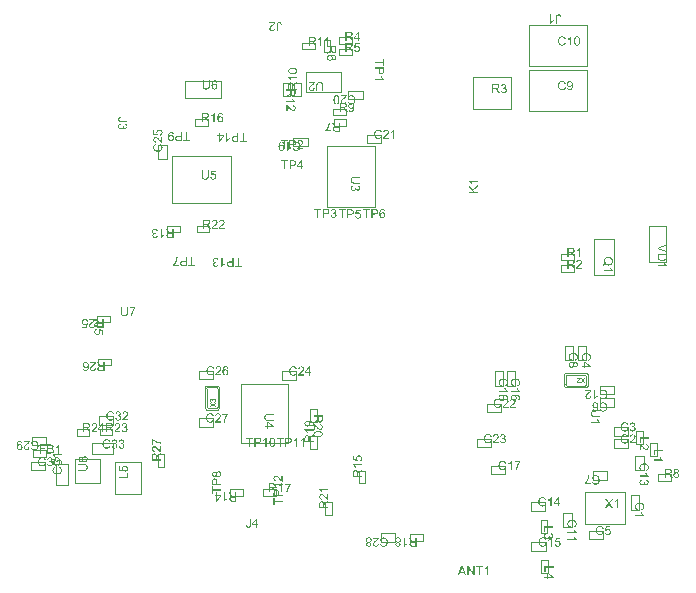
<source format=gbr>
%TF.GenerationSoftware,Altium Limited,Altium Designer,24.4.1 (13)*%
G04 Layer_Color=8388736*
%FSLAX45Y45*%
%MOMM*%
%TF.SameCoordinates,BD841E63-566E-43FA-B15A-678BD665FBE9*%
%TF.FilePolarity,Positive*%
%TF.FileFunction,Other,Top_Assembly*%
%TF.Part,Single*%
G01*
G75*
%TA.AperFunction,NonConductor*%
%ADD80C,0.10000*%
%ADD81C,0.12000*%
%ADD85C,0.07620*%
G36*
X3350779Y5601014D02*
X3351556Y5600903D01*
X3352555Y5600792D01*
X3353665Y5600570D01*
X3354886Y5600237D01*
X3357439Y5599460D01*
X3358882Y5598905D01*
X3360213Y5598128D01*
X3361656Y5597351D01*
X3362988Y5596463D01*
X3364320Y5595353D01*
X3365652Y5594132D01*
X3365763Y5594021D01*
X3365985Y5593799D01*
X3366318Y5593466D01*
X3366651Y5592911D01*
X3367206Y5592134D01*
X3367761Y5591357D01*
X3368316Y5590358D01*
X3368982Y5589248D01*
X3369648Y5588027D01*
X3370203Y5586584D01*
X3370758Y5585030D01*
X3371313Y5583476D01*
X3371646Y5581700D01*
X3371979Y5579813D01*
X3372201Y5577926D01*
X3372312Y5575817D01*
Y5574707D01*
X3372201Y5573930D01*
X3372090Y5572931D01*
X3371979Y5571821D01*
X3371757Y5570600D01*
X3371424Y5569269D01*
X3370647Y5566272D01*
X3370092Y5564718D01*
X3369537Y5563275D01*
X3368760Y5561721D01*
X3367872Y5560167D01*
X3366873Y5558724D01*
X3365652Y5557392D01*
X3365541Y5557281D01*
X3365319Y5557059D01*
X3364986Y5556726D01*
X3364431Y5556282D01*
X3363765Y5555838D01*
X3362988Y5555172D01*
X3362100Y5554617D01*
X3360990Y5553951D01*
X3359881Y5553285D01*
X3358549Y5552730D01*
X3355774Y5551620D01*
X3354109Y5551176D01*
X3352444Y5550843D01*
X3350668Y5550621D01*
X3348892Y5550510D01*
X3348781D01*
X3348559D01*
X3348115D01*
X3347671Y5550621D01*
X3347005D01*
X3346228Y5550732D01*
X3344452Y5550954D01*
X3342454Y5551398D01*
X3340456Y5552064D01*
X3338347Y5553063D01*
X3336349Y5554284D01*
X3336238D01*
X3336127Y5554506D01*
X3335572Y5554950D01*
X3334684Y5555838D01*
X3333574Y5557059D01*
X3332464Y5558613D01*
X3331243Y5560500D01*
X3330244Y5562609D01*
X3329467Y5565162D01*
Y5565051D01*
X3329356Y5564940D01*
X3329245Y5564607D01*
X3329023Y5564163D01*
X3328579Y5563164D01*
X3327913Y5561832D01*
X3327025Y5560389D01*
X3325915Y5558946D01*
X3324694Y5557614D01*
X3323362Y5556393D01*
X3323140Y5556282D01*
X3322696Y5555949D01*
X3321808Y5555505D01*
X3320698Y5555061D01*
X3319255Y5554506D01*
X3317590Y5554062D01*
X3315703Y5553729D01*
X3313705Y5553618D01*
X3313594D01*
X3313372D01*
X3312928D01*
X3312262Y5553729D01*
X3311596Y5553840D01*
X3310708Y5553951D01*
X3308821Y5554395D01*
X3306601Y5555061D01*
X3304271Y5556171D01*
X3303050Y5556837D01*
X3301829Y5557614D01*
X3300719Y5558613D01*
X3299609Y5559612D01*
X3299498Y5559723D01*
X3299387Y5559945D01*
X3299054Y5560278D01*
X3298721Y5560722D01*
X3298277Y5561277D01*
X3297833Y5562054D01*
X3297278Y5562942D01*
X3296723Y5563830D01*
X3296168Y5564940D01*
X3295613Y5566161D01*
X3295169Y5567493D01*
X3294725Y5568936D01*
X3294059Y5572043D01*
X3293948Y5573819D01*
X3293837Y5575595D01*
Y5576594D01*
X3293948Y5577260D01*
X3294059Y5578148D01*
X3294170Y5579147D01*
X3294281Y5580257D01*
X3294614Y5581367D01*
X3295280Y5584031D01*
X3296279Y5586695D01*
X3296945Y5588027D01*
X3297722Y5589359D01*
X3298721Y5590580D01*
X3299720Y5591801D01*
X3299831Y5591912D01*
X3299942Y5592023D01*
X3300275Y5592356D01*
X3300719Y5592800D01*
X3301385Y5593244D01*
X3302051Y5593799D01*
X3303716Y5594909D01*
X3305824Y5596019D01*
X3308266Y5597018D01*
X3311041Y5597795D01*
X3312484Y5597906D01*
X3314038Y5598017D01*
X3314149D01*
X3314260D01*
X3314926D01*
X3315925Y5597906D01*
X3317146Y5597684D01*
X3318700Y5597351D01*
X3320254Y5596796D01*
X3321808Y5596130D01*
X3323362Y5595131D01*
X3323584Y5595020D01*
X3324028Y5594576D01*
X3324694Y5593910D01*
X3325582Y5593022D01*
X3326581Y5591801D01*
X3327580Y5590358D01*
X3328579Y5588693D01*
X3329467Y5586695D01*
Y5586806D01*
X3329578Y5587028D01*
X3329689Y5587361D01*
X3329911Y5587805D01*
X3330466Y5589137D01*
X3331243Y5590691D01*
X3332353Y5592356D01*
X3333574Y5594132D01*
X3335128Y5595797D01*
X3336904Y5597351D01*
X3337015D01*
X3337126Y5597462D01*
X3337792Y5597906D01*
X3338902Y5598572D01*
X3340345Y5599238D01*
X3342121Y5599904D01*
X3344230Y5600570D01*
X3346561Y5601014D01*
X3349114Y5601125D01*
X3349225D01*
X3349558D01*
X3350113D01*
X3350779Y5601014D01*
D02*
G37*
G36*
X3341455Y5537412D02*
X3342565D01*
X3343897Y5537301D01*
X3345229Y5537190D01*
X3348226Y5536857D01*
X3351334Y5536413D01*
X3354331Y5535747D01*
X3355774Y5535303D01*
X3357106Y5534859D01*
X3357217D01*
X3357439Y5534748D01*
X3357772Y5534526D01*
X3358216Y5534304D01*
X3359437Y5533638D01*
X3360990Y5532639D01*
X3362766Y5531307D01*
X3364542Y5529753D01*
X3366429Y5527755D01*
X3368094Y5525313D01*
Y5525202D01*
X3368316Y5524980D01*
X3368427Y5524647D01*
X3368760Y5524092D01*
X3369093Y5523426D01*
X3369426Y5522538D01*
X3369759Y5521650D01*
X3370203Y5520540D01*
X3370647Y5519319D01*
X3370980Y5517987D01*
X3371313Y5516544D01*
X3371646Y5514879D01*
X3371868Y5513215D01*
X3372090Y5511439D01*
X3372312Y5507443D01*
Y5506444D01*
X3372201Y5505667D01*
Y5504779D01*
X3372090Y5503669D01*
X3371979Y5502448D01*
X3371868Y5501227D01*
X3371424Y5498452D01*
X3370758Y5495455D01*
X3369870Y5492569D01*
X3368649Y5489794D01*
Y5489683D01*
X3368427Y5489461D01*
X3368205Y5489128D01*
X3367983Y5488684D01*
X3367095Y5487463D01*
X3365874Y5486020D01*
X3364320Y5484355D01*
X3362544Y5482801D01*
X3360324Y5481247D01*
X3357883Y5480026D01*
X3357772D01*
X3357550Y5479915D01*
X3357106Y5479804D01*
X3356551Y5479582D01*
X3355885Y5479360D01*
X3354997Y5479138D01*
X3353998Y5478805D01*
X3352777Y5478583D01*
X3351445Y5478361D01*
X3350002Y5478028D01*
X3348448Y5477806D01*
X3346783Y5477584D01*
X3344896Y5477362D01*
X3342898Y5477251D01*
X3340789Y5477140D01*
X3338569D01*
X3294170D01*
Y5487352D01*
X3338569D01*
X3338680D01*
X3339013D01*
X3339568D01*
X3340234D01*
X3341011Y5487463D01*
X3342010D01*
X3344119Y5487574D01*
X3346561Y5487796D01*
X3349003Y5488129D01*
X3351334Y5488573D01*
X3352333Y5488795D01*
X3353332Y5489128D01*
X3353554Y5489239D01*
X3354109Y5489461D01*
X3354886Y5490016D01*
X3355996Y5490682D01*
X3357106Y5491459D01*
X3358327Y5492569D01*
X3359548Y5493901D01*
X3360546Y5495455D01*
X3360657Y5495677D01*
X3360990Y5496232D01*
X3361323Y5497231D01*
X3361767Y5498563D01*
X3362322Y5500117D01*
X3362655Y5502115D01*
X3362988Y5504224D01*
X3363099Y5506555D01*
Y5507665D01*
X3362988Y5508331D01*
Y5509330D01*
X3362877Y5510329D01*
X3362433Y5512771D01*
X3361878Y5515434D01*
X3360990Y5517987D01*
X3359770Y5520429D01*
X3358993Y5521539D01*
X3358105Y5522538D01*
X3357994Y5522649D01*
X3357883Y5522760D01*
X3357550Y5522982D01*
X3357106Y5523315D01*
X3356440Y5523648D01*
X3355774Y5524092D01*
X3354775Y5524536D01*
X3353776Y5524980D01*
X3352555Y5525424D01*
X3351112Y5525757D01*
X3349447Y5526201D01*
X3347671Y5526534D01*
X3345673Y5526867D01*
X3343564Y5527089D01*
X3341122Y5527311D01*
X3338569D01*
X3294170D01*
Y5537523D01*
X3338569D01*
X3338680D01*
X3339124D01*
X3339679D01*
X3340456D01*
X3341455Y5537412D01*
D02*
G37*
G36*
X7738591Y6058743D02*
X7739590D01*
X7740811Y6058632D01*
X7742143Y6058410D01*
X7743697Y6058188D01*
X7746916Y6057633D01*
X7750246Y6056745D01*
X7753576Y6055524D01*
X7755130Y6054747D01*
X7756684Y6053859D01*
X7756795Y6053748D01*
X7757017Y6053637D01*
X7757461Y6053304D01*
X7757905Y6052860D01*
X7758571Y6052416D01*
X7759348Y6051750D01*
X7760236Y6050973D01*
X7761124Y6050085D01*
X7762012Y6049086D01*
X7763011Y6048087D01*
X7765009Y6045534D01*
X7766896Y6042537D01*
X7768561Y6039207D01*
Y6039096D01*
X7768783Y6038763D01*
X7768894Y6038208D01*
X7769227Y6037542D01*
X7769449Y6036654D01*
X7769782Y6035544D01*
X7770226Y6034323D01*
X7770559Y6032991D01*
X7770892Y6031549D01*
X7771336Y6029884D01*
X7771891Y6026443D01*
X7772335Y6022558D01*
X7772557Y6018562D01*
Y6018451D01*
Y6018007D01*
Y6017341D01*
X7772446Y6016564D01*
Y6015454D01*
X7772335Y6014344D01*
X7772224Y6012901D01*
X7772002Y6011458D01*
X7771447Y6008239D01*
X7770670Y6004687D01*
X7769560Y6001135D01*
X7768006Y5997694D01*
X7767895Y5997583D01*
X7767784Y5997250D01*
X7767562Y5996806D01*
X7767118Y5996251D01*
X7766674Y5995474D01*
X7766119Y5994586D01*
X7764676Y5992588D01*
X7762789Y5990368D01*
X7760569Y5988148D01*
X7758016Y5985928D01*
X7755019Y5984041D01*
X7754908Y5983930D01*
X7754575Y5983819D01*
X7754131Y5983597D01*
X7753576Y5983264D01*
X7752688Y5982931D01*
X7751800Y5982598D01*
X7750690Y5982154D01*
X7749469Y5981710D01*
X7748137Y5981266D01*
X7746694Y5980822D01*
X7743586Y5980156D01*
X7740034Y5979601D01*
X7736371Y5979379D01*
X7735261D01*
X7734484Y5979490D01*
X7733485Y5979601D01*
X7732264Y5979712D01*
X7731043Y5979823D01*
X7729600Y5980156D01*
X7726604Y5980822D01*
X7723274Y5981821D01*
X7721609Y5982487D01*
X7720055Y5983264D01*
X7718501Y5984263D01*
X7716947Y5985262D01*
X7716836Y5985373D01*
X7716614Y5985484D01*
X7716170Y5985817D01*
X7715615Y5986372D01*
X7715060Y5986927D01*
X7714283Y5987704D01*
X7713506Y5988592D01*
X7712807Y5989291D01*
Y5983670D01*
X7681157D01*
X7680317Y5983153D01*
X7678652Y5982487D01*
X7676987Y5981710D01*
X7675100Y5981155D01*
X7673103Y5980711D01*
X7670994Y5980489D01*
X7668774Y5980378D01*
X7667886D01*
X7667220Y5980489D01*
X7666443D01*
X7665555Y5980600D01*
X7663446Y5981044D01*
X7661115Y5981599D01*
X7658673Y5982487D01*
X7657940Y5982887D01*
X7655643Y5982449D01*
X7654644Y5982227D01*
X7653645Y5981894D01*
X7653423Y5981783D01*
X7652868Y5981561D01*
X7652091Y5981006D01*
X7650981Y5980340D01*
X7649871Y5979563D01*
X7648650Y5978453D01*
X7647429Y5977121D01*
X7646430Y5975567D01*
X7646319Y5975345D01*
X7645986Y5974790D01*
X7645653Y5973791D01*
X7645209Y5972459D01*
X7644655Y5970906D01*
X7644322Y5968908D01*
X7643989Y5966799D01*
X7643878Y5964468D01*
Y5963358D01*
X7643989Y5962692D01*
Y5961693D01*
X7644100Y5960694D01*
X7644544Y5958252D01*
X7645099Y5955588D01*
X7645986Y5953035D01*
X7647207Y5950593D01*
X7647984Y5949483D01*
X7648872Y5948484D01*
X7648983Y5948373D01*
X7649094Y5948262D01*
X7649427Y5948040D01*
X7649871Y5947707D01*
X7650537Y5947374D01*
X7651203Y5946930D01*
X7652202Y5946486D01*
X7653201Y5946042D01*
X7654422Y5945598D01*
X7655865Y5945265D01*
X7657530Y5944821D01*
X7659306Y5944488D01*
X7661304Y5944155D01*
X7663413Y5943933D01*
X7665855Y5943711D01*
X7668408D01*
X7712807D01*
Y5933499D01*
X7668408D01*
X7668297D01*
X7667853D01*
X7667298D01*
X7666521D01*
X7665522Y5933610D01*
X7664412D01*
X7663080Y5933721D01*
X7661748Y5933832D01*
X7658751Y5934165D01*
X7655643Y5934609D01*
X7652646Y5935275D01*
X7651203Y5935719D01*
X7649871Y5936163D01*
X7649760D01*
X7649538Y5936274D01*
X7649205Y5936496D01*
X7648761Y5936718D01*
X7647540Y5937384D01*
X7645986Y5938383D01*
X7644211Y5939715D01*
X7642435Y5941269D01*
X7640548Y5943267D01*
X7638883Y5945709D01*
Y5945820D01*
X7638661Y5946042D01*
X7638550Y5946375D01*
X7638217Y5946930D01*
X7637884Y5947596D01*
X7637551Y5948484D01*
X7637218Y5949372D01*
X7636774Y5950482D01*
X7636330Y5951703D01*
X7635997Y5953035D01*
X7635664Y5954478D01*
X7635331Y5956143D01*
X7635109Y5957808D01*
X7634887Y5959584D01*
X7634665Y5963580D01*
Y5964579D01*
X7634776Y5965356D01*
Y5966244D01*
X7634887Y5967354D01*
X7634998Y5968575D01*
X7635109Y5969796D01*
X7635553Y5972570D01*
X7636219Y5975567D01*
X7637107Y5978453D01*
X7638328Y5981228D01*
Y5981339D01*
X7638550Y5981561D01*
X7638772Y5981894D01*
X7638994Y5982338D01*
X7639882Y5983559D01*
X7641103Y5985002D01*
X7642657Y5986667D01*
X7644433Y5988221D01*
X7646652Y5989775D01*
X7649094Y5990996D01*
X7649205D01*
X7649427Y5991107D01*
X7649572Y5991143D01*
X7649571Y5991145D01*
X7648461Y5993587D01*
X7647462Y5996362D01*
X7646796Y5999470D01*
X7656231Y6000247D01*
Y6000136D01*
X7656342Y6000025D01*
X7656453Y5999359D01*
X7656786Y5998360D01*
X7657230Y5997139D01*
X7657674Y5995807D01*
X7658340Y5994475D01*
X7659093Y5993291D01*
X7660194Y5993438D01*
X7662081Y5993660D01*
X7664079Y5993771D01*
X7666188Y5993882D01*
X7668408D01*
X7680489D01*
X7680983Y5994475D01*
X7682204Y5996029D01*
X7683314Y5998027D01*
X7684424Y6000247D01*
Y6000358D01*
X7684535Y6000580D01*
X7684646Y6000913D01*
X7684868Y6001357D01*
X7684979Y6002023D01*
X7685201Y6002800D01*
X7685423Y6003688D01*
X7685645Y6004798D01*
X7685978Y6006019D01*
X7686200Y6007351D01*
X7686422Y6008794D01*
X7686533Y6010348D01*
X7686755Y6012124D01*
X7686866Y6013900D01*
X7686977Y6015898D01*
Y6017896D01*
X7686866Y6017785D01*
X7686422Y6017119D01*
X7685645Y6016231D01*
X7684646Y6015121D01*
X7683536Y6013789D01*
X7682093Y6012568D01*
X7680539Y6011347D01*
X7678763Y6010237D01*
X7678652D01*
X7678541Y6010126D01*
X7677875Y6009793D01*
X7676876Y6009460D01*
X7675544Y6008905D01*
X7673990Y6008461D01*
X7672215Y6008128D01*
X7670328Y6007795D01*
X7668330Y6007684D01*
X7667442D01*
X7666776Y6007795D01*
X7665888Y6007906D01*
X7665000Y6008017D01*
X7663890Y6008239D01*
X7662780Y6008572D01*
X7660227Y6009349D01*
X7658895Y6009904D01*
X7657563Y6010681D01*
X7656231Y6011458D01*
X7654788Y6012346D01*
X7653456Y6013456D01*
X7652235Y6014677D01*
X7652124Y6014788D01*
X7651902Y6015010D01*
X7651569Y6015343D01*
X7651236Y6015898D01*
X7650681Y6016675D01*
X7650126Y6017452D01*
X7649571Y6018451D01*
X7648905Y6019561D01*
X7648239Y6020782D01*
X7647684Y6022114D01*
X7647129Y6023668D01*
X7646574Y6025222D01*
X7646241Y6026887D01*
X7645908Y6028774D01*
X7645686Y6030661D01*
X7645575Y6032658D01*
Y6032769D01*
Y6032991D01*
Y6033324D01*
Y6033879D01*
X7645686Y6034545D01*
Y6035211D01*
X7646019Y6036987D01*
X7646352Y6039096D01*
X7646907Y6041316D01*
X7647684Y6043758D01*
X7648794Y6046089D01*
Y6046200D01*
X7648905Y6046311D01*
X7649127Y6046644D01*
X7649349Y6047088D01*
X7650015Y6048198D01*
X7651014Y6049641D01*
X7652235Y6051195D01*
X7653678Y6052749D01*
X7655454Y6054303D01*
X7657341Y6055635D01*
X7657452D01*
X7657563Y6055746D01*
X7657896Y6055968D01*
X7658340Y6056079D01*
X7659450Y6056634D01*
X7660893Y6057189D01*
X7662780Y6057855D01*
X7664889Y6058299D01*
X7667220Y6058743D01*
X7669773Y6058854D01*
X7670328D01*
X7670883Y6058743D01*
X7671771D01*
X7672770Y6058632D01*
X7673879Y6058410D01*
X7675211Y6058077D01*
X7676543Y6057744D01*
X7678097Y6057300D01*
X7679651Y6056745D01*
X7681205Y6056079D01*
X7682870Y6055191D01*
X7684424Y6054192D01*
X7685978Y6053082D01*
X7687532Y6051750D01*
X7688975Y6050196D01*
X7689086Y6050085D01*
X7689308Y6049752D01*
X7689641Y6049308D01*
X7690085Y6048531D01*
X7690751Y6047532D01*
X7691306Y6046422D01*
X7691972Y6044979D01*
X7692638Y6043425D01*
X7693415Y6041538D01*
X7694081Y6039429D01*
X7694636Y6037098D01*
X7695191Y6034545D01*
X7695746Y6031660D01*
X7696079Y6028552D01*
X7696301Y6025222D01*
X7696412Y6021670D01*
Y6021559D01*
Y6021448D01*
Y6021115D01*
Y6020671D01*
X7696301Y6019561D01*
Y6018007D01*
X7696190Y6016231D01*
X7695968Y6014122D01*
X7695746Y6011791D01*
X7695413Y6009238D01*
X7694969Y6006685D01*
X7694414Y6003910D01*
X7693748Y6001246D01*
X7692971Y5998582D01*
X7691972Y5996029D01*
X7690996Y5993882D01*
X7709457D01*
X7708955Y5994697D01*
X7708178Y5996362D01*
X7707290Y5998027D01*
X7706624Y5999803D01*
X7705958Y6001801D01*
X7715948Y6004132D01*
Y6004021D01*
X7716059Y6003799D01*
X7716281Y6003355D01*
X7716503Y6002800D01*
X7716725Y6002134D01*
X7717058Y6001246D01*
X7717946Y5999470D01*
X7719056Y5997472D01*
X7720388Y5995474D01*
X7722053Y5993587D01*
X7723829Y5991922D01*
X7724051Y5991700D01*
X7724717Y5991256D01*
X7725827Y5990701D01*
X7727270Y5989924D01*
X7729157Y5989258D01*
X7731265Y5988592D01*
X7733818Y5988148D01*
X7736593Y5988037D01*
X7737481D01*
X7738036Y5988148D01*
X7738813D01*
X7739701Y5988259D01*
X7741810Y5988592D01*
X7744141Y5989036D01*
X7746583Y5989813D01*
X7749136Y5990923D01*
X7751467Y5992366D01*
X7751578D01*
X7751689Y5992588D01*
X7752466Y5993143D01*
X7753465Y5994031D01*
X7754686Y5995363D01*
X7756129Y5997028D01*
X7757461Y5998915D01*
X7758682Y6001246D01*
X7759792Y6003799D01*
Y6003910D01*
X7759903Y6004132D01*
X7760014Y6004465D01*
X7760125Y6005020D01*
X7760347Y6005686D01*
X7760569Y6006463D01*
X7760902Y6008350D01*
X7761346Y6010570D01*
X7761790Y6013012D01*
X7762012Y6015676D01*
X7762123Y6018562D01*
Y6018673D01*
Y6019006D01*
Y6019561D01*
Y6020227D01*
X7762012Y6021004D01*
Y6022003D01*
X7761901Y6023113D01*
X7761790Y6024334D01*
X7761457Y6026998D01*
X7760902Y6029884D01*
X7760236Y6032769D01*
X7759348Y6035655D01*
Y6035766D01*
X7759237Y6035988D01*
X7759015Y6036321D01*
X7758793Y6036876D01*
X7758127Y6038208D01*
X7757128Y6039762D01*
X7755907Y6041538D01*
X7754353Y6043425D01*
X7752577Y6045090D01*
X7750468Y6046644D01*
X7750357D01*
X7750135Y6046755D01*
X7749802Y6046977D01*
X7749358Y6047199D01*
X7748803Y6047421D01*
X7748137Y6047754D01*
X7746583Y6048420D01*
X7744585Y6049086D01*
X7742365Y6049641D01*
X7739923Y6050085D01*
X7737370Y6050196D01*
X7736593D01*
X7735927Y6050085D01*
X7735150D01*
X7734373Y6049974D01*
X7732375Y6049530D01*
X7730044Y6048975D01*
X7727714Y6048087D01*
X7725272Y6046866D01*
X7724051Y6046200D01*
X7722941Y6045312D01*
X7722830Y6045201D01*
X7722719Y6045090D01*
X7722386Y6044757D01*
X7721942Y6044424D01*
X7721498Y6043869D01*
X7720943Y6043203D01*
X7720277Y6042537D01*
X7719722Y6041649D01*
X7719056Y6040650D01*
X7718279Y6039540D01*
X7717613Y6038430D01*
X7716947Y6037098D01*
X7716392Y6035655D01*
X7715837Y6034101D01*
X7715282Y6032437D01*
X7714838Y6030661D01*
X7704626Y6033213D01*
Y6033324D01*
X7704737Y6033768D01*
X7704959Y6034434D01*
X7705292Y6035322D01*
X7705625Y6036321D01*
X7706069Y6037542D01*
X7706624Y6038874D01*
X7707290Y6040317D01*
X7708844Y6043425D01*
X7710842Y6046533D01*
X7712063Y6048087D01*
X7713284Y6049641D01*
X7714616Y6050973D01*
X7716170Y6052305D01*
X7716281Y6052416D01*
X7716503Y6052638D01*
X7717058Y6052860D01*
X7717613Y6053304D01*
X7718501Y6053859D01*
X7719389Y6054414D01*
X7720610Y6054969D01*
X7721831Y6055524D01*
X7723274Y6056190D01*
X7724828Y6056745D01*
X7726493Y6057300D01*
X7728269Y6057855D01*
X7730155Y6058299D01*
X7732153Y6058521D01*
X7734262Y6058743D01*
X7736482Y6058854D01*
X7737703D01*
X7738591Y6058743D01*
D02*
G37*
G36*
X7693827Y5913076D02*
X7694049Y5912854D01*
X7694160Y5912410D01*
X7694493Y5911855D01*
X7694826Y5911189D01*
X7695270Y5910412D01*
X7696380Y5908525D01*
X7697601Y5906305D01*
X7699155Y5904085D01*
X7700930Y5901754D01*
X7702817Y5899423D01*
X7702928Y5899312D01*
X7703039Y5899201D01*
X7703372Y5898868D01*
X7703705Y5898424D01*
X7704815Y5897425D01*
X7706147Y5896093D01*
X7707701Y5894761D01*
X7709477Y5893318D01*
X7711253Y5892097D01*
X7713140Y5890987D01*
Y5884882D01*
X7635997D01*
Y5894317D01*
X7696047D01*
X7695936Y5894428D01*
X7695492Y5894983D01*
X7694826Y5895649D01*
X7694049Y5896759D01*
X7693050Y5897980D01*
X7691940Y5899534D01*
X7690719Y5901310D01*
X7689498Y5903308D01*
Y5903419D01*
X7689387Y5903530D01*
X7688943Y5904196D01*
X7688388Y5905306D01*
X7687722Y5906638D01*
X7686945Y5908192D01*
X7686168Y5909857D01*
X7685391Y5911522D01*
X7684725Y5913187D01*
X7693827D01*
Y5913076D01*
D02*
G37*
G36*
X3133384Y5625000D02*
X3123949D01*
Y5685050D01*
X3123838Y5684939D01*
X3123283Y5684495D01*
X3122617Y5683829D01*
X3121507Y5683052D01*
X3120286Y5682053D01*
X3118732Y5680943D01*
X3116956Y5679722D01*
X3114958Y5678501D01*
X3114847D01*
X3114736Y5678390D01*
X3114070Y5677946D01*
X3112960Y5677391D01*
X3111628Y5676725D01*
X3110074Y5675948D01*
X3108409Y5675171D01*
X3106744Y5674394D01*
X3105079Y5673728D01*
Y5682830D01*
X3105190D01*
X3105412Y5683052D01*
X3105856Y5683163D01*
X3106411Y5683496D01*
X3107077Y5683829D01*
X3107854Y5684273D01*
X3109741Y5685383D01*
X3111961Y5686604D01*
X3114181Y5688158D01*
X3116512Y5689934D01*
X3118843Y5691820D01*
X3118954Y5691931D01*
X3119065Y5692042D01*
X3119398Y5692375D01*
X3119842Y5692708D01*
X3120841Y5693818D01*
X3122173Y5695150D01*
X3123505Y5696704D01*
X3124948Y5698480D01*
X3126169Y5700256D01*
X3127279Y5702143D01*
X3133384D01*
Y5625000D01*
D02*
G37*
G36*
X3060680Y5701699D02*
X3061568D01*
X3063566Y5701477D01*
X3065786Y5701255D01*
X3068117Y5700811D01*
X3070448Y5700256D01*
X3072557Y5699479D01*
X3072668D01*
X3072779Y5699368D01*
X3073445Y5699035D01*
X3074444Y5698480D01*
X3075554Y5697703D01*
X3076886Y5696704D01*
X3078329Y5695483D01*
X3079661Y5693929D01*
X3080882Y5692264D01*
X3080993Y5692042D01*
X3081326Y5691376D01*
X3081881Y5690488D01*
X3082436Y5689157D01*
X3082991Y5687603D01*
X3083546Y5685938D01*
X3083879Y5684051D01*
X3083990Y5682164D01*
Y5681942D01*
Y5681387D01*
X3083879Y5680388D01*
X3083657Y5679167D01*
X3083324Y5677724D01*
X3082769Y5676170D01*
X3082103Y5674616D01*
X3081215Y5672951D01*
X3081104Y5672729D01*
X3080771Y5672285D01*
X3080105Y5671397D01*
X3079217Y5670509D01*
X3078107Y5669399D01*
X3076775Y5668178D01*
X3075110Y5667068D01*
X3073223Y5665958D01*
X3073334D01*
X3073556Y5665847D01*
X3073889Y5665736D01*
X3074333Y5665514D01*
X3075665Y5665070D01*
X3077219Y5664293D01*
X3078884Y5663294D01*
X3080771Y5662073D01*
X3082436Y5660630D01*
X3083990Y5658854D01*
X3084101Y5658632D01*
X3084545Y5657966D01*
X3085210Y5656967D01*
X3085876Y5655635D01*
X3086542Y5653859D01*
X3087208Y5651972D01*
X3087652Y5649752D01*
X3087763Y5647310D01*
Y5647199D01*
Y5647088D01*
Y5646422D01*
X3087652Y5645312D01*
X3087430Y5643980D01*
X3087208Y5642426D01*
X3086764Y5640761D01*
X3086209Y5638985D01*
X3085432Y5637209D01*
X3085321Y5636987D01*
X3084988Y5636432D01*
X3084545Y5635655D01*
X3083879Y5634545D01*
X3082991Y5633436D01*
X3082103Y5632215D01*
X3080993Y5630994D01*
X3079772Y5629995D01*
X3079661Y5629884D01*
X3079217Y5629551D01*
X3078440Y5629107D01*
X3077441Y5628663D01*
X3076220Y5627997D01*
X3074777Y5627331D01*
X3073223Y5626776D01*
X3071336Y5626221D01*
X3071114D01*
X3070448Y5625999D01*
X3069338Y5625888D01*
X3067895Y5625666D01*
X3066119Y5625444D01*
X3064010Y5625222D01*
X3061679Y5625111D01*
X3059015Y5625000D01*
X3029711D01*
Y5701810D01*
X3059903D01*
X3060680Y5701699D01*
D02*
G37*
G36*
X3016947Y5692708D02*
X2975211D01*
Y5668955D01*
X3011286D01*
Y5659853D01*
X2975211D01*
Y5625000D01*
X2965000D01*
Y5701810D01*
X3016947D01*
Y5692708D01*
D02*
G37*
G36*
X3713383Y6819911D02*
Y6819800D01*
Y6819356D01*
Y6818801D01*
Y6818024D01*
X3713272Y6817025D01*
Y6815915D01*
X3713161Y6814583D01*
X3713050Y6813251D01*
X3712717Y6810254D01*
X3712273Y6807146D01*
X3711607Y6804149D01*
X3711163Y6802706D01*
X3710719Y6801375D01*
Y6801264D01*
X3710608Y6801042D01*
X3710386Y6800709D01*
X3710164Y6800265D01*
X3709498Y6799044D01*
X3708499Y6797490D01*
X3707167Y6795714D01*
X3705613Y6793938D01*
X3703615Y6792051D01*
X3701173Y6790386D01*
X3701062D01*
X3700840Y6790164D01*
X3700507Y6790053D01*
X3699952Y6789720D01*
X3699286Y6789387D01*
X3698398Y6789054D01*
X3697510Y6788721D01*
X3696400Y6788277D01*
X3695179Y6787833D01*
X3693847Y6787500D01*
X3692404Y6787167D01*
X3690739Y6786834D01*
X3689074Y6786612D01*
X3687298Y6786390D01*
X3683302Y6786168D01*
X3682303D01*
X3681526Y6786279D01*
X3680638D01*
X3679528Y6786390D01*
X3678307Y6786501D01*
X3677086Y6786612D01*
X3674311Y6787056D01*
X3671314Y6787722D01*
X3668429Y6788610D01*
X3665654Y6789831D01*
X3665543D01*
X3665321Y6790053D01*
X3664988Y6790275D01*
X3664544Y6790497D01*
X3663323Y6791385D01*
X3661880Y6792606D01*
X3660215Y6794160D01*
X3658661Y6795936D01*
X3657107Y6798156D01*
X3655886Y6800598D01*
Y6800709D01*
X3655775Y6800931D01*
X3655664Y6801375D01*
X3655442Y6801929D01*
X3655220Y6802595D01*
X3654998Y6803483D01*
X3654665Y6804482D01*
X3654443Y6805703D01*
X3654221Y6807035D01*
X3653888Y6808478D01*
X3653666Y6810032D01*
X3653444Y6811697D01*
X3653222Y6813584D01*
X3653111Y6815582D01*
X3653000Y6817691D01*
Y6819911D01*
Y6864310D01*
X3663212D01*
Y6819911D01*
Y6819800D01*
Y6819467D01*
Y6818912D01*
Y6818246D01*
X3663323Y6817469D01*
Y6816470D01*
X3663434Y6814361D01*
X3663656Y6811919D01*
X3663989Y6809477D01*
X3664433Y6807146D01*
X3664655Y6806147D01*
X3664988Y6805148D01*
X3665099Y6804926D01*
X3665321Y6804371D01*
X3665876Y6803594D01*
X3666542Y6802484D01*
X3667319Y6801375D01*
X3668429Y6800154D01*
X3669761Y6798933D01*
X3671314Y6797934D01*
X3671536Y6797823D01*
X3672091Y6797490D01*
X3673090Y6797157D01*
X3674422Y6796713D01*
X3675976Y6796158D01*
X3677974Y6795825D01*
X3680083Y6795492D01*
X3682414Y6795381D01*
X3683524D01*
X3684190Y6795492D01*
X3685189D01*
X3686188Y6795603D01*
X3688630Y6796047D01*
X3691294Y6796602D01*
X3693847Y6797490D01*
X3696289Y6798711D01*
X3697399Y6799488D01*
X3698398Y6800376D01*
X3698509Y6800487D01*
X3698620Y6800598D01*
X3698842Y6800931D01*
X3699175Y6801375D01*
X3699508Y6802040D01*
X3699952Y6802706D01*
X3700396Y6803705D01*
X3700840Y6804704D01*
X3701284Y6805925D01*
X3701617Y6807368D01*
X3702061Y6809033D01*
X3702394Y6810809D01*
X3702727Y6812807D01*
X3702949Y6814916D01*
X3703171Y6817358D01*
Y6819911D01*
Y6864310D01*
X3713383D01*
Y6819911D01*
D02*
G37*
G36*
X3776874Y6855875D02*
X3776763Y6855764D01*
X3776541Y6855542D01*
X3776097Y6855098D01*
X3775653Y6854432D01*
X3774987Y6853655D01*
X3774099Y6852767D01*
X3773211Y6851657D01*
X3772212Y6850325D01*
X3771213Y6848993D01*
X3769992Y6847439D01*
X3768771Y6845663D01*
X3767550Y6843887D01*
X3766218Y6841889D01*
X3764886Y6839780D01*
X3763554Y6837449D01*
X3762222Y6835118D01*
X3762111Y6835007D01*
X3761889Y6834563D01*
X3761556Y6833897D01*
X3761001Y6832898D01*
X3760446Y6831677D01*
X3759780Y6830345D01*
X3759003Y6828791D01*
X3758226Y6827015D01*
X3757338Y6825017D01*
X3756339Y6823019D01*
X3755451Y6820799D01*
X3754563Y6818468D01*
X3752787Y6813695D01*
X3751122Y6808589D01*
Y6808478D01*
X3751011Y6808145D01*
X3750900Y6807590D01*
X3750678Y6806924D01*
X3750456Y6806036D01*
X3750234Y6804926D01*
X3749901Y6803705D01*
X3749679Y6802373D01*
X3749346Y6800820D01*
X3749013Y6799155D01*
X3748458Y6795603D01*
X3747903Y6791718D01*
X3747570Y6787500D01*
X3737913D01*
Y6787611D01*
Y6787944D01*
Y6788388D01*
X3738024Y6789054D01*
Y6789942D01*
X3738135Y6791052D01*
X3738246Y6792273D01*
X3738357Y6793605D01*
X3738579Y6795159D01*
X3738801Y6796713D01*
X3739134Y6798600D01*
X3739467Y6800487D01*
X3739800Y6802484D01*
X3740244Y6804704D01*
X3741354Y6809255D01*
Y6809366D01*
X3741465Y6809810D01*
X3741687Y6810476D01*
X3742020Y6811475D01*
X3742353Y6812585D01*
X3742797Y6813917D01*
X3743241Y6815471D01*
X3743907Y6817136D01*
X3744573Y6819023D01*
X3745239Y6820910D01*
X3746904Y6825128D01*
X3748902Y6829568D01*
X3751122Y6834008D01*
X3751233Y6834119D01*
X3751455Y6834563D01*
X3751788Y6835118D01*
X3752232Y6836006D01*
X3752787Y6837005D01*
X3753564Y6838226D01*
X3754341Y6839558D01*
X3755229Y6841001D01*
X3757338Y6844220D01*
X3759558Y6847550D01*
X3762111Y6850991D01*
X3764775Y6854210D01*
X3727146D01*
Y6863311D01*
X3776874D01*
Y6855875D01*
D02*
G37*
G36*
X7360798Y9343721D02*
X7361686Y9343610D01*
X7362574Y9343499D01*
X7364904Y9343055D01*
X7367346Y9342389D01*
X7369899Y9341390D01*
X7371231Y9340724D01*
X7372452Y9339947D01*
X7373562Y9339059D01*
X7374672Y9338060D01*
X7374783Y9337949D01*
X7374894Y9337838D01*
X7375116Y9337394D01*
X7375449Y9336950D01*
X7375893Y9336395D01*
X7376337Y9335618D01*
X7376781Y9334730D01*
X7377336Y9333731D01*
X7377780Y9332621D01*
X7378224Y9331289D01*
X7378668Y9329957D01*
X7379112Y9328403D01*
X7379334Y9326739D01*
X7379667Y9324852D01*
X7379778Y9322965D01*
Y9320856D01*
X7370565Y9319524D01*
Y9319635D01*
Y9319857D01*
Y9320301D01*
X7370454Y9320967D01*
X7370343Y9321633D01*
Y9322410D01*
X7370010Y9324297D01*
X7369677Y9326295D01*
X7369011Y9328292D01*
X7368345Y9330068D01*
X7367901Y9330845D01*
X7367346Y9331511D01*
X7367235Y9331622D01*
X7366791Y9331955D01*
X7366125Y9332510D01*
X7365237Y9333065D01*
X7364017Y9333731D01*
X7362685Y9334175D01*
X7361020Y9334619D01*
X7359244Y9334730D01*
X7358578D01*
X7357912Y9334619D01*
X7356913Y9334508D01*
X7355914Y9334286D01*
X7354804Y9334064D01*
X7353694Y9333620D01*
X7352584Y9333065D01*
X7352473Y9332954D01*
X7352140Y9332732D01*
X7351696Y9332288D01*
X7351030Y9331844D01*
X7350475Y9331067D01*
X7349809Y9330290D01*
X7349254Y9329402D01*
X7348810Y9328292D01*
Y9328181D01*
X7348588Y9327738D01*
X7348477Y9326961D01*
X7348255Y9325962D01*
X7348033Y9324630D01*
X7347922Y9322965D01*
X7347700Y9320967D01*
Y9318636D01*
Y9265690D01*
X7337488D01*
Y9318081D01*
Y9318192D01*
Y9318525D01*
Y9318969D01*
Y9319635D01*
X7337599Y9320523D01*
Y9321411D01*
X7337821Y9323520D01*
X7338043Y9325962D01*
X7338487Y9328514D01*
X7339153Y9330845D01*
X7339930Y9333065D01*
Y9333176D01*
X7340041Y9333287D01*
X7340374Y9333953D01*
X7340929Y9334841D01*
X7341706Y9336062D01*
X7342816Y9337283D01*
X7344037Y9338615D01*
X7345591Y9339947D01*
X7347367Y9341057D01*
X7347589Y9341168D01*
X7348255Y9341501D01*
X7349254Y9341945D01*
X7350697Y9342389D01*
X7352473Y9342944D01*
X7354471Y9343388D01*
X7356691Y9343721D01*
X7359133Y9343832D01*
X7360132D01*
X7360798Y9343721D01*
D02*
G37*
G36*
X7298639Y9282450D02*
X7298750Y9282561D01*
X7299305Y9283005D01*
X7299971Y9283671D01*
X7301081Y9284448D01*
X7302302Y9285447D01*
X7303856Y9286557D01*
X7305632Y9287778D01*
X7307630Y9288999D01*
X7307741D01*
X7307852Y9289110D01*
X7308518Y9289554D01*
X7309627Y9290109D01*
X7310959Y9290775D01*
X7312513Y9291552D01*
X7314178Y9292329D01*
X7315843Y9293106D01*
X7317508Y9293772D01*
Y9284670D01*
X7317397D01*
X7317175Y9284448D01*
X7316731Y9284337D01*
X7316176Y9284004D01*
X7315510Y9283671D01*
X7314733Y9283227D01*
X7312846Y9282117D01*
X7310626Y9280896D01*
X7308407Y9279342D01*
X7306076Y9277566D01*
X7303745Y9275679D01*
X7303634Y9275568D01*
X7303523Y9275457D01*
X7303190Y9275124D01*
X7302746Y9274791D01*
X7301747Y9273681D01*
X7300415Y9272350D01*
X7299083Y9270796D01*
X7297640Y9269020D01*
X7296419Y9267244D01*
X7295309Y9265357D01*
X7289204D01*
Y9342500D01*
X7298639D01*
Y9282450D01*
D02*
G37*
G36*
X3655477Y8465565D02*
X3655366D01*
X3655144D01*
X3654700D01*
X3654034Y8465454D01*
X3653368Y8465343D01*
X3652591D01*
X3650704Y8465010D01*
X3648706Y8464677D01*
X3646708Y8464011D01*
X3644932Y8463345D01*
X3644155Y8462901D01*
X3643489Y8462346D01*
X3643378Y8462235D01*
X3643045Y8461791D01*
X3642490Y8461125D01*
X3641935Y8460237D01*
X3641269Y8459016D01*
X3640825Y8457684D01*
X3640381Y8456019D01*
X3640270Y8454243D01*
Y8453577D01*
X3640381Y8452911D01*
X3640492Y8451912D01*
X3640714Y8450914D01*
X3640936Y8449804D01*
X3641380Y8448694D01*
X3641935Y8447584D01*
X3642046Y8447473D01*
X3642268Y8447140D01*
X3642712Y8446696D01*
X3643156Y8446030D01*
X3643933Y8445475D01*
X3644710Y8444809D01*
X3645598Y8444254D01*
X3646708Y8443810D01*
X3646819D01*
X3647263Y8443588D01*
X3648040Y8443477D01*
X3649039Y8443255D01*
X3650371Y8443033D01*
X3652036Y8442922D01*
X3654034Y8442700D01*
X3656365D01*
X3709311D01*
Y8432488D01*
X3656920D01*
X3656809D01*
X3656476D01*
X3656032D01*
X3655366D01*
X3654478Y8432599D01*
X3653590D01*
X3651481Y8432821D01*
X3649039Y8433043D01*
X3646486Y8433487D01*
X3644155Y8434153D01*
X3641935Y8434930D01*
X3641824D01*
X3641713Y8435041D01*
X3641047Y8435374D01*
X3640159Y8435929D01*
X3638938Y8436706D01*
X3637717Y8437816D01*
X3636385Y8439037D01*
X3635053Y8440591D01*
X3633943Y8442367D01*
X3633832Y8442589D01*
X3633499Y8443255D01*
X3633055Y8444254D01*
X3632611Y8445697D01*
X3632056Y8447473D01*
X3631612Y8449471D01*
X3631279Y8451690D01*
X3631168Y8454132D01*
Y8455131D01*
X3631279Y8455797D01*
X3631390Y8456685D01*
X3631501Y8457573D01*
X3631945Y8459904D01*
X3632611Y8462346D01*
X3633610Y8464899D01*
X3634276Y8466231D01*
X3635053Y8467452D01*
X3635941Y8468562D01*
X3636940Y8469672D01*
X3637051Y8469783D01*
X3637162Y8469894D01*
X3637606Y8470116D01*
X3638050Y8470449D01*
X3638605Y8470893D01*
X3639382Y8471337D01*
X3640270Y8471781D01*
X3641269Y8472336D01*
X3642379Y8472780D01*
X3643711Y8473224D01*
X3645043Y8473668D01*
X3646597Y8474112D01*
X3648262Y8474334D01*
X3650149Y8474667D01*
X3652036Y8474778D01*
X3654145D01*
X3655477Y8465565D01*
D02*
G37*
G36*
X3654034Y8410177D02*
X3653923D01*
X3653701Y8410066D01*
X3653257Y8409955D01*
X3652702Y8409844D01*
X3652036Y8409733D01*
X3651259Y8409511D01*
X3649594Y8408956D01*
X3647596Y8408179D01*
X3645709Y8407180D01*
X3643933Y8406070D01*
X3642379Y8404738D01*
X3642268Y8404516D01*
X3641824Y8404072D01*
X3641269Y8403184D01*
X3640714Y8402074D01*
X3640048Y8400742D01*
X3639493Y8399077D01*
X3639049Y8397190D01*
X3638938Y8395193D01*
Y8394527D01*
X3639049Y8394083D01*
X3639160Y8392862D01*
X3639493Y8391308D01*
X3640048Y8389532D01*
X3640825Y8387645D01*
X3641935Y8385758D01*
X3643489Y8383982D01*
X3643711Y8383760D01*
X3644377Y8383205D01*
X3645376Y8382539D01*
X3646708Y8381651D01*
X3648373Y8380763D01*
X3650260Y8380097D01*
X3652480Y8379542D01*
X3654922Y8379320D01*
X3655033D01*
X3655255D01*
X3655588D01*
X3656032Y8379431D01*
X3657253Y8379542D01*
X3658696Y8379875D01*
X3660471Y8380319D01*
X3662247Y8381096D01*
X3664023Y8382206D01*
X3665688Y8383649D01*
X3665910Y8383871D01*
X3666354Y8384426D01*
X3667020Y8385314D01*
X3667797Y8386535D01*
X3668574Y8388089D01*
X3669240Y8389976D01*
X3669684Y8392085D01*
X3669906Y8394416D01*
Y8395415D01*
X3669795Y8396191D01*
X3669684Y8397190D01*
X3669462Y8398300D01*
X3669240Y8399632D01*
X3668907Y8401075D01*
X3677232Y8399965D01*
Y8399410D01*
X3677121Y8398966D01*
Y8397523D01*
X3677343Y8396302D01*
X3677565Y8394860D01*
X3677898Y8393195D01*
X3678453Y8391308D01*
X3679230Y8389532D01*
X3680229Y8387645D01*
Y8387534D01*
X3680340Y8387423D01*
X3680784Y8386868D01*
X3681561Y8386091D01*
X3682560Y8385203D01*
X3684003Y8384315D01*
X3685668Y8383538D01*
X3687555Y8382983D01*
X3688665Y8382761D01*
X3689886D01*
X3689997D01*
X3690108D01*
X3690774D01*
X3691662Y8382983D01*
X3692883Y8383205D01*
X3694215Y8383649D01*
X3695658Y8384204D01*
X3697101Y8385092D01*
X3698433Y8386313D01*
X3698544Y8386424D01*
X3698988Y8386979D01*
X3699543Y8387756D01*
X3700209Y8388755D01*
X3700764Y8390087D01*
X3701319Y8391641D01*
X3701763Y8393417D01*
X3701874Y8395415D01*
Y8396302D01*
X3701652Y8397301D01*
X3701430Y8398633D01*
X3700986Y8400076D01*
X3700431Y8401519D01*
X3699543Y8403073D01*
X3698433Y8404516D01*
X3698322Y8404627D01*
X3697767Y8405071D01*
X3696990Y8405737D01*
X3695880Y8406514D01*
X3694437Y8407291D01*
X3692661Y8408068D01*
X3690552Y8408734D01*
X3688110Y8409178D01*
X3689775Y8418613D01*
X3689886D01*
X3690219Y8418502D01*
X3690663Y8418391D01*
X3691329Y8418280D01*
X3692106Y8418058D01*
X3692994Y8417725D01*
X3695103Y8417059D01*
X3697545Y8415949D01*
X3699987Y8414617D01*
X3702318Y8412952D01*
X3704427Y8410843D01*
X3704538Y8410732D01*
X3704649Y8410510D01*
X3704871Y8410177D01*
X3705204Y8409733D01*
X3705648Y8409178D01*
X3706092Y8408401D01*
X3706536Y8407624D01*
X3707091Y8406625D01*
X3707979Y8404405D01*
X3708867Y8401852D01*
X3709422Y8398855D01*
X3709644Y8397301D01*
Y8394527D01*
X3709533Y8393306D01*
X3709311Y8391863D01*
X3708978Y8390087D01*
X3708423Y8388089D01*
X3707757Y8386091D01*
X3706869Y8384093D01*
Y8383982D01*
X3706758Y8383871D01*
X3706425Y8383205D01*
X3705759Y8382206D01*
X3704982Y8381096D01*
X3703872Y8379764D01*
X3702651Y8378432D01*
X3701208Y8377100D01*
X3699543Y8375990D01*
X3699321Y8375879D01*
X3698766Y8375546D01*
X3697767Y8375102D01*
X3696546Y8374547D01*
X3695103Y8373992D01*
X3693438Y8373548D01*
X3691551Y8373215D01*
X3689664Y8373104D01*
X3689442D01*
X3688776D01*
X3687888Y8373215D01*
X3686667Y8373437D01*
X3685224Y8373770D01*
X3683670Y8374325D01*
X3682116Y8374991D01*
X3680562Y8375879D01*
X3680340Y8375990D01*
X3679896Y8376323D01*
X3679119Y8376989D01*
X3678231Y8377877D01*
X3677232Y8378987D01*
X3676122Y8380319D01*
X3675123Y8381873D01*
X3674124Y8383760D01*
Y8383649D01*
X3674013Y8383427D01*
X3673902Y8383094D01*
X3673791Y8382650D01*
X3673347Y8381429D01*
X3672681Y8379875D01*
X3671793Y8378099D01*
X3670683Y8376323D01*
X3669240Y8374658D01*
X3667575Y8373104D01*
X3667353Y8372993D01*
X3666687Y8372549D01*
X3665577Y8371883D01*
X3664134Y8371217D01*
X3662358Y8370551D01*
X3660249Y8369885D01*
X3657808Y8369441D01*
X3655144Y8369330D01*
X3655033D01*
X3654700D01*
X3654145D01*
X3653479Y8369441D01*
X3652591Y8369552D01*
X3651592Y8369774D01*
X3650482Y8369996D01*
X3649261Y8370218D01*
X3646597Y8371106D01*
X3645154Y8371772D01*
X3643822Y8372438D01*
X3642379Y8373326D01*
X3640936Y8374325D01*
X3639493Y8375435D01*
X3638161Y8376767D01*
X3638050Y8376878D01*
X3637828Y8377100D01*
X3637495Y8377544D01*
X3637051Y8378099D01*
X3636496Y8378765D01*
X3635941Y8379653D01*
X3635275Y8380652D01*
X3634720Y8381873D01*
X3634054Y8383094D01*
X3633388Y8384537D01*
X3632833Y8385980D01*
X3632278Y8387645D01*
X3631834Y8389421D01*
X3631501Y8391308D01*
X3631279Y8393195D01*
X3631168Y8395304D01*
Y8396302D01*
X3631279Y8396968D01*
X3631390Y8397856D01*
X3631501Y8398855D01*
X3631723Y8399965D01*
X3631945Y8401186D01*
X3632611Y8403850D01*
X3633721Y8406625D01*
X3634387Y8408068D01*
X3635164Y8409400D01*
X3636163Y8410732D01*
X3637162Y8412064D01*
X3637273Y8412175D01*
X3637495Y8412397D01*
X3637828Y8412730D01*
X3638272Y8413063D01*
X3638827Y8413618D01*
X3639604Y8414173D01*
X3640381Y8414839D01*
X3641380Y8415505D01*
X3642490Y8416171D01*
X3643600Y8416837D01*
X3646264Y8418058D01*
X3649372Y8419057D01*
X3651037Y8419390D01*
X3652813Y8419612D01*
X3654034Y8410177D01*
D02*
G37*
G36*
X4995797Y9278721D02*
X4996685Y9278610D01*
X4997573Y9278499D01*
X4999904Y9278055D01*
X5002346Y9277389D01*
X5004899Y9276390D01*
X5006231Y9275724D01*
X5007452Y9274947D01*
X5008562Y9274059D01*
X5009672Y9273060D01*
X5009783Y9272949D01*
X5009894Y9272838D01*
X5010116Y9272394D01*
X5010449Y9271950D01*
X5010893Y9271395D01*
X5011337Y9270618D01*
X5011781Y9269730D01*
X5012336Y9268731D01*
X5012780Y9267621D01*
X5013224Y9266289D01*
X5013668Y9264957D01*
X5014112Y9263403D01*
X5014334Y9261738D01*
X5014667Y9259851D01*
X5014778Y9257964D01*
Y9255856D01*
X5005565Y9254524D01*
Y9254635D01*
Y9254857D01*
Y9255301D01*
X5005454Y9255967D01*
X5005343Y9256632D01*
Y9257409D01*
X5005010Y9259296D01*
X5004677Y9261294D01*
X5004011Y9263292D01*
X5003345Y9265068D01*
X5002901Y9265845D01*
X5002346Y9266511D01*
X5002235Y9266622D01*
X5001791Y9266955D01*
X5001125Y9267510D01*
X5000237Y9268065D01*
X4999016Y9268731D01*
X4997684Y9269175D01*
X4996019Y9269619D01*
X4994243Y9269730D01*
X4993577D01*
X4992911Y9269619D01*
X4991912Y9269508D01*
X4990913Y9269286D01*
X4989803Y9269064D01*
X4988693Y9268620D01*
X4987583Y9268065D01*
X4987472Y9267954D01*
X4987139Y9267732D01*
X4986695Y9267288D01*
X4986029Y9266844D01*
X4985474Y9266067D01*
X4984808Y9265290D01*
X4984253Y9264402D01*
X4983809Y9263292D01*
Y9263181D01*
X4983587Y9262737D01*
X4983476Y9261960D01*
X4983254Y9260961D01*
X4983032Y9259629D01*
X4982921Y9257964D01*
X4982699Y9255967D01*
Y9253636D01*
Y9200689D01*
X4972488D01*
Y9253081D01*
Y9253192D01*
Y9253525D01*
Y9253969D01*
Y9254635D01*
X4972599Y9255523D01*
Y9256410D01*
X4972821Y9258519D01*
X4973043Y9260961D01*
X4973487Y9263514D01*
X4974153Y9265845D01*
X4974930Y9268065D01*
Y9268176D01*
X4975041Y9268287D01*
X4975374Y9268953D01*
X4975929Y9269841D01*
X4976706Y9271062D01*
X4977816Y9272283D01*
X4979037Y9273615D01*
X4980590Y9274947D01*
X4982366Y9276057D01*
X4982588Y9276168D01*
X4983254Y9276501D01*
X4984253Y9276945D01*
X4985696Y9277389D01*
X4987472Y9277944D01*
X4989470Y9278388D01*
X4991690Y9278721D01*
X4994132Y9278832D01*
X4995131D01*
X4995797Y9278721D01*
D02*
G37*
G36*
X4961055Y9277389D02*
Y9276945D01*
Y9276279D01*
X4960944Y9275391D01*
X4960833Y9274392D01*
X4960611Y9273282D01*
X4960389Y9272172D01*
X4959945Y9270951D01*
Y9270840D01*
X4959834Y9270729D01*
X4959612Y9270063D01*
X4959168Y9269064D01*
X4958502Y9267732D01*
X4957614Y9266178D01*
X4956504Y9264402D01*
X4955283Y9262626D01*
X4953729Y9260739D01*
Y9260628D01*
X4953507Y9260517D01*
X4952952Y9259851D01*
X4951953Y9258852D01*
X4950510Y9257409D01*
X4948845Y9255745D01*
X4946736Y9253747D01*
X4944183Y9251527D01*
X4941408Y9249196D01*
X4941297Y9249085D01*
X4940853Y9248752D01*
X4940187Y9248197D01*
X4939410Y9247531D01*
X4938411Y9246643D01*
X4937190Y9245644D01*
X4935969Y9244534D01*
X4934526Y9243313D01*
X4931751Y9240649D01*
X4928976Y9237985D01*
X4927644Y9236653D01*
X4926423Y9235321D01*
X4925313Y9234100D01*
X4924426Y9232879D01*
Y9232768D01*
X4924204Y9232657D01*
X4923982Y9232324D01*
X4923760Y9231880D01*
X4922983Y9230659D01*
X4922095Y9229216D01*
X4921318Y9227440D01*
X4920541Y9225553D01*
X4920097Y9223444D01*
X4919875Y9221446D01*
Y9221335D01*
Y9221224D01*
X4919986Y9220558D01*
X4920097Y9219448D01*
X4920430Y9218227D01*
X4920874Y9216673D01*
X4921651Y9215119D01*
X4922650Y9213565D01*
X4923982Y9212011D01*
X4924204Y9211789D01*
X4924759Y9211345D01*
X4925535Y9210790D01*
X4926756Y9210013D01*
X4928310Y9209347D01*
X4930086Y9208681D01*
X4932195Y9208237D01*
X4934526Y9208126D01*
X4935192D01*
X4935636Y9208237D01*
X4936968Y9208348D01*
X4938522Y9208681D01*
X4940187Y9209125D01*
X4942074Y9209902D01*
X4943850Y9210901D01*
X4945515Y9212233D01*
X4945737Y9212455D01*
X4946181Y9213010D01*
X4946847Y9213898D01*
X4947513Y9215230D01*
X4948290Y9216784D01*
X4948956Y9218782D01*
X4949400Y9221002D01*
X4949622Y9223555D01*
X4959279Y9222556D01*
Y9222445D01*
X4959168Y9222112D01*
Y9221557D01*
X4959057Y9220780D01*
X4958835Y9219892D01*
X4958613Y9218893D01*
X4958280Y9217672D01*
X4957947Y9216451D01*
X4957059Y9213787D01*
X4955727Y9211123D01*
X4954950Y9209791D01*
X4953951Y9208459D01*
X4952952Y9207238D01*
X4951842Y9206128D01*
X4951731Y9206017D01*
X4951509Y9205906D01*
X4951176Y9205573D01*
X4950621Y9205240D01*
X4949955Y9204796D01*
X4949178Y9204352D01*
X4948290Y9203797D01*
X4947180Y9203242D01*
X4945959Y9202687D01*
X4944627Y9202132D01*
X4943184Y9201688D01*
X4941630Y9201244D01*
X4939965Y9200911D01*
X4938189Y9200579D01*
X4936302Y9200468D01*
X4934304Y9200357D01*
X4933194D01*
X4932417Y9200468D01*
X4931529Y9200579D01*
X4930419Y9200689D01*
X4929198Y9200911D01*
X4927977Y9201133D01*
X4925091Y9201910D01*
X4922206Y9203020D01*
X4920763Y9203686D01*
X4919320Y9204463D01*
X4917988Y9205462D01*
X4916767Y9206572D01*
X4916656Y9206683D01*
X4916434Y9206794D01*
X4916212Y9207238D01*
X4915768Y9207682D01*
X4915213Y9208237D01*
X4914658Y9209014D01*
X4914103Y9209791D01*
X4913437Y9210790D01*
X4912327Y9212899D01*
X4911217Y9215563D01*
X4910773Y9216895D01*
X4910551Y9218449D01*
X4910329Y9220003D01*
X4910218Y9221668D01*
Y9221890D01*
Y9222445D01*
X4910329Y9223333D01*
X4910440Y9224554D01*
X4910662Y9225886D01*
X4911106Y9227440D01*
X4911550Y9229105D01*
X4912216Y9230770D01*
X4912327Y9230992D01*
X4912549Y9231547D01*
X4912993Y9232435D01*
X4913659Y9233656D01*
X4914547Y9234988D01*
X4915657Y9236653D01*
X4916989Y9238318D01*
X4918543Y9240205D01*
X4918765Y9240427D01*
X4919320Y9241093D01*
X4919875Y9241648D01*
X4920430Y9242203D01*
X4921096Y9242869D01*
X4921984Y9243757D01*
X4922872Y9244645D01*
X4923982Y9245644D01*
X4925091Y9246754D01*
X4926423Y9247975D01*
X4927866Y9249196D01*
X4929420Y9250639D01*
X4931196Y9252082D01*
X4932972Y9253636D01*
X4933083Y9253747D01*
X4933305Y9253969D01*
X4933749Y9254302D01*
X4934304Y9254746D01*
X4934970Y9255412D01*
X4935747Y9256078D01*
X4937523Y9257520D01*
X4939410Y9259185D01*
X4941186Y9260850D01*
X4942740Y9262293D01*
X4943406Y9262848D01*
X4943961Y9263403D01*
X4944072Y9263514D01*
X4944405Y9263847D01*
X4944849Y9264291D01*
X4945404Y9264957D01*
X4945959Y9265734D01*
X4946625Y9266511D01*
X4947957Y9268398D01*
X4910107D01*
Y9277500D01*
X4961055D01*
Y9277389D01*
D02*
G37*
G36*
X3351437Y6763721D02*
X3352325Y6763610D01*
X3353324Y6763499D01*
X3354545Y6763388D01*
X3355766Y6763055D01*
X3358541Y6762389D01*
X3361316Y6761390D01*
X3362759Y6760724D01*
X3364202Y6759947D01*
X3365534Y6759059D01*
X3366866Y6758060D01*
X3366977Y6757949D01*
X3367198Y6757838D01*
X3367420Y6757394D01*
X3367864Y6756950D01*
X3368419Y6756395D01*
X3368974Y6755729D01*
X3369640Y6754841D01*
X3370195Y6753842D01*
X3370861Y6752843D01*
X3371527Y6751622D01*
X3372748Y6748958D01*
X3373747Y6745850D01*
X3374080Y6744185D01*
X3374302Y6742409D01*
X3364424Y6741632D01*
Y6741743D01*
Y6741965D01*
X3364313Y6742298D01*
X3364202Y6742853D01*
X3363869Y6744074D01*
X3363425Y6745739D01*
X3362759Y6747404D01*
X3361871Y6749291D01*
X3360761Y6750956D01*
X3359429Y6752510D01*
X3359207Y6752621D01*
X3358763Y6753065D01*
X3357875Y6753620D01*
X3356654Y6754286D01*
X3355322Y6754952D01*
X3353657Y6755507D01*
X3351770Y6755951D01*
X3349661Y6756062D01*
X3348995D01*
X3348551Y6755951D01*
X3347219Y6755840D01*
X3345665Y6755396D01*
X3343778Y6754841D01*
X3341891Y6753953D01*
X3339893Y6752621D01*
X3339005Y6751844D01*
X3338117Y6750956D01*
X3338006Y6750845D01*
X3337895Y6750734D01*
X3337673Y6750401D01*
X3337340Y6750068D01*
X3336563Y6748847D01*
X3335675Y6747293D01*
X3334898Y6745406D01*
X3334121Y6743075D01*
X3333566Y6740300D01*
X3333344Y6738857D01*
Y6737304D01*
Y6737193D01*
Y6736971D01*
Y6736527D01*
X3333455Y6735972D01*
Y6735306D01*
X3333566Y6734529D01*
X3333899Y6732753D01*
X3334454Y6730644D01*
X3335231Y6728535D01*
X3336341Y6726537D01*
X3337895Y6724650D01*
Y6724539D01*
X3338117Y6724428D01*
X3338672Y6723873D01*
X3339671Y6723096D01*
X3341003Y6722208D01*
X3342779Y6721431D01*
X3344777Y6720654D01*
X3347108Y6720099D01*
X3348440Y6719877D01*
X3350549D01*
X3351437Y6719988D01*
X3352547Y6720099D01*
X3353879Y6720432D01*
X3355211Y6720765D01*
X3356654Y6721320D01*
X3358097Y6721986D01*
X3358208Y6722097D01*
X3358652Y6722319D01*
X3359318Y6722874D01*
X3360206Y6723429D01*
X3361094Y6724206D01*
X3361982Y6725205D01*
X3362981Y6726204D01*
X3363758Y6727425D01*
X3372637Y6726204D01*
X3365201Y6686688D01*
X3327017D01*
Y6695679D01*
X3357764D01*
X3361871Y6716436D01*
X3361760Y6716325D01*
X3361538Y6716214D01*
X3361205Y6715992D01*
X3360650Y6715659D01*
X3359984Y6715326D01*
X3359207Y6714882D01*
X3357431Y6713994D01*
X3355211Y6713106D01*
X3352769Y6712329D01*
X3350105Y6711774D01*
X3348773Y6711552D01*
X3346331D01*
X3345665Y6711663D01*
X3344777Y6711774D01*
X3343778Y6711885D01*
X3342668Y6712107D01*
X3341447Y6712440D01*
X3338783Y6713217D01*
X3337340Y6713772D01*
X3335897Y6714549D01*
X3334454Y6715326D01*
X3333011Y6716214D01*
X3331679Y6717324D01*
X3330347Y6718545D01*
X3330236Y6718656D01*
X3330014Y6718878D01*
X3329681Y6719211D01*
X3329237Y6719766D01*
X3328682Y6720543D01*
X3328127Y6721320D01*
X3327461Y6722319D01*
X3326795Y6723429D01*
X3326240Y6724650D01*
X3325574Y6725982D01*
X3325019Y6727536D01*
X3324464Y6729090D01*
X3324020Y6730755D01*
X3323687Y6732642D01*
X3323465Y6734529D01*
X3323354Y6736527D01*
Y6736638D01*
Y6736971D01*
Y6737526D01*
X3323465Y6738303D01*
X3323576Y6739190D01*
X3323687Y6740189D01*
X3323909Y6741410D01*
X3324131Y6742631D01*
X3324797Y6745517D01*
X3325907Y6748514D01*
X3326573Y6750068D01*
X3327461Y6751511D01*
X3328349Y6753065D01*
X3329459Y6754508D01*
X3329570Y6754619D01*
X3329792Y6754952D01*
X3330236Y6755396D01*
X3330791Y6755951D01*
X3331568Y6756617D01*
X3332456Y6757505D01*
X3333566Y6758282D01*
X3334787Y6759170D01*
X3336119Y6760058D01*
X3337673Y6760835D01*
X3339338Y6761612D01*
X3341114Y6762389D01*
X3343001Y6762944D01*
X3345110Y6763388D01*
X3347330Y6763721D01*
X3349661Y6763832D01*
X3350660D01*
X3351437Y6763721D01*
D02*
G37*
G36*
X3507500Y6685689D02*
X3471870D01*
X3470982Y6685800D01*
X3469983D01*
X3467652Y6685911D01*
X3465210Y6686244D01*
X3462546Y6686577D01*
X3460104Y6687132D01*
X3458883Y6687465D01*
X3457884Y6687798D01*
X3457773D01*
X3457662Y6687909D01*
X3456996Y6688242D01*
X3455997Y6688686D01*
X3454776Y6689463D01*
X3453444Y6690462D01*
X3452001Y6691794D01*
X3451311Y6692599D01*
X3451090D01*
X3448981Y6692821D01*
X3446539Y6693043D01*
X3443986Y6693487D01*
X3441655Y6694153D01*
X3439435Y6694930D01*
X3439324D01*
X3439213Y6695041D01*
X3438547Y6695374D01*
X3437659Y6695929D01*
X3436438Y6696706D01*
X3435217Y6697816D01*
X3433885Y6699037D01*
X3432553Y6700591D01*
X3432164Y6701213D01*
X3431355Y6698787D01*
X3430023Y6696123D01*
X3429246Y6694791D01*
X3428247Y6693459D01*
X3427248Y6692238D01*
X3426138Y6691128D01*
X3426027Y6691017D01*
X3425805Y6690906D01*
X3425472Y6690573D01*
X3424917Y6690240D01*
X3424251Y6689796D01*
X3423474Y6689352D01*
X3422586Y6688797D01*
X3421477Y6688242D01*
X3420256Y6687687D01*
X3418924Y6687132D01*
X3417481Y6686688D01*
X3415927Y6686244D01*
X3414262Y6685911D01*
X3412486Y6685578D01*
X3410599Y6685467D01*
X3408601Y6685356D01*
X3407491D01*
X3406714Y6685467D01*
X3405826Y6685578D01*
X3404716Y6685689D01*
X3403495Y6685911D01*
X3402274Y6686133D01*
X3399388Y6686910D01*
X3396502Y6688020D01*
X3395059Y6688686D01*
X3393616Y6689463D01*
X3392284Y6690462D01*
X3391063Y6691572D01*
X3390952Y6691683D01*
X3390730Y6691794D01*
X3390508Y6692238D01*
X3390064Y6692682D01*
X3389509Y6693237D01*
X3388954Y6694014D01*
X3388399Y6694791D01*
X3387733Y6695790D01*
X3386623Y6697899D01*
X3385513Y6700563D01*
X3385069Y6701895D01*
X3384847Y6703449D01*
X3384625Y6705003D01*
X3384514Y6706668D01*
Y6706890D01*
Y6707445D01*
X3384625Y6708333D01*
X3384736Y6709554D01*
X3384958Y6710886D01*
X3385402Y6712440D01*
X3385846Y6714105D01*
X3386512Y6715770D01*
X3386623Y6715992D01*
X3386845Y6716547D01*
X3387289Y6717435D01*
X3387955Y6718656D01*
X3388843Y6719988D01*
X3389953Y6721653D01*
X3391285Y6723318D01*
X3392839Y6725205D01*
X3393061Y6725427D01*
X3393616Y6726093D01*
X3394171Y6726648D01*
X3394726Y6727203D01*
X3395392Y6727869D01*
X3396280Y6728757D01*
X3397168Y6729645D01*
X3398278Y6730644D01*
X3399388Y6731754D01*
X3400720Y6732975D01*
X3402163Y6734196D01*
X3403717Y6735639D01*
X3405493Y6737082D01*
X3407269Y6738635D01*
X3407380Y6738746D01*
X3407602Y6738968D01*
X3408046Y6739301D01*
X3408601Y6739745D01*
X3409267Y6740411D01*
X3410044Y6741077D01*
X3411820Y6742520D01*
X3413707Y6744185D01*
X3415483Y6745850D01*
X3417037Y6747293D01*
X3417703Y6747848D01*
X3418258Y6748403D01*
X3418369Y6748514D01*
X3418702Y6748847D01*
X3419146Y6749291D01*
X3419701Y6749957D01*
X3420256Y6750734D01*
X3420922Y6751511D01*
X3422254Y6753398D01*
X3384403D01*
Y6762500D01*
X3435351D01*
Y6762389D01*
Y6761945D01*
Y6761279D01*
X3435240Y6760391D01*
X3435129Y6759392D01*
X3434907Y6758282D01*
X3434685Y6757172D01*
X3434241Y6755951D01*
Y6755840D01*
X3434130Y6755729D01*
X3433908Y6755063D01*
X3433464Y6754064D01*
X3432798Y6752732D01*
X3431910Y6751178D01*
X3430800Y6749402D01*
X3429579Y6747626D01*
X3428025Y6745739D01*
Y6745628D01*
X3427803Y6745517D01*
X3427248Y6744851D01*
X3426249Y6743852D01*
X3424806Y6742409D01*
X3423141Y6740744D01*
X3421033Y6738746D01*
X3418480Y6736527D01*
X3415705Y6734196D01*
X3415594Y6734085D01*
X3415150Y6733752D01*
X3414484Y6733197D01*
X3413707Y6732531D01*
X3412708Y6731643D01*
X3411487Y6730644D01*
X3410266Y6729534D01*
X3408823Y6728313D01*
X3406048Y6725649D01*
X3403273Y6722985D01*
X3401941Y6721653D01*
X3400720Y6720321D01*
X3399610Y6719100D01*
X3398722Y6717879D01*
Y6717768D01*
X3398500Y6717657D01*
X3398278Y6717324D01*
X3398056Y6716880D01*
X3397279Y6715659D01*
X3396391Y6714216D01*
X3395614Y6712440D01*
X3394837Y6710553D01*
X3394393Y6708444D01*
X3394171Y6706446D01*
Y6706335D01*
Y6706224D01*
X3394282Y6705558D01*
X3394393Y6704448D01*
X3394726Y6703227D01*
X3395170Y6701673D01*
X3395947Y6700119D01*
X3396946Y6698565D01*
X3398278Y6697011D01*
X3398500Y6696789D01*
X3399055Y6696345D01*
X3399832Y6695790D01*
X3401053Y6695013D01*
X3402607Y6694347D01*
X3404383Y6693681D01*
X3406492Y6693237D01*
X3408823Y6693126D01*
X3409489D01*
X3409933Y6693237D01*
X3411265Y6693348D01*
X3412819Y6693681D01*
X3414484Y6694125D01*
X3416371Y6694902D01*
X3418147Y6695901D01*
X3419812Y6697233D01*
X3420034Y6697455D01*
X3420478Y6698010D01*
X3421144Y6698898D01*
X3421810Y6700230D01*
X3422586Y6701784D01*
X3423252Y6703782D01*
X3423696Y6706002D01*
X3423918Y6708555D01*
X3429442Y6707984D01*
X3429112Y6709470D01*
X3428779Y6711690D01*
X3428668Y6714132D01*
Y6715131D01*
X3428779Y6715797D01*
X3428890Y6716685D01*
X3429001Y6717573D01*
X3429445Y6719904D01*
X3430111Y6722346D01*
X3431110Y6724899D01*
X3431776Y6726231D01*
X3432553Y6727452D01*
X3433441Y6728562D01*
X3434440Y6729672D01*
X3434551Y6729783D01*
X3434662Y6729894D01*
X3435106Y6730116D01*
X3435550Y6730449D01*
X3436105Y6730893D01*
X3436882Y6731337D01*
X3437770Y6731781D01*
X3438769Y6732336D01*
X3439879Y6732780D01*
X3441211Y6733224D01*
X3442543Y6733668D01*
X3444097Y6734112D01*
X3445762Y6734334D01*
X3447649Y6734667D01*
X3449536Y6734778D01*
X3451645D01*
X3452977Y6725565D01*
X3452866D01*
X3452644D01*
X3452200D01*
X3451534Y6725454D01*
X3450868Y6725343D01*
X3450091D01*
X3448204Y6725010D01*
X3446206Y6724677D01*
X3444208Y6724011D01*
X3442432Y6723345D01*
X3441655Y6722901D01*
X3440989Y6722346D01*
X3440878Y6722235D01*
X3440545Y6721791D01*
X3439990Y6721125D01*
X3439435Y6720237D01*
X3438769Y6719016D01*
X3438325Y6717684D01*
X3437881Y6716019D01*
X3437770Y6714243D01*
Y6713577D01*
X3437881Y6712911D01*
X3437992Y6711912D01*
X3438214Y6710913D01*
X3438436Y6709803D01*
X3438880Y6708693D01*
X3439435Y6707583D01*
X3439546Y6707472D01*
X3439768Y6707139D01*
X3440212Y6706696D01*
X3440656Y6706030D01*
X3441433Y6705475D01*
X3442210Y6704809D01*
X3443098Y6704254D01*
X3444208Y6703810D01*
X3444319D01*
X3444763Y6703588D01*
X3445540Y6703477D01*
X3446395Y6703287D01*
X3446229Y6704337D01*
X3446118Y6706668D01*
Y6706779D01*
Y6707001D01*
Y6707445D01*
X3446229Y6708000D01*
Y6708777D01*
X3446340Y6709554D01*
X3446784Y6711441D01*
X3447450Y6713661D01*
X3448338Y6715992D01*
X3449670Y6718323D01*
X3450558Y6719433D01*
X3451446Y6720543D01*
X3451557Y6720654D01*
X3451668Y6720765D01*
X3452001Y6721098D01*
X3452445Y6721431D01*
X3453000Y6721875D01*
X3453666Y6722319D01*
X3454554Y6722874D01*
X3455442Y6723540D01*
X3456552Y6724095D01*
X3457773Y6724650D01*
X3459105Y6725316D01*
X3460548Y6725871D01*
X3462213Y6726315D01*
X3463878Y6726870D01*
X3465765Y6727203D01*
X3467763Y6727536D01*
X3467541Y6727647D01*
X3467097Y6727869D01*
X3466431Y6728313D01*
X3465543Y6728757D01*
X3463545Y6729978D01*
X3462546Y6730755D01*
X3461658Y6731421D01*
X3461436Y6731643D01*
X3460881Y6732198D01*
X3459993Y6733086D01*
X3458883Y6734196D01*
X3457662Y6735750D01*
X3456219Y6737415D01*
X3454776Y6739412D01*
X3453222Y6741632D01*
X3440013Y6762500D01*
X3452667D01*
X3462768Y6746516D01*
Y6746405D01*
X3462990Y6746183D01*
X3463212Y6745850D01*
X3463545Y6745406D01*
X3464322Y6744185D01*
X3465321Y6742631D01*
X3466542Y6740966D01*
X3467763Y6739190D01*
X3468984Y6737526D01*
X3470094Y6735972D01*
X3470205Y6735861D01*
X3470538Y6735417D01*
X3471093Y6734751D01*
X3471870Y6733974D01*
X3473535Y6732309D01*
X3474423Y6731532D01*
X3475311Y6730866D01*
X3475422Y6730755D01*
X3475644Y6730644D01*
X3476088Y6730422D01*
X3476754Y6730089D01*
X3477420Y6729756D01*
X3478196Y6729423D01*
X3479972Y6728868D01*
X3480083D01*
X3480305Y6728757D01*
X3480749D01*
X3481304Y6728646D01*
X3482081Y6728535D01*
X3482969D01*
X3484190Y6728424D01*
X3497288D01*
Y6762500D01*
X3507500D01*
Y6685689D01*
D02*
G37*
G36*
X3450868Y6669844D02*
X3450757D01*
X3450535D01*
X3450202Y6669733D01*
X3449647Y6669622D01*
X3448426Y6669289D01*
X3446761Y6668845D01*
X3445096Y6668179D01*
X3443209Y6667291D01*
X3441544Y6666181D01*
X3439990Y6664849D01*
X3439879Y6664627D01*
X3439435Y6664183D01*
X3438880Y6663295D01*
X3438214Y6662074D01*
X3437548Y6660742D01*
X3436993Y6659077D01*
X3436549Y6657190D01*
X3436438Y6655081D01*
Y6654415D01*
X3436549Y6653971D01*
X3436660Y6652639D01*
X3437104Y6651086D01*
X3437659Y6649199D01*
X3438547Y6647312D01*
X3439879Y6645314D01*
X3440656Y6644426D01*
X3441544Y6643538D01*
X3441655Y6643427D01*
X3441766Y6643316D01*
X3442099Y6643094D01*
X3442432Y6642761D01*
X3443653Y6641984D01*
X3445207Y6641096D01*
X3447094Y6640319D01*
X3449425Y6639542D01*
X3452200Y6638987D01*
X3453643Y6638765D01*
X3455197D01*
X3455308D01*
X3455530D01*
X3455974D01*
X3456529Y6638876D01*
X3457195D01*
X3457971Y6638987D01*
X3459747Y6639320D01*
X3461856Y6639875D01*
X3463965Y6640652D01*
X3465963Y6641762D01*
X3467850Y6643316D01*
X3467961D01*
X3468072Y6643538D01*
X3468627Y6644093D01*
X3469404Y6645092D01*
X3470292Y6646424D01*
X3471069Y6648200D01*
X3471846Y6650198D01*
X3472401Y6652528D01*
X3472623Y6653860D01*
Y6655969D01*
X3472512Y6656857D01*
X3472401Y6657967D01*
X3472068Y6659299D01*
X3471735Y6660631D01*
X3471180Y6662074D01*
X3470514Y6663517D01*
X3470403Y6663628D01*
X3470181Y6664072D01*
X3469626Y6664738D01*
X3469071Y6665626D01*
X3468294Y6666514D01*
X3467295Y6667402D01*
X3466296Y6668401D01*
X3465075Y6669178D01*
X3466296Y6678058D01*
X3505812Y6670621D01*
Y6632438D01*
X3496821D01*
Y6663184D01*
X3476064Y6667291D01*
X3476175Y6667180D01*
X3476286Y6666958D01*
X3476508Y6666625D01*
X3476841Y6666070D01*
X3477174Y6665404D01*
X3477618Y6664627D01*
X3478506Y6662851D01*
X3479394Y6660631D01*
X3480171Y6658189D01*
X3480726Y6655525D01*
X3480948Y6654193D01*
Y6651751D01*
X3480837Y6651086D01*
X3480726Y6650198D01*
X3480615Y6649199D01*
X3480393Y6648089D01*
X3480060Y6646868D01*
X3479283Y6644204D01*
X3478728Y6642761D01*
X3477951Y6641318D01*
X3477174Y6639875D01*
X3476286Y6638432D01*
X3475176Y6637100D01*
X3473955Y6635768D01*
X3473844Y6635657D01*
X3473622Y6635435D01*
X3473289Y6635102D01*
X3472734Y6634658D01*
X3471957Y6634103D01*
X3471180Y6633548D01*
X3470181Y6632882D01*
X3469071Y6632216D01*
X3467850Y6631661D01*
X3466518Y6630995D01*
X3464964Y6630440D01*
X3463410Y6629885D01*
X3461745Y6629441D01*
X3459858Y6629108D01*
X3457971Y6628886D01*
X3455974Y6628775D01*
X3455863D01*
X3455530D01*
X3454975D01*
X3454198Y6628886D01*
X3453310Y6628997D01*
X3452311Y6629108D01*
X3451090Y6629330D01*
X3449869Y6629552D01*
X3446983Y6630218D01*
X3443986Y6631328D01*
X3442432Y6631994D01*
X3440989Y6632882D01*
X3439435Y6633770D01*
X3437992Y6634880D01*
X3437881Y6634991D01*
X3437548Y6635213D01*
X3437104Y6635657D01*
X3436549Y6636212D01*
X3435883Y6636989D01*
X3434995Y6637877D01*
X3434218Y6638987D01*
X3433330Y6640208D01*
X3432442Y6641540D01*
X3431665Y6643094D01*
X3430888Y6644759D01*
X3430111Y6646535D01*
X3429556Y6648422D01*
X3429112Y6650531D01*
X3428779Y6652750D01*
X3428668Y6655081D01*
Y6656080D01*
X3428779Y6656857D01*
X3428890Y6657745D01*
X3429001Y6658744D01*
X3429112Y6659965D01*
X3429445Y6661186D01*
X3430111Y6663961D01*
X3431110Y6666736D01*
X3431776Y6668179D01*
X3432553Y6669622D01*
X3433441Y6670954D01*
X3434440Y6672286D01*
X3434551Y6672397D01*
X3434662Y6672619D01*
X3435106Y6672841D01*
X3435550Y6673285D01*
X3436105Y6673840D01*
X3436771Y6674395D01*
X3437659Y6675061D01*
X3438658Y6675616D01*
X3439657Y6676282D01*
X3440878Y6676948D01*
X3443542Y6678169D01*
X3446650Y6679168D01*
X3448315Y6679501D01*
X3450091Y6679723D01*
X3450868Y6669844D01*
D02*
G37*
G36*
X6897398Y8754533D02*
X6898841Y8754311D01*
X6900617Y8753978D01*
X6902615Y8753423D01*
X6904613Y8752757D01*
X6906611Y8751869D01*
X6906722D01*
X6906833Y8751758D01*
X6907499Y8751425D01*
X6908498Y8750759D01*
X6909608Y8749982D01*
X6910940Y8748872D01*
X6912272Y8747651D01*
X6913604Y8746208D01*
X6914714Y8744543D01*
X6914825Y8744321D01*
X6915158Y8743766D01*
X6915602Y8742767D01*
X6916157Y8741546D01*
X6916712Y8740103D01*
X6917156Y8738438D01*
X6917489Y8736551D01*
X6917600Y8734664D01*
Y8734442D01*
Y8733776D01*
X6917489Y8732888D01*
X6917267Y8731667D01*
X6916934Y8730224D01*
X6916379Y8728670D01*
X6915713Y8727116D01*
X6914825Y8725562D01*
X6914714Y8725340D01*
X6914381Y8724896D01*
X6913715Y8724119D01*
X6912827Y8723231D01*
X6911717Y8722232D01*
X6910385Y8721122D01*
X6908831Y8720123D01*
X6906944Y8719124D01*
X6907055D01*
X6907277Y8719013D01*
X6907610Y8718902D01*
X6908054Y8718791D01*
X6909275Y8718347D01*
X6910829Y8717681D01*
X6912605Y8716793D01*
X6914381Y8715683D01*
X6916046Y8714240D01*
X6917600Y8712575D01*
X6917711Y8712353D01*
X6918155Y8711687D01*
X6918821Y8710577D01*
X6919487Y8709134D01*
X6920153Y8707359D01*
X6920819Y8705250D01*
X6921263Y8702808D01*
X6921374Y8700144D01*
Y8700033D01*
Y8699700D01*
Y8699145D01*
X6921263Y8698479D01*
X6921152Y8697591D01*
X6920930Y8696592D01*
X6920708Y8695482D01*
X6920486Y8694261D01*
X6919598Y8691597D01*
X6918932Y8690154D01*
X6918266Y8688822D01*
X6917378Y8687379D01*
X6916379Y8685936D01*
X6915269Y8684493D01*
X6913937Y8683161D01*
X6913826Y8683050D01*
X6913604Y8682828D01*
X6913160Y8682495D01*
X6912605Y8682051D01*
X6911939Y8681496D01*
X6911051Y8680941D01*
X6910052Y8680275D01*
X6908831Y8679720D01*
X6907610Y8679054D01*
X6906167Y8678388D01*
X6904724Y8677833D01*
X6903059Y8677278D01*
X6901283Y8676834D01*
X6899396Y8676501D01*
X6897509Y8676279D01*
X6895400Y8676168D01*
X6894401D01*
X6893735Y8676279D01*
X6892847Y8676390D01*
X6891848Y8676501D01*
X6890738Y8676723D01*
X6889517Y8676945D01*
X6886853Y8677611D01*
X6884078Y8678721D01*
X6882635Y8679387D01*
X6881303Y8680164D01*
X6879972Y8681163D01*
X6878640Y8682162D01*
X6878529Y8682273D01*
X6878307Y8682495D01*
X6877974Y8682828D01*
X6877641Y8683272D01*
X6877086Y8683827D01*
X6876531Y8684604D01*
X6875865Y8685381D01*
X6875199Y8686380D01*
X6874533Y8687490D01*
X6873867Y8688600D01*
X6872646Y8691264D01*
X6871647Y8694372D01*
X6871314Y8696037D01*
X6871092Y8697813D01*
X6880526Y8699034D01*
Y8698923D01*
X6880637Y8698701D01*
X6880748Y8698257D01*
X6880859Y8697702D01*
X6880970Y8697036D01*
X6881192Y8696259D01*
X6881747Y8694594D01*
X6882524Y8692596D01*
X6883523Y8690709D01*
X6884633Y8688933D01*
X6885965Y8687379D01*
X6886187Y8687268D01*
X6886631Y8686824D01*
X6887519Y8686269D01*
X6888629Y8685714D01*
X6889961Y8685048D01*
X6891626Y8684493D01*
X6893513Y8684049D01*
X6895511Y8683938D01*
X6896177D01*
X6896621Y8684049D01*
X6897842Y8684160D01*
X6899396Y8684493D01*
X6901172Y8685048D01*
X6903059Y8685825D01*
X6904946Y8686935D01*
X6906722Y8688489D01*
X6906944Y8688711D01*
X6907499Y8689377D01*
X6908165Y8690376D01*
X6909053Y8691708D01*
X6909941Y8693373D01*
X6910607Y8695260D01*
X6911162Y8697480D01*
X6911384Y8699922D01*
Y8700033D01*
Y8700255D01*
Y8700588D01*
X6911273Y8701032D01*
X6911162Y8702253D01*
X6910829Y8703696D01*
X6910385Y8705472D01*
X6909608Y8707248D01*
X6908498Y8709023D01*
X6907055Y8710688D01*
X6906833Y8710910D01*
X6906278Y8711354D01*
X6905390Y8712020D01*
X6904169Y8712797D01*
X6902615Y8713574D01*
X6900728Y8714240D01*
X6898619Y8714684D01*
X6896288Y8714906D01*
X6895289D01*
X6894512Y8714795D01*
X6893513Y8714684D01*
X6892403Y8714462D01*
X6891071Y8714240D01*
X6889628Y8713907D01*
X6890738Y8722232D01*
X6891293D01*
X6891737Y8722121D01*
X6893180D01*
X6894401Y8722343D01*
X6895844Y8722565D01*
X6897509Y8722898D01*
X6899396Y8723453D01*
X6901172Y8724230D01*
X6903059Y8725229D01*
X6903170D01*
X6903281Y8725340D01*
X6903836Y8725784D01*
X6904613Y8726561D01*
X6905501Y8727560D01*
X6906389Y8729003D01*
X6907166Y8730668D01*
X6907721Y8732555D01*
X6907943Y8733665D01*
Y8734886D01*
Y8734997D01*
Y8735108D01*
Y8735774D01*
X6907721Y8736662D01*
X6907499Y8737883D01*
X6907055Y8739215D01*
X6906500Y8740658D01*
X6905612Y8742101D01*
X6904391Y8743433D01*
X6904280Y8743544D01*
X6903725Y8743988D01*
X6902948Y8744543D01*
X6901949Y8745209D01*
X6900617Y8745764D01*
X6899063Y8746319D01*
X6897287Y8746763D01*
X6895289Y8746874D01*
X6894401D01*
X6893402Y8746652D01*
X6892070Y8746430D01*
X6890627Y8745986D01*
X6889184Y8745431D01*
X6887630Y8744543D01*
X6886187Y8743433D01*
X6886076Y8743322D01*
X6885632Y8742767D01*
X6884966Y8741990D01*
X6884189Y8740880D01*
X6883412Y8739437D01*
X6882635Y8737661D01*
X6881969Y8735552D01*
X6881525Y8733110D01*
X6872091Y8734775D01*
Y8734886D01*
X6872202Y8735219D01*
X6872313Y8735663D01*
X6872424Y8736329D01*
X6872646Y8737106D01*
X6872979Y8737994D01*
X6873645Y8740103D01*
X6874755Y8742545D01*
X6876087Y8744987D01*
X6877752Y8747318D01*
X6879861Y8749427D01*
X6879972Y8749538D01*
X6880194Y8749649D01*
X6880526Y8749871D01*
X6880970Y8750204D01*
X6881525Y8750648D01*
X6882302Y8751092D01*
X6883079Y8751536D01*
X6884078Y8752091D01*
X6886298Y8752979D01*
X6888851Y8753867D01*
X6891848Y8754422D01*
X6893402Y8754644D01*
X6896177D01*
X6897398Y8754533D01*
D02*
G37*
G36*
X6834018Y8754200D02*
X6835017D01*
X6837348Y8754089D01*
X6839790Y8753756D01*
X6842454Y8753423D01*
X6844896Y8752868D01*
X6846117Y8752535D01*
X6847116Y8752202D01*
X6847227D01*
X6847338Y8752091D01*
X6848004Y8751758D01*
X6849003Y8751314D01*
X6850224Y8750537D01*
X6851556Y8749538D01*
X6852999Y8748206D01*
X6854331Y8746652D01*
X6855663Y8744876D01*
Y8744765D01*
X6855774Y8744654D01*
X6856218Y8743988D01*
X6856662Y8742878D01*
X6857328Y8741435D01*
X6857883Y8739770D01*
X6858438Y8737772D01*
X6858771Y8735663D01*
X6858882Y8733332D01*
Y8733221D01*
Y8732999D01*
Y8732555D01*
X6858771Y8732000D01*
Y8731223D01*
X6858660Y8730446D01*
X6858216Y8728559D01*
X6857550Y8726339D01*
X6856662Y8724008D01*
X6855330Y8721677D01*
X6854442Y8720567D01*
X6853554Y8719457D01*
X6853443Y8719346D01*
X6853332Y8719235D01*
X6852999Y8718902D01*
X6852555Y8718569D01*
X6852000Y8718125D01*
X6851334Y8717681D01*
X6850446Y8717126D01*
X6849558Y8716460D01*
X6848448Y8715905D01*
X6847227Y8715350D01*
X6845895Y8714684D01*
X6844452Y8714129D01*
X6842787Y8713685D01*
X6841122Y8713130D01*
X6839235Y8712797D01*
X6837237Y8712464D01*
X6837459Y8712353D01*
X6837903Y8712131D01*
X6838569Y8711687D01*
X6839457Y8711243D01*
X6841455Y8710022D01*
X6842454Y8709245D01*
X6843342Y8708579D01*
X6843564Y8708357D01*
X6844119Y8707802D01*
X6845007Y8706915D01*
X6846117Y8705805D01*
X6847338Y8704251D01*
X6848781Y8702586D01*
X6850224Y8700588D01*
X6851778Y8698368D01*
X6864987Y8677500D01*
X6852333D01*
X6842232Y8693484D01*
Y8693595D01*
X6842010Y8693817D01*
X6841788Y8694150D01*
X6841455Y8694594D01*
X6840678Y8695815D01*
X6839679Y8697369D01*
X6838458Y8699034D01*
X6837237Y8700810D01*
X6836016Y8702475D01*
X6834906Y8704029D01*
X6834795Y8704140D01*
X6834462Y8704584D01*
X6833907Y8705250D01*
X6833130Y8706027D01*
X6831465Y8707691D01*
X6830577Y8708468D01*
X6829689Y8709134D01*
X6829578Y8709245D01*
X6829356Y8709356D01*
X6828912Y8709578D01*
X6828246Y8709911D01*
X6827580Y8710244D01*
X6826803Y8710577D01*
X6825027Y8711132D01*
X6824917D01*
X6824695Y8711243D01*
X6824251D01*
X6823696Y8711354D01*
X6822919Y8711465D01*
X6822031D01*
X6820810Y8711576D01*
X6807712D01*
Y8677500D01*
X6797500D01*
Y8754311D01*
X6833130D01*
X6834018Y8754200D01*
D02*
G37*
G36*
X7543999Y7287500D02*
X7534565D01*
Y7347550D01*
X7534454Y7347439D01*
X7533899Y7346995D01*
X7533233Y7346329D01*
X7532123Y7345552D01*
X7530902Y7344553D01*
X7529348Y7343443D01*
X7527572Y7342222D01*
X7525574Y7341001D01*
X7525463D01*
X7525352Y7340890D01*
X7524686Y7340446D01*
X7523576Y7339891D01*
X7522244Y7339225D01*
X7520690Y7338448D01*
X7519025Y7337671D01*
X7517360Y7336894D01*
X7515695Y7336228D01*
Y7345330D01*
X7515806D01*
X7516028Y7345552D01*
X7516472Y7345663D01*
X7517027Y7345996D01*
X7517693Y7346329D01*
X7518470Y7346773D01*
X7520357Y7347883D01*
X7522577Y7349104D01*
X7524797Y7350658D01*
X7527128Y7352434D01*
X7529459Y7354321D01*
X7529570Y7354432D01*
X7529681Y7354543D01*
X7530014Y7354876D01*
X7530458Y7355209D01*
X7531457Y7356319D01*
X7532789Y7357651D01*
X7534121Y7359205D01*
X7535564Y7360981D01*
X7536785Y7362757D01*
X7537895Y7364644D01*
X7543999D01*
Y7287500D01*
D02*
G37*
G36*
X7471518Y7364200D02*
X7472517D01*
X7474848Y7364089D01*
X7477290Y7363756D01*
X7479954Y7363423D01*
X7482395Y7362868D01*
X7483616Y7362535D01*
X7484615Y7362202D01*
X7484726D01*
X7484837Y7362091D01*
X7485503Y7361758D01*
X7486502Y7361314D01*
X7487723Y7360537D01*
X7489055Y7359538D01*
X7490498Y7358206D01*
X7491830Y7356652D01*
X7493162Y7354876D01*
Y7354765D01*
X7493273Y7354654D01*
X7493717Y7353988D01*
X7494161Y7352878D01*
X7494827Y7351435D01*
X7495382Y7349770D01*
X7495937Y7347772D01*
X7496270Y7345663D01*
X7496381Y7343332D01*
Y7343221D01*
Y7342999D01*
Y7342555D01*
X7496270Y7342000D01*
Y7341223D01*
X7496159Y7340446D01*
X7495715Y7338559D01*
X7495049Y7336339D01*
X7494161Y7334008D01*
X7492829Y7331677D01*
X7491941Y7330567D01*
X7491053Y7329457D01*
X7490942Y7329346D01*
X7490831Y7329235D01*
X7490498Y7328902D01*
X7490054Y7328569D01*
X7489499Y7328125D01*
X7488833Y7327681D01*
X7487945Y7327126D01*
X7487057Y7326460D01*
X7485947Y7325905D01*
X7484726Y7325350D01*
X7483394Y7324684D01*
X7481952Y7324129D01*
X7480287Y7323685D01*
X7478622Y7323130D01*
X7476735Y7322797D01*
X7474737Y7322464D01*
X7474959Y7322353D01*
X7475403Y7322131D01*
X7476069Y7321687D01*
X7476957Y7321243D01*
X7478955Y7320022D01*
X7479954Y7319245D01*
X7480842Y7318579D01*
X7481064Y7318357D01*
X7481619Y7317802D01*
X7482506Y7316915D01*
X7483616Y7315805D01*
X7484837Y7314251D01*
X7486280Y7312586D01*
X7487723Y7310588D01*
X7489277Y7308368D01*
X7502486Y7287500D01*
X7489832D01*
X7479732Y7303484D01*
Y7303595D01*
X7479510Y7303817D01*
X7479288Y7304150D01*
X7478955Y7304594D01*
X7478178Y7305815D01*
X7477179Y7307369D01*
X7475958Y7309034D01*
X7474737Y7310810D01*
X7473516Y7312475D01*
X7472406Y7314029D01*
X7472295Y7314140D01*
X7471962Y7314584D01*
X7471407Y7315250D01*
X7470630Y7316027D01*
X7468965Y7317691D01*
X7468077Y7318468D01*
X7467189Y7319134D01*
X7467078Y7319245D01*
X7466856Y7319356D01*
X7466412Y7319578D01*
X7465746Y7319911D01*
X7465080Y7320244D01*
X7464303Y7320577D01*
X7462527Y7321132D01*
X7462416D01*
X7462194Y7321243D01*
X7461750D01*
X7461195Y7321354D01*
X7460418Y7321465D01*
X7459530D01*
X7458309Y7321576D01*
X7445211D01*
Y7287500D01*
X7434999D01*
Y7364311D01*
X7470630D01*
X7471518Y7364200D01*
D02*
G37*
G36*
X7535786Y7267033D02*
X7536674Y7266922D01*
X7537784Y7266811D01*
X7539004Y7266589D01*
X7540225Y7266367D01*
X7543111Y7265590D01*
X7545997Y7264480D01*
X7547440Y7263814D01*
X7548883Y7263037D01*
X7550215Y7262038D01*
X7551436Y7260928D01*
X7551547Y7260817D01*
X7551769Y7260706D01*
X7551991Y7260262D01*
X7552435Y7259818D01*
X7552990Y7259263D01*
X7553545Y7258486D01*
X7554100Y7257709D01*
X7554766Y7256710D01*
X7555876Y7254601D01*
X7556986Y7251937D01*
X7557430Y7250605D01*
X7557652Y7249051D01*
X7557874Y7247497D01*
X7557985Y7245832D01*
Y7245610D01*
Y7245055D01*
X7557874Y7244167D01*
X7557763Y7242946D01*
X7557541Y7241614D01*
X7557097Y7240060D01*
X7556653Y7238395D01*
X7555987Y7236730D01*
X7555876Y7236508D01*
X7555654Y7235953D01*
X7555210Y7235065D01*
X7554544Y7233844D01*
X7553656Y7232512D01*
X7552546Y7230847D01*
X7551214Y7229182D01*
X7549660Y7227295D01*
X7549438Y7227073D01*
X7548883Y7226407D01*
X7548328Y7225852D01*
X7547773Y7225297D01*
X7547107Y7224631D01*
X7546219Y7223743D01*
X7545331Y7222856D01*
X7544221Y7221857D01*
X7543111Y7220747D01*
X7541779Y7219526D01*
X7540336Y7218305D01*
X7538782Y7216862D01*
X7537007Y7215419D01*
X7535231Y7213865D01*
X7535120Y7213754D01*
X7534898Y7213532D01*
X7534454Y7213199D01*
X7533899Y7212755D01*
X7533233Y7212089D01*
X7532456Y7211423D01*
X7530680Y7209980D01*
X7528793Y7208315D01*
X7527017Y7206650D01*
X7525463Y7205207D01*
X7524797Y7204652D01*
X7524242Y7204097D01*
X7524131Y7203986D01*
X7523798Y7203653D01*
X7523354Y7203209D01*
X7522799Y7202543D01*
X7522244Y7201766D01*
X7521578Y7200989D01*
X7520246Y7199102D01*
X7558096D01*
Y7190000D01*
X7507148D01*
Y7190111D01*
Y7190555D01*
Y7191221D01*
X7507259Y7192109D01*
X7507370Y7193108D01*
X7507592Y7194218D01*
X7507814Y7195328D01*
X7508258Y7196549D01*
Y7196660D01*
X7508369Y7196771D01*
X7508591Y7197437D01*
X7509035Y7198436D01*
X7509701Y7199768D01*
X7510589Y7201322D01*
X7511699Y7203098D01*
X7512920Y7204874D01*
X7514474Y7206761D01*
Y7206872D01*
X7514696Y7206983D01*
X7515251Y7207649D01*
X7516250Y7208648D01*
X7517693Y7210091D01*
X7519358Y7211756D01*
X7521467Y7213754D01*
X7524020Y7215974D01*
X7526795Y7218305D01*
X7526906Y7218416D01*
X7527350Y7218749D01*
X7528016Y7219304D01*
X7528793Y7219970D01*
X7529792Y7220858D01*
X7531013Y7221857D01*
X7532234Y7222967D01*
X7533677Y7224187D01*
X7536452Y7226851D01*
X7539226Y7229515D01*
X7540558Y7230847D01*
X7541779Y7232179D01*
X7542889Y7233400D01*
X7543777Y7234621D01*
Y7234732D01*
X7543999Y7234843D01*
X7544221Y7235176D01*
X7544443Y7235620D01*
X7545220Y7236841D01*
X7546108Y7238284D01*
X7546885Y7240060D01*
X7547662Y7241947D01*
X7548106Y7244056D01*
X7548328Y7246054D01*
Y7246165D01*
Y7246276D01*
X7548217Y7246942D01*
X7548106Y7248052D01*
X7547773Y7249273D01*
X7547329Y7250827D01*
X7546552Y7252381D01*
X7545553Y7253935D01*
X7544221Y7255489D01*
X7543999Y7255711D01*
X7543444Y7256155D01*
X7542667Y7256710D01*
X7541446Y7257487D01*
X7539892Y7258153D01*
X7538116Y7258819D01*
X7536008Y7259263D01*
X7533677Y7259374D01*
X7533011D01*
X7532567Y7259263D01*
X7531235Y7259152D01*
X7529681Y7258819D01*
X7528016Y7258375D01*
X7526129Y7257598D01*
X7524353Y7256599D01*
X7522688Y7255267D01*
X7522466Y7255045D01*
X7522022Y7254490D01*
X7521356Y7253602D01*
X7520690Y7252270D01*
X7519913Y7250716D01*
X7519247Y7248718D01*
X7518803Y7246498D01*
X7518581Y7243945D01*
X7508924Y7244944D01*
Y7245055D01*
X7509035Y7245388D01*
Y7245943D01*
X7509146Y7246720D01*
X7509368Y7247608D01*
X7509590Y7248607D01*
X7509923Y7249828D01*
X7510256Y7251049D01*
X7511144Y7253713D01*
X7512476Y7256377D01*
X7513253Y7257709D01*
X7514252Y7259041D01*
X7515251Y7260262D01*
X7516361Y7261372D01*
X7516472Y7261483D01*
X7516694Y7261594D01*
X7517027Y7261927D01*
X7517582Y7262260D01*
X7518248Y7262704D01*
X7519025Y7263148D01*
X7519913Y7263703D01*
X7521023Y7264258D01*
X7522244Y7264813D01*
X7523576Y7265368D01*
X7525019Y7265812D01*
X7526573Y7266256D01*
X7528238Y7266589D01*
X7530014Y7266922D01*
X7531901Y7267033D01*
X7533899Y7267144D01*
X7535009D01*
X7535786Y7267033D01*
D02*
G37*
G36*
X7471518Y7266700D02*
X7472517D01*
X7474848Y7266589D01*
X7477290Y7266256D01*
X7479954Y7265923D01*
X7482395Y7265368D01*
X7483616Y7265035D01*
X7484615Y7264702D01*
X7484726D01*
X7484837Y7264591D01*
X7485503Y7264258D01*
X7486502Y7263814D01*
X7487723Y7263037D01*
X7489055Y7262038D01*
X7490498Y7260706D01*
X7491830Y7259152D01*
X7493162Y7257376D01*
Y7257265D01*
X7493273Y7257154D01*
X7493717Y7256488D01*
X7494161Y7255378D01*
X7494827Y7253935D01*
X7495382Y7252270D01*
X7495937Y7250272D01*
X7496270Y7248163D01*
X7496381Y7245832D01*
Y7245721D01*
Y7245499D01*
Y7245055D01*
X7496270Y7244500D01*
Y7243723D01*
X7496159Y7242946D01*
X7495715Y7241059D01*
X7495049Y7238839D01*
X7494161Y7236508D01*
X7492829Y7234177D01*
X7491941Y7233067D01*
X7491053Y7231957D01*
X7490942Y7231846D01*
X7490831Y7231735D01*
X7490498Y7231402D01*
X7490054Y7231069D01*
X7489499Y7230625D01*
X7488833Y7230181D01*
X7487945Y7229626D01*
X7487057Y7228960D01*
X7485947Y7228405D01*
X7484726Y7227850D01*
X7483394Y7227184D01*
X7481952Y7226629D01*
X7480287Y7226185D01*
X7478622Y7225630D01*
X7476735Y7225297D01*
X7474737Y7224964D01*
X7474959Y7224853D01*
X7475403Y7224631D01*
X7476069Y7224187D01*
X7476957Y7223743D01*
X7478955Y7222523D01*
X7479954Y7221746D01*
X7480842Y7221080D01*
X7481064Y7220858D01*
X7481619Y7220303D01*
X7482506Y7219415D01*
X7483616Y7218305D01*
X7484837Y7216751D01*
X7486280Y7215086D01*
X7487723Y7213088D01*
X7489277Y7210868D01*
X7502486Y7190000D01*
X7489832D01*
X7479732Y7205984D01*
Y7206095D01*
X7479510Y7206317D01*
X7479288Y7206650D01*
X7478955Y7207094D01*
X7478178Y7208315D01*
X7477179Y7209869D01*
X7475958Y7211534D01*
X7474737Y7213310D01*
X7473516Y7214975D01*
X7472406Y7216529D01*
X7472295Y7216640D01*
X7471962Y7217084D01*
X7471407Y7217750D01*
X7470630Y7218527D01*
X7468965Y7220192D01*
X7468077Y7220969D01*
X7467189Y7221635D01*
X7467078Y7221746D01*
X7466856Y7221857D01*
X7466412Y7222079D01*
X7465746Y7222412D01*
X7465080Y7222745D01*
X7464303Y7223078D01*
X7462527Y7223632D01*
X7462416D01*
X7462194Y7223743D01*
X7461750D01*
X7461195Y7223854D01*
X7460418Y7223965D01*
X7459530D01*
X7458309Y7224076D01*
X7445211D01*
Y7190000D01*
X7434999D01*
Y7266811D01*
X7470630D01*
X7471518Y7266700D01*
D02*
G37*
G36*
X5668107Y9147084D02*
X5678541D01*
Y9138426D01*
X5668107D01*
Y9120000D01*
X5658672D01*
Y9138426D01*
X5625262D01*
Y9147084D01*
X5660448Y9196811D01*
X5668107D01*
Y9147084D01*
D02*
G37*
G36*
X5591519Y9196700D02*
X5592518D01*
X5594849Y9196589D01*
X5597291Y9196256D01*
X5599955Y9195923D01*
X5602396Y9195368D01*
X5603617Y9195035D01*
X5604616Y9194702D01*
X5604727D01*
X5604838Y9194591D01*
X5605504Y9194258D01*
X5606503Y9193814D01*
X5607724Y9193037D01*
X5609056Y9192038D01*
X5610499Y9190706D01*
X5611831Y9189152D01*
X5613163Y9187376D01*
Y9187265D01*
X5613274Y9187154D01*
X5613718Y9186488D01*
X5614162Y9185378D01*
X5614828Y9183935D01*
X5615383Y9182270D01*
X5615938Y9180272D01*
X5616271Y9178163D01*
X5616382Y9175832D01*
Y9175721D01*
Y9175499D01*
Y9175055D01*
X5616271Y9174500D01*
Y9173723D01*
X5616160Y9172946D01*
X5615716Y9171059D01*
X5615050Y9168839D01*
X5614162Y9166508D01*
X5612830Y9164177D01*
X5611942Y9163067D01*
X5611054Y9161957D01*
X5610943Y9161846D01*
X5610832Y9161735D01*
X5610499Y9161402D01*
X5610055Y9161069D01*
X5609500Y9160625D01*
X5608834Y9160181D01*
X5607946Y9159626D01*
X5607058Y9158960D01*
X5605948Y9158405D01*
X5604727Y9157850D01*
X5603395Y9157184D01*
X5601952Y9156629D01*
X5600288Y9156185D01*
X5598623Y9155630D01*
X5596736Y9155297D01*
X5594738Y9154964D01*
X5594960Y9154853D01*
X5595404Y9154631D01*
X5596070Y9154187D01*
X5596958Y9153743D01*
X5598956Y9152522D01*
X5599955Y9151745D01*
X5600842Y9151079D01*
X5601064Y9150857D01*
X5601619Y9150303D01*
X5602507Y9149415D01*
X5603617Y9148305D01*
X5604838Y9146751D01*
X5606281Y9145086D01*
X5607724Y9143088D01*
X5609278Y9140868D01*
X5622487Y9120000D01*
X5609833D01*
X5599733Y9135984D01*
Y9136095D01*
X5599511Y9136317D01*
X5599289Y9136650D01*
X5598956Y9137094D01*
X5598179Y9138315D01*
X5597180Y9139869D01*
X5595959Y9141534D01*
X5594738Y9143310D01*
X5593517Y9144975D01*
X5592407Y9146529D01*
X5592296Y9146640D01*
X5591963Y9147084D01*
X5591408Y9147750D01*
X5590631Y9148527D01*
X5588966Y9150192D01*
X5588078Y9150968D01*
X5587190Y9151634D01*
X5587079Y9151745D01*
X5586857Y9151856D01*
X5586413Y9152078D01*
X5585747Y9152411D01*
X5585081Y9152744D01*
X5584304Y9153077D01*
X5582528Y9153632D01*
X5582417D01*
X5582195Y9153743D01*
X5581751D01*
X5581196Y9153854D01*
X5580419Y9153965D01*
X5579531D01*
X5578310Y9154076D01*
X5565212D01*
Y9120000D01*
X5555000D01*
Y9196811D01*
X5590631D01*
X5591519Y9196700D01*
D02*
G37*
G36*
X5675766Y9091821D02*
X5645020D01*
X5640913Y9071065D01*
X5641024Y9071176D01*
X5641246Y9071287D01*
X5641579Y9071509D01*
X5642134Y9071842D01*
X5642800Y9072175D01*
X5643577Y9072619D01*
X5645353Y9073507D01*
X5647573Y9074395D01*
X5650015Y9075172D01*
X5652679Y9075727D01*
X5654011Y9075949D01*
X5656453D01*
X5657119Y9075838D01*
X5658007Y9075727D01*
X5659006Y9075616D01*
X5660116Y9075394D01*
X5661337Y9075061D01*
X5664001Y9074284D01*
X5665444Y9073729D01*
X5666887Y9072952D01*
X5668330Y9072175D01*
X5669773Y9071287D01*
X5671104Y9070177D01*
X5672436Y9068956D01*
X5672547Y9068845D01*
X5672769Y9068623D01*
X5673102Y9068290D01*
X5673546Y9067735D01*
X5674101Y9066958D01*
X5674656Y9066181D01*
X5675322Y9065182D01*
X5675988Y9064072D01*
X5676543Y9062851D01*
X5677209Y9061519D01*
X5677764Y9059965D01*
X5678319Y9058411D01*
X5678763Y9056746D01*
X5679096Y9054859D01*
X5679318Y9052972D01*
X5679429Y9050974D01*
Y9050863D01*
Y9050530D01*
Y9049975D01*
X5679318Y9049198D01*
X5679207Y9048310D01*
X5679096Y9047311D01*
X5678874Y9046090D01*
X5678652Y9044869D01*
X5677986Y9041983D01*
X5676876Y9038986D01*
X5676210Y9037432D01*
X5675322Y9035989D01*
X5674434Y9034435D01*
X5673324Y9032992D01*
X5673213Y9032881D01*
X5672991Y9032548D01*
X5672547Y9032104D01*
X5671992Y9031549D01*
X5671215Y9030883D01*
X5670327Y9029995D01*
X5669218Y9029218D01*
X5667997Y9028330D01*
X5666665Y9027442D01*
X5665111Y9026665D01*
X5663446Y9025888D01*
X5661670Y9025111D01*
X5659783Y9024556D01*
X5657674Y9024113D01*
X5655454Y9023780D01*
X5653123Y9023669D01*
X5652124D01*
X5651347Y9023780D01*
X5650459Y9023891D01*
X5649460Y9024002D01*
X5648239Y9024113D01*
X5647018Y9024446D01*
X5644243Y9025111D01*
X5641468Y9026110D01*
X5640025Y9026776D01*
X5638582Y9027553D01*
X5637250Y9028441D01*
X5635918Y9029440D01*
X5635807Y9029551D01*
X5635585Y9029662D01*
X5635363Y9030106D01*
X5634919Y9030550D01*
X5634364Y9031105D01*
X5633809Y9031771D01*
X5633143Y9032659D01*
X5632588Y9033658D01*
X5631922Y9034657D01*
X5631256Y9035878D01*
X5630035Y9038542D01*
X5629036Y9041650D01*
X5628703Y9043315D01*
X5628481Y9045091D01*
X5638360Y9045868D01*
Y9045757D01*
Y9045535D01*
X5638471Y9045202D01*
X5638582Y9044647D01*
X5638915Y9043426D01*
X5639359Y9041761D01*
X5640025Y9040096D01*
X5640913Y9038209D01*
X5642023Y9036544D01*
X5643355Y9034990D01*
X5643577Y9034879D01*
X5644021Y9034435D01*
X5644909Y9033880D01*
X5646130Y9033214D01*
X5647462Y9032548D01*
X5649127Y9031993D01*
X5651014Y9031549D01*
X5653123Y9031438D01*
X5653789D01*
X5654233Y9031549D01*
X5655565Y9031660D01*
X5657119Y9032104D01*
X5659006Y9032659D01*
X5660893Y9033547D01*
X5662891Y9034879D01*
X5663779Y9035656D01*
X5664667Y9036544D01*
X5664778Y9036655D01*
X5664889Y9036766D01*
X5665111Y9037099D01*
X5665444Y9037432D01*
X5666221Y9038653D01*
X5667109Y9040207D01*
X5667886Y9042094D01*
X5668663Y9044425D01*
X5669218Y9047200D01*
X5669440Y9048643D01*
Y9050197D01*
Y9050308D01*
Y9050530D01*
Y9050974D01*
X5669329Y9051529D01*
Y9052195D01*
X5669218Y9052972D01*
X5668885Y9054748D01*
X5668330Y9056857D01*
X5667553Y9058966D01*
X5666443Y9060964D01*
X5664889Y9062851D01*
Y9062962D01*
X5664667Y9063073D01*
X5664112Y9063628D01*
X5663113Y9064405D01*
X5661781Y9065293D01*
X5660005Y9066070D01*
X5658007Y9066847D01*
X5655676Y9067402D01*
X5654344Y9067624D01*
X5652235D01*
X5651347Y9067513D01*
X5650237Y9067402D01*
X5648905Y9067069D01*
X5647573Y9066736D01*
X5646130Y9066181D01*
X5644687Y9065515D01*
X5644576Y9065404D01*
X5644132Y9065182D01*
X5643466Y9064627D01*
X5642578Y9064072D01*
X5641690Y9063295D01*
X5640802Y9062296D01*
X5639803Y9061297D01*
X5639026Y9060076D01*
X5630146Y9061297D01*
X5637583Y9100812D01*
X5675766D01*
Y9091821D01*
D02*
G37*
G36*
X5591519Y9101700D02*
X5592518D01*
X5594849Y9101589D01*
X5597291Y9101256D01*
X5599955Y9100923D01*
X5602397Y9100368D01*
X5603618Y9100035D01*
X5604617Y9099702D01*
X5604728D01*
X5604839Y9099591D01*
X5605505Y9099258D01*
X5606504Y9098814D01*
X5607725Y9098037D01*
X5609057Y9097038D01*
X5610500Y9095706D01*
X5611832Y9094152D01*
X5613164Y9092376D01*
Y9092265D01*
X5613275Y9092154D01*
X5613719Y9091488D01*
X5614163Y9090378D01*
X5614828Y9088935D01*
X5615383Y9087270D01*
X5615938Y9085272D01*
X5616271Y9083163D01*
X5616382Y9080832D01*
Y9080721D01*
Y9080499D01*
Y9080055D01*
X5616271Y9079501D01*
Y9078724D01*
X5616160Y9077947D01*
X5615716Y9076060D01*
X5615050Y9073840D01*
X5614163Y9071509D01*
X5612831Y9069178D01*
X5611943Y9068068D01*
X5611055Y9066958D01*
X5610944Y9066847D01*
X5610833Y9066736D01*
X5610500Y9066403D01*
X5610056Y9066070D01*
X5609501Y9065626D01*
X5608835Y9065182D01*
X5607947Y9064627D01*
X5607059Y9063961D01*
X5605949Y9063406D01*
X5604728Y9062851D01*
X5603396Y9062185D01*
X5601953Y9061630D01*
X5600288Y9061186D01*
X5598623Y9060631D01*
X5596736Y9060298D01*
X5594738Y9059965D01*
X5594960Y9059854D01*
X5595404Y9059632D01*
X5596070Y9059188D01*
X5596958Y9058744D01*
X5598956Y9057523D01*
X5599955Y9056746D01*
X5600843Y9056080D01*
X5601065Y9055858D01*
X5601620Y9055303D01*
X5602508Y9054415D01*
X5603618Y9053305D01*
X5604839Y9051751D01*
X5606282Y9050086D01*
X5607725Y9048088D01*
X5609279Y9045868D01*
X5622487Y9025000D01*
X5609834D01*
X5599733Y9040984D01*
Y9041095D01*
X5599511Y9041317D01*
X5599289Y9041650D01*
X5598956Y9042094D01*
X5598179Y9043315D01*
X5597180Y9044869D01*
X5595959Y9046534D01*
X5594738Y9048310D01*
X5593517Y9049975D01*
X5592407Y9051529D01*
X5592296Y9051640D01*
X5591963Y9052084D01*
X5591408Y9052750D01*
X5590631Y9053527D01*
X5588966Y9055192D01*
X5588078Y9055969D01*
X5587190Y9056635D01*
X5587079Y9056746D01*
X5586857Y9056857D01*
X5586413Y9057079D01*
X5585747Y9057412D01*
X5585081Y9057745D01*
X5584304Y9058078D01*
X5582528Y9058633D01*
X5582417D01*
X5582195Y9058744D01*
X5581751D01*
X5581196Y9058855D01*
X5580419Y9058966D01*
X5579531D01*
X5578310Y9059077D01*
X5565212D01*
Y9025000D01*
X5555001D01*
Y9101811D01*
X5590631D01*
X5591519Y9101700D01*
D02*
G37*
G36*
X5351500Y9075000D02*
X5342066D01*
Y9135050D01*
X5341955Y9134939D01*
X5341400Y9134495D01*
X5340734Y9133829D01*
X5339624Y9133052D01*
X5338403Y9132053D01*
X5336849Y9130943D01*
X5335073Y9129722D01*
X5333075Y9128501D01*
X5332964D01*
X5332853Y9128390D01*
X5332187Y9127946D01*
X5331077Y9127391D01*
X5329745Y9126725D01*
X5328191Y9125948D01*
X5326526Y9125171D01*
X5324861Y9124394D01*
X5323196Y9123728D01*
Y9132830D01*
X5323307D01*
X5323529Y9133052D01*
X5323973Y9133163D01*
X5324528Y9133496D01*
X5325194Y9133829D01*
X5325971Y9134273D01*
X5327858Y9135383D01*
X5330078Y9136604D01*
X5332298Y9138158D01*
X5334629Y9139934D01*
X5336960Y9141821D01*
X5337071Y9141932D01*
X5337182Y9142043D01*
X5337515Y9142376D01*
X5337959Y9142709D01*
X5338958Y9143819D01*
X5340290Y9145151D01*
X5341622Y9146705D01*
X5343064Y9148481D01*
X5344285Y9150257D01*
X5345395Y9152143D01*
X5351500D01*
Y9075000D01*
D02*
G37*
G36*
X5279019Y9151700D02*
X5280018D01*
X5282349Y9151589D01*
X5284791Y9151256D01*
X5287454Y9150923D01*
X5289896Y9150368D01*
X5291117Y9150035D01*
X5292116Y9149702D01*
X5292227D01*
X5292338Y9149591D01*
X5293004Y9149258D01*
X5294003Y9148814D01*
X5295224Y9148037D01*
X5296556Y9147038D01*
X5297999Y9145706D01*
X5299331Y9144152D01*
X5300663Y9142376D01*
Y9142265D01*
X5300774Y9142154D01*
X5301218Y9141488D01*
X5301662Y9140378D01*
X5302328Y9138935D01*
X5302883Y9137270D01*
X5303438Y9135272D01*
X5303771Y9133163D01*
X5303882Y9130832D01*
Y9130721D01*
Y9130499D01*
Y9130055D01*
X5303771Y9129500D01*
Y9128723D01*
X5303660Y9127946D01*
X5303216Y9126059D01*
X5302550Y9123839D01*
X5301662Y9121508D01*
X5300330Y9119177D01*
X5299442Y9118067D01*
X5298554Y9116957D01*
X5298443Y9116846D01*
X5298332Y9116735D01*
X5297999Y9116402D01*
X5297555Y9116069D01*
X5297000Y9115625D01*
X5296334Y9115181D01*
X5295446Y9114626D01*
X5294558Y9113960D01*
X5293448Y9113405D01*
X5292227Y9112850D01*
X5290895Y9112184D01*
X5289452Y9111629D01*
X5287787Y9111185D01*
X5286123Y9110630D01*
X5284236Y9110297D01*
X5282238Y9109964D01*
X5282460Y9109853D01*
X5282904Y9109631D01*
X5283570Y9109187D01*
X5284458Y9108743D01*
X5286456Y9107522D01*
X5287454Y9106745D01*
X5288342Y9106079D01*
X5288564Y9105857D01*
X5289119Y9105302D01*
X5290007Y9104414D01*
X5291117Y9103304D01*
X5292338Y9101750D01*
X5293781Y9100085D01*
X5295224Y9098087D01*
X5296778Y9095868D01*
X5309987Y9075000D01*
X5297333D01*
X5287233Y9090984D01*
Y9091095D01*
X5287011Y9091317D01*
X5286789Y9091650D01*
X5286456Y9092094D01*
X5285679Y9093315D01*
X5284680Y9094869D01*
X5283459Y9096533D01*
X5282238Y9098309D01*
X5281017Y9099974D01*
X5279907Y9101528D01*
X5279796Y9101639D01*
X5279463Y9102083D01*
X5278908Y9102749D01*
X5278131Y9103526D01*
X5276466Y9105191D01*
X5275578Y9105968D01*
X5274690Y9106634D01*
X5274579Y9106745D01*
X5274357Y9106856D01*
X5273913Y9107078D01*
X5273247Y9107411D01*
X5272581Y9107744D01*
X5271804Y9108077D01*
X5270028Y9108632D01*
X5269917D01*
X5269695Y9108743D01*
X5269251D01*
X5268696Y9108854D01*
X5267919Y9108965D01*
X5267031D01*
X5265810Y9109076D01*
X5252712D01*
Y9075000D01*
X5242500D01*
Y9151810D01*
X5278131D01*
X5279019Y9151700D01*
D02*
G37*
G36*
X5411217Y9075000D02*
X5476811D01*
Y9039370D01*
X5476700Y9038482D01*
Y9037483D01*
X5476589Y9035152D01*
X5476256Y9032710D01*
X5475923Y9030046D01*
X5475368Y9027604D01*
X5475035Y9026383D01*
X5474702Y9025384D01*
Y9025273D01*
X5474591Y9025162D01*
X5474258Y9024496D01*
X5473814Y9023497D01*
X5473037Y9022276D01*
X5472038Y9020944D01*
X5470706Y9019501D01*
X5469152Y9018169D01*
X5467376Y9016837D01*
X5467265D01*
X5467154Y9016726D01*
X5466488Y9016282D01*
X5465378Y9015838D01*
X5463935Y9015172D01*
X5462270Y9014617D01*
X5460272Y9014062D01*
X5458163Y9013729D01*
X5455832Y9013618D01*
X5455721D01*
X5455499D01*
X5455055D01*
X5454500Y9013729D01*
X5453723D01*
X5452946Y9013840D01*
X5451059Y9014284D01*
X5448839Y9014950D01*
X5446508Y9015838D01*
X5444177Y9017170D01*
X5443067Y9018058D01*
X5441957Y9018946D01*
X5441846Y9019057D01*
X5441735Y9019168D01*
X5441402Y9019501D01*
X5441069Y9019945D01*
X5440625Y9020500D01*
X5440181Y9021166D01*
X5439626Y9022054D01*
X5438960Y9022942D01*
X5438405Y9024052D01*
X5437850Y9025273D01*
X5437184Y9026605D01*
X5436629Y9028048D01*
X5436185Y9029713D01*
X5435630Y9031378D01*
X5435297Y9033265D01*
X5434964Y9035263D01*
X5434853Y9035041D01*
X5434631Y9034597D01*
X5434188Y9033931D01*
X5433744Y9033043D01*
X5432523Y9031045D01*
X5431746Y9030046D01*
X5431080Y9029158D01*
X5430858Y9028936D01*
X5430303Y9028381D01*
X5429415Y9027493D01*
X5428305Y9026383D01*
X5426751Y9025162D01*
X5425086Y9023719D01*
X5423088Y9022276D01*
X5420868Y9020722D01*
X5400000Y9007513D01*
Y9020167D01*
X5415984Y9030268D01*
X5416095D01*
X5416317Y9030490D01*
X5416650Y9030712D01*
X5417094Y9031045D01*
X5418315Y9031822D01*
X5419869Y9032821D01*
X5421534Y9034042D01*
X5423310Y9035263D01*
X5424975Y9036484D01*
X5426529Y9037594D01*
X5426640Y9037705D01*
X5427084Y9038038D01*
X5427750Y9038593D01*
X5428527Y9039370D01*
X5430192Y9041034D01*
X5430969Y9041922D01*
X5431635Y9042810D01*
X5431746Y9042921D01*
X5431857Y9043143D01*
X5432079Y9043587D01*
X5432412Y9044253D01*
X5432745Y9044919D01*
X5433078Y9045696D01*
X5433633Y9047472D01*
Y9047583D01*
X5433744Y9047805D01*
Y9048249D01*
X5433855Y9048804D01*
X5433966Y9049581D01*
Y9050469D01*
X5434077Y9051690D01*
Y9064788D01*
X5400000D01*
Y9075000D01*
X5401782D01*
Y9135050D01*
X5401671Y9134939D01*
X5401116Y9134495D01*
X5400450Y9133829D01*
X5399340Y9133052D01*
X5398120Y9132053D01*
X5396566Y9130943D01*
X5394790Y9129722D01*
X5392792Y9128501D01*
X5392681D01*
X5392570Y9128390D01*
X5391904Y9127946D01*
X5390794Y9127391D01*
X5389462Y9126725D01*
X5387908Y9125948D01*
X5386243Y9125171D01*
X5384578Y9124394D01*
X5382913Y9123728D01*
Y9132830D01*
X5383024D01*
X5383246Y9133052D01*
X5383690Y9133163D01*
X5384245Y9133496D01*
X5384911Y9133829D01*
X5385688Y9134273D01*
X5387575Y9135383D01*
X5389795Y9136604D01*
X5392015Y9138158D01*
X5394346Y9139934D01*
X5396677Y9141821D01*
X5396788Y9141932D01*
X5396899Y9142043D01*
X5397232Y9142376D01*
X5397676Y9142709D01*
X5398674Y9143819D01*
X5400006Y9145151D01*
X5401338Y9146705D01*
X5402781Y9148481D01*
X5404002Y9150257D01*
X5405112Y9152143D01*
X5411217D01*
Y9075000D01*
D02*
G37*
G36*
X5437961Y9001852D02*
X5439515D01*
X5441291Y9001741D01*
X5443400Y9001519D01*
X5445731Y9001297D01*
X5448284Y9000964D01*
X5450837Y9000520D01*
X5453612Y8999965D01*
X5456276Y8999299D01*
X5458940Y8998522D01*
X5461493Y8997523D01*
X5463935Y8996413D01*
X5466266Y8995192D01*
X5468264Y8993749D01*
X5468375Y8993638D01*
X5468597Y8993416D01*
X5469041Y8992972D01*
X5469707Y8992417D01*
X5470373Y8991751D01*
X5471039Y8990863D01*
X5471927Y8989753D01*
X5472704Y8988643D01*
X5473481Y8987311D01*
X5474369Y8985868D01*
X5475035Y8984204D01*
X5475812Y8982539D01*
X5476367Y8980652D01*
X5476811Y8978654D01*
X5477033Y8976545D01*
X5477144Y8974325D01*
Y8973437D01*
X5477033Y8972771D01*
Y8971994D01*
X5476922Y8971106D01*
X5476478Y8968997D01*
X5475923Y8966666D01*
X5475035Y8964224D01*
X5473703Y8961782D01*
X5472926Y8960561D01*
X5472038Y8959451D01*
X5471927Y8959340D01*
X5471816Y8959229D01*
X5471483Y8958896D01*
X5471150Y8958563D01*
X5470595Y8958008D01*
X5469929Y8957564D01*
X5468375Y8956343D01*
X5466377Y8955122D01*
X5463935Y8954012D01*
X5461160Y8953013D01*
X5458052Y8952347D01*
X5457275Y8961782D01*
X5457386D01*
X5457497Y8961893D01*
X5458163Y8962004D01*
X5459162Y8962337D01*
X5460383Y8962781D01*
X5461715Y8963225D01*
X5463047Y8963891D01*
X5464268Y8964668D01*
X5465267Y8965445D01*
X5465489Y8965667D01*
X5465933Y8966111D01*
X5466599Y8966888D01*
X5467376Y8967998D01*
X5468042Y8969441D01*
X5468708Y8970995D01*
X5469152Y8972882D01*
X5469374Y8974880D01*
Y8975657D01*
X5469263Y8976545D01*
X5469041Y8977544D01*
X5468708Y8978876D01*
X5468264Y8980208D01*
X5467709Y8981540D01*
X5466821Y8982872D01*
X5466710Y8983094D01*
X5466266Y8983649D01*
X5465489Y8984426D01*
X5464379Y8985424D01*
X5463047Y8986534D01*
X5461493Y8987755D01*
X5459495Y8988865D01*
X5457275Y8989975D01*
X5457164D01*
X5456942Y8990086D01*
X5456609Y8990197D01*
X5456165Y8990419D01*
X5455499Y8990530D01*
X5454722Y8990752D01*
X5453834Y8990974D01*
X5452724Y8991196D01*
X5451503Y8991529D01*
X5450171Y8991751D01*
X5448728Y8991973D01*
X5447174Y8992084D01*
X5445398Y8992306D01*
X5443622Y8992417D01*
X5441624Y8992528D01*
X5439626D01*
X5439737Y8992417D01*
X5440403Y8991973D01*
X5441291Y8991196D01*
X5442401Y8990197D01*
X5443733Y8989087D01*
X5444954Y8987644D01*
X5446175Y8986090D01*
X5447285Y8984315D01*
Y8984204D01*
X5447396Y8984093D01*
X5447729Y8983427D01*
X5448062Y8982428D01*
X5448617Y8981096D01*
X5449061Y8979542D01*
X5449394Y8977766D01*
X5449727Y8975879D01*
X5449838Y8973881D01*
Y8972993D01*
X5449727Y8972327D01*
X5449616Y8971439D01*
X5449505Y8970551D01*
X5449283Y8969441D01*
X5448950Y8968331D01*
X5448173Y8965778D01*
X5447618Y8964446D01*
X5446841Y8963114D01*
X5446064Y8961782D01*
X5445176Y8960339D01*
X5444066Y8959007D01*
X5442845Y8957786D01*
X5442734Y8957675D01*
X5442512Y8957453D01*
X5442179Y8957120D01*
X5441624Y8956787D01*
X5440847Y8956232D01*
X5440070Y8955677D01*
X5439071Y8955122D01*
X5437961Y8954456D01*
X5436740Y8953790D01*
X5435408Y8953235D01*
X5433855Y8952680D01*
X5432301Y8952125D01*
X5430636Y8951792D01*
X5428749Y8951459D01*
X5426862Y8951237D01*
X5424864Y8951126D01*
X5424753D01*
X5424531D01*
X5424198D01*
X5423643D01*
X5422977Y8951237D01*
X5422311D01*
X5420535Y8951570D01*
X5418426Y8951903D01*
X5416206Y8952458D01*
X5413764Y8953235D01*
X5411433Y8954345D01*
X5411322D01*
X5411211Y8954456D01*
X5410878Y8954678D01*
X5410434Y8954900D01*
X5409324Y8955566D01*
X5407881Y8956565D01*
X5406327Y8957786D01*
X5404773Y8959229D01*
X5403219Y8961005D01*
X5401887Y8962892D01*
Y8963003D01*
X5401776Y8963114D01*
X5401554Y8963447D01*
X5401443Y8963891D01*
X5400888Y8965001D01*
X5400333Y8966444D01*
X5399667Y8968331D01*
X5399223Y8970440D01*
X5398779Y8972771D01*
X5398668Y8975324D01*
Y8975879D01*
X5398779Y8976434D01*
Y8977322D01*
X5398890Y8978321D01*
X5399112Y8979431D01*
X5399445Y8980763D01*
X5399778Y8982095D01*
X5400222Y8983649D01*
X5400777Y8985203D01*
X5401443Y8986756D01*
X5402331Y8988421D01*
X5403330Y8989975D01*
X5404440Y8991529D01*
X5405772Y8993083D01*
X5407326Y8994526D01*
X5407437Y8994637D01*
X5407770Y8994859D01*
X5408214Y8995192D01*
X5408991Y8995636D01*
X5409990Y8996302D01*
X5411100Y8996857D01*
X5412543Y8997523D01*
X5414097Y8998189D01*
X5415984Y8998966D01*
X5418093Y8999632D01*
X5420424Y9000187D01*
X5422977Y9000742D01*
X5425863Y9001297D01*
X5428971Y9001630D01*
X5432301Y9001852D01*
X5435852Y9001963D01*
X5435963D01*
X5436074D01*
X5436407D01*
X5436851D01*
X5437961Y9001852D01*
D02*
G37*
G36*
X5507500Y8350689D02*
X5471870D01*
X5470982Y8350800D01*
X5469983D01*
X5467652Y8350911D01*
X5465210Y8351244D01*
X5462546Y8351577D01*
X5460104Y8352132D01*
X5458883Y8352465D01*
X5457884Y8352798D01*
X5457773D01*
X5457662Y8352909D01*
X5456996Y8353242D01*
X5455997Y8353686D01*
X5454776Y8354463D01*
X5453444Y8355462D01*
X5452001Y8356794D01*
X5450669Y8358348D01*
X5449337Y8360124D01*
Y8360235D01*
X5449226Y8360346D01*
X5448782Y8361012D01*
X5448338Y8362122D01*
X5447672Y8363565D01*
X5447117Y8365230D01*
X5446562Y8367228D01*
X5446229Y8369337D01*
X5446118Y8371668D01*
Y8371779D01*
Y8372001D01*
Y8372445D01*
X5446229Y8373000D01*
Y8373777D01*
X5446340Y8374554D01*
X5446784Y8376441D01*
X5447450Y8378661D01*
X5448338Y8380992D01*
X5449670Y8383323D01*
X5450558Y8384433D01*
X5451446Y8385543D01*
X5451557Y8385654D01*
X5451668Y8385765D01*
X5452001Y8386098D01*
X5452445Y8386431D01*
X5453000Y8386875D01*
X5453666Y8387319D01*
X5454554Y8387874D01*
X5455442Y8388540D01*
X5456552Y8389095D01*
X5457773Y8389650D01*
X5459105Y8390316D01*
X5460548Y8390871D01*
X5462213Y8391315D01*
X5463878Y8391870D01*
X5465765Y8392203D01*
X5467763Y8392536D01*
X5467541Y8392647D01*
X5467097Y8392869D01*
X5466431Y8393313D01*
X5465543Y8393757D01*
X5463545Y8394978D01*
X5462546Y8395755D01*
X5461658Y8396421D01*
X5461436Y8396643D01*
X5460881Y8397198D01*
X5459993Y8398086D01*
X5458883Y8399196D01*
X5457662Y8400750D01*
X5456219Y8402414D01*
X5454776Y8404412D01*
X5453222Y8406632D01*
X5440013Y8427500D01*
X5452667D01*
X5462768Y8411516D01*
Y8411405D01*
X5462990Y8411183D01*
X5463212Y8410850D01*
X5463545Y8410406D01*
X5464322Y8409185D01*
X5465321Y8407631D01*
X5466542Y8405966D01*
X5467763Y8404190D01*
X5468984Y8402525D01*
X5470094Y8400972D01*
X5470205Y8400861D01*
X5470538Y8400417D01*
X5471093Y8399751D01*
X5471870Y8398974D01*
X5473535Y8397309D01*
X5474423Y8396532D01*
X5475311Y8395866D01*
X5475422Y8395755D01*
X5475644Y8395644D01*
X5476088Y8395422D01*
X5476754Y8395089D01*
X5477420Y8394756D01*
X5478197Y8394423D01*
X5479973Y8393868D01*
X5480084D01*
X5480306Y8393757D01*
X5480750D01*
X5481305Y8393646D01*
X5482081Y8393535D01*
X5482969D01*
X5484190Y8393424D01*
X5497288D01*
Y8427500D01*
X5507500D01*
Y8350689D01*
D02*
G37*
G36*
X5422587Y8427389D02*
Y8427056D01*
Y8426612D01*
X5422476Y8425946D01*
Y8425058D01*
X5422365Y8423948D01*
X5422254Y8422727D01*
X5422143Y8421395D01*
X5421921Y8419841D01*
X5421699Y8418287D01*
X5421366Y8416400D01*
X5421033Y8414513D01*
X5420700Y8412515D01*
X5420256Y8410295D01*
X5419146Y8405744D01*
Y8405633D01*
X5419035Y8405189D01*
X5418813Y8404523D01*
X5418480Y8403524D01*
X5418147Y8402414D01*
X5417703Y8401083D01*
X5417259Y8399529D01*
X5416593Y8397864D01*
X5415927Y8395977D01*
X5415261Y8394090D01*
X5413596Y8389872D01*
X5411598Y8385432D01*
X5409378Y8380992D01*
X5409267Y8380881D01*
X5409045Y8380437D01*
X5408712Y8379882D01*
X5408268Y8378994D01*
X5407713Y8377995D01*
X5406936Y8376774D01*
X5406159Y8375442D01*
X5405271Y8373999D01*
X5403162Y8370780D01*
X5400942Y8367450D01*
X5398389Y8364009D01*
X5395725Y8360790D01*
X5433353D01*
Y8351688D01*
X5383626D01*
Y8359125D01*
X5383737Y8359236D01*
X5383959Y8359458D01*
X5384403Y8359902D01*
X5384847Y8360568D01*
X5385513Y8361345D01*
X5386401Y8362233D01*
X5387289Y8363343D01*
X5388288Y8364675D01*
X5389287Y8366007D01*
X5390508Y8367561D01*
X5391729Y8369337D01*
X5392950Y8371113D01*
X5394282Y8373111D01*
X5395614Y8375220D01*
X5396946Y8377551D01*
X5398278Y8379882D01*
X5398389Y8379993D01*
X5398611Y8380437D01*
X5398944Y8381103D01*
X5399499Y8382102D01*
X5400054Y8383323D01*
X5400720Y8384655D01*
X5401497Y8386209D01*
X5402274Y8387985D01*
X5403162Y8389983D01*
X5404161Y8391981D01*
X5405049Y8394201D01*
X5405937Y8396532D01*
X5407713Y8401305D01*
X5409378Y8406410D01*
Y8406521D01*
X5409489Y8406854D01*
X5409600Y8407409D01*
X5409822Y8408075D01*
X5410044Y8408963D01*
X5410266Y8410073D01*
X5410599Y8411294D01*
X5410821Y8412626D01*
X5411154Y8414180D01*
X5411487Y8415845D01*
X5412042Y8419397D01*
X5412597Y8423282D01*
X5412930Y8427500D01*
X5422587D01*
Y8427389D01*
D02*
G37*
G36*
X5606035Y8658721D02*
X5607034D01*
X5608255Y8658610D01*
X5609587Y8658388D01*
X5611141Y8658166D01*
X5614360Y8657611D01*
X5617690Y8656723D01*
X5621019Y8655502D01*
X5622573Y8654725D01*
X5624127Y8653837D01*
X5624238Y8653726D01*
X5624460Y8653615D01*
X5624904Y8653282D01*
X5625348Y8652838D01*
X5626014Y8652394D01*
X5626791Y8651728D01*
X5627679Y8650951D01*
X5628567Y8650063D01*
X5629455Y8649064D01*
X5630454Y8648065D01*
X5632452Y8645512D01*
X5634339Y8642515D01*
X5636004Y8639185D01*
Y8639074D01*
X5636226Y8638741D01*
X5636337Y8638186D01*
X5636670Y8637520D01*
X5636892Y8636632D01*
X5637225Y8635522D01*
X5637669Y8634301D01*
X5638002Y8632969D01*
X5638335Y8631526D01*
X5638779Y8629861D01*
X5639334Y8626420D01*
X5639778Y8622535D01*
X5640000Y8618540D01*
Y8618429D01*
Y8617985D01*
Y8617319D01*
X5639889Y8616542D01*
Y8615432D01*
X5639778Y8614322D01*
X5639667Y8612879D01*
X5639445Y8611436D01*
X5638890Y8608217D01*
X5638113Y8604665D01*
X5637003Y8601113D01*
X5635449Y8597672D01*
X5635338Y8597561D01*
X5635227Y8597228D01*
X5635005Y8596784D01*
X5634561Y8596229D01*
X5634117Y8595452D01*
X5633562Y8594564D01*
X5632119Y8592566D01*
X5630232Y8590346D01*
X5628012Y8588126D01*
X5625459Y8585906D01*
X5622719Y8584181D01*
X5622880Y8583988D01*
X5624323Y8581657D01*
X5625655Y8578993D01*
Y8578882D01*
X5625766Y8578660D01*
X5625988Y8578216D01*
X5626210Y8577661D01*
X5626432Y8576884D01*
X5626765Y8575885D01*
X5626987Y8574775D01*
X5627320Y8573554D01*
X5627653Y8572111D01*
X5627986Y8570446D01*
X5628208Y8568670D01*
X5628430Y8566783D01*
X5628652Y8564674D01*
X5628874Y8562454D01*
X5628985Y8560012D01*
Y8557459D01*
Y8557348D01*
Y8556793D01*
Y8556016D01*
Y8555017D01*
X5628874Y8553796D01*
Y8552353D01*
X5628763Y8550688D01*
X5628541Y8549023D01*
X5628208Y8545249D01*
X5627653Y8541253D01*
X5626876Y8537479D01*
X5626321Y8535593D01*
X5625766Y8533928D01*
Y8533817D01*
X5625655Y8533595D01*
X5625433Y8533151D01*
X5625211Y8532485D01*
X5624878Y8531819D01*
X5624434Y8530931D01*
X5623324Y8529044D01*
X5621992Y8526935D01*
X5620438Y8524715D01*
X5618440Y8522606D01*
X5616220Y8520719D01*
X5616109D01*
X5615887Y8520497D01*
X5615554Y8520275D01*
X5615110Y8520053D01*
X5614444Y8519720D01*
X5613778Y8519276D01*
X5612890Y8518832D01*
X5612002Y8518499D01*
X5609893Y8517611D01*
X5607340Y8516834D01*
X5604565Y8516390D01*
X5601457Y8516168D01*
X5600569D01*
X5600014Y8516279D01*
X5599237D01*
X5598349Y8516390D01*
X5596241Y8516834D01*
X5593910Y8517389D01*
X5591468Y8518277D01*
X5589026Y8519498D01*
X5587805Y8520275D01*
X5586695Y8521163D01*
X5586584Y8521274D01*
X5586473Y8521385D01*
X5586140Y8521718D01*
X5585807Y8522051D01*
X5585363Y8522606D01*
X5584808Y8523272D01*
X5583698Y8524826D01*
X5582588Y8526824D01*
X5581478Y8529266D01*
X5580590Y8532041D01*
X5579924Y8535260D01*
X5589026Y8536037D01*
Y8535926D01*
X5589137Y8535704D01*
Y8535482D01*
X5589248Y8535038D01*
X5589581Y8533817D01*
X5590025Y8532485D01*
X5590580Y8530931D01*
X5591357Y8529377D01*
X5592245Y8527934D01*
X5593355Y8526713D01*
X5593466Y8526602D01*
X5593910Y8526269D01*
X5594687Y8525825D01*
X5595575Y8525381D01*
X5596796Y8524826D01*
X5598238Y8524382D01*
X5599903Y8524049D01*
X5601679Y8523938D01*
X5602456D01*
X5603233Y8524049D01*
X5604232Y8524160D01*
X5605453Y8524382D01*
X5606674Y8524715D01*
X5608006Y8525159D01*
X5609227Y8525825D01*
X5609338Y8525936D01*
X5609782Y8526158D01*
X5610448Y8526602D01*
X5611114Y8527268D01*
X5612002Y8528045D01*
X5612890Y8528933D01*
X5613778Y8529932D01*
X5614666Y8531153D01*
X5614777Y8531264D01*
X5614999Y8531819D01*
X5615443Y8532596D01*
X5615887Y8533595D01*
X5616442Y8534927D01*
X5616997Y8536481D01*
X5617552Y8538256D01*
X5618107Y8540254D01*
Y8540365D01*
X5618218Y8540476D01*
Y8540809D01*
X5618329Y8541253D01*
X5618551Y8542363D01*
X5618884Y8543806D01*
X5619106Y8545582D01*
X5619328Y8547469D01*
X5619439Y8549578D01*
X5619550Y8551798D01*
Y8551909D01*
Y8552242D01*
Y8552797D01*
Y8553685D01*
X5619439Y8553463D01*
X5618995Y8552908D01*
X5618329Y8552131D01*
X5617552Y8551021D01*
X5616442Y8549911D01*
X5615110Y8548690D01*
X5613556Y8547469D01*
X5611780Y8546359D01*
X5611558Y8546248D01*
X5610892Y8545915D01*
X5609893Y8545471D01*
X5608672Y8545027D01*
X5607007Y8544472D01*
X5605231Y8544028D01*
X5603233Y8543695D01*
X5601124Y8543584D01*
X5600236D01*
X5599570Y8543695D01*
X5598682Y8543806D01*
X5597794Y8543917D01*
X5596685Y8544139D01*
X5595575Y8544472D01*
X5593022Y8545249D01*
X5591690Y8545804D01*
X5590358Y8546470D01*
X5588915Y8547247D01*
X5587583Y8548246D01*
X5586251Y8549245D01*
X5585030Y8550466D01*
X5584919Y8550577D01*
X5584697Y8550799D01*
X5584475Y8551132D01*
X5584031Y8551687D01*
X5583476Y8552464D01*
X5582921Y8553241D01*
X5582366Y8554240D01*
X5581811Y8555350D01*
X5581145Y8556571D01*
X5580590Y8557903D01*
X5580035Y8559457D01*
X5579480Y8561011D01*
X5579036Y8562787D01*
X5578814Y8564674D01*
X5578592Y8566561D01*
X5578481Y8568670D01*
Y8568781D01*
Y8569225D01*
Y8569780D01*
X5578592Y8570557D01*
X5578703Y8571556D01*
X5578814Y8572777D01*
X5579036Y8573998D01*
X5579369Y8575441D01*
X5580146Y8578327D01*
X5580701Y8579881D01*
X5581367Y8581546D01*
X5582144Y8583100D01*
X5583143Y8584543D01*
X5583839Y8585626D01*
X5583613Y8585795D01*
X5583058Y8586350D01*
X5582503Y8586905D01*
X5581726Y8587682D01*
X5580949Y8588570D01*
X5580061Y8589458D01*
X5579173Y8590568D01*
X5578285Y8591900D01*
X5577286Y8593232D01*
X5576398Y8594675D01*
X5575621Y8596340D01*
X5574733Y8598005D01*
X5574067Y8599781D01*
X5573401Y8601779D01*
X5583391Y8604110D01*
Y8603999D01*
X5583502Y8603777D01*
X5583724Y8603333D01*
X5583946Y8602778D01*
X5584168Y8602112D01*
X5584501Y8601224D01*
X5585389Y8599448D01*
X5586499Y8597450D01*
X5587831Y8595452D01*
X5589496Y8593565D01*
X5591272Y8591900D01*
X5591365Y8591807D01*
X5592578Y8592313D01*
X5595575Y8593533D01*
X5597129Y8593977D01*
X5598904Y8594310D01*
X5600680Y8594532D01*
X5602567Y8594643D01*
X5603344D01*
X5603899Y8594532D01*
X5604454D01*
X5605231Y8594421D01*
X5607118Y8594088D01*
X5609227Y8593644D01*
X5611558Y8592867D01*
X5613889Y8591869D01*
X5616013Y8590655D01*
X5616580Y8590901D01*
X5618911Y8592344D01*
X5619022D01*
X5619133Y8592566D01*
X5619910Y8593121D01*
X5620908Y8594009D01*
X5622129Y8595341D01*
X5623572Y8597006D01*
X5624904Y8598893D01*
X5626125Y8601224D01*
X5627235Y8603777D01*
Y8603888D01*
X5627346Y8604110D01*
X5627457Y8604443D01*
X5627568Y8604998D01*
X5627790Y8605664D01*
X5628012Y8606441D01*
X5628345Y8608328D01*
X5628789Y8610548D01*
X5629233Y8612990D01*
X5629455Y8615654D01*
X5629566Y8618540D01*
Y8618651D01*
Y8618984D01*
Y8619539D01*
Y8620205D01*
X5629455Y8620981D01*
Y8621980D01*
X5629344Y8623090D01*
X5629233Y8624311D01*
X5628900Y8626975D01*
X5628345Y8629861D01*
X5627679Y8632747D01*
X5626791Y8635633D01*
Y8635744D01*
X5626680Y8635966D01*
X5626458Y8636299D01*
X5626236Y8636854D01*
X5625570Y8638186D01*
X5624571Y8639740D01*
X5623350Y8641516D01*
X5621796Y8643403D01*
X5620021Y8645068D01*
X5617912Y8646622D01*
X5617801D01*
X5617579Y8646733D01*
X5617246Y8646955D01*
X5616802Y8647177D01*
X5616247Y8647399D01*
X5615581Y8647732D01*
X5614027Y8648398D01*
X5612029Y8649064D01*
X5609809Y8649619D01*
X5607367Y8650063D01*
X5604814Y8650174D01*
X5604037D01*
X5603371Y8650063D01*
X5602594D01*
X5601817Y8649952D01*
X5599819Y8649508D01*
X5597488Y8648953D01*
X5595157Y8648065D01*
X5592715Y8646844D01*
X5591494Y8646178D01*
X5590384Y8645290D01*
X5590273Y8645179D01*
X5590162Y8645068D01*
X5589829Y8644735D01*
X5589385Y8644402D01*
X5588941Y8643847D01*
X5588386Y8643181D01*
X5587720Y8642515D01*
X5587165Y8641627D01*
X5586499Y8640628D01*
X5585722Y8639518D01*
X5585056Y8638408D01*
X5584390Y8637076D01*
X5583835Y8635633D01*
X5583280Y8634079D01*
X5582725Y8632414D01*
X5582281Y8630638D01*
X5572069Y8633191D01*
Y8633302D01*
X5572180Y8633746D01*
X5572402Y8634412D01*
X5572735Y8635300D01*
X5573068Y8636299D01*
X5573512Y8637520D01*
X5574067Y8638852D01*
X5574733Y8640295D01*
X5576287Y8643403D01*
X5578285Y8646511D01*
X5579506Y8648065D01*
X5580727Y8649619D01*
X5582059Y8650951D01*
X5583613Y8652283D01*
X5583724Y8652394D01*
X5583946Y8652616D01*
X5584501Y8652838D01*
X5585056Y8653282D01*
X5585944Y8653837D01*
X5586832Y8654392D01*
X5588053Y8654947D01*
X5589274Y8655502D01*
X5590717Y8656168D01*
X5592271Y8656723D01*
X5593936Y8657278D01*
X5595712Y8657833D01*
X5597599Y8658277D01*
X5599597Y8658499D01*
X5601706Y8658721D01*
X5603926Y8658832D01*
X5605147D01*
X5606035Y8658721D01*
D02*
G37*
G36*
X5480496D02*
X5481384Y8658610D01*
X5482494Y8658388D01*
X5483715Y8658166D01*
X5485047Y8657833D01*
X5486379Y8657389D01*
X5487822Y8656945D01*
X5489265Y8656279D01*
X5490708Y8655502D01*
X5492151Y8654614D01*
X5493594Y8653504D01*
X5494926Y8652283D01*
X5496147Y8650951D01*
X5496258Y8650840D01*
X5496480Y8650507D01*
X5496813Y8649952D01*
X5497368Y8649064D01*
X5497923Y8648065D01*
X5498478Y8646733D01*
X5499255Y8645179D01*
X5499921Y8643403D01*
X5500587Y8641405D01*
X5501253Y8639074D01*
X5501919Y8636521D01*
X5502474Y8633635D01*
X5503029Y8630527D01*
X5503362Y8627197D01*
X5503584Y8623534D01*
X5503695Y8619650D01*
Y8619539D01*
Y8619095D01*
Y8618318D01*
Y8617430D01*
X5503584Y8616209D01*
Y8614877D01*
X5503473Y8613434D01*
X5503362Y8611769D01*
X5503029Y8608328D01*
X5502474Y8604665D01*
X5501808Y8601002D01*
X5501364Y8599337D01*
X5500920Y8597672D01*
Y8597561D01*
X5500809Y8597339D01*
X5500587Y8596895D01*
X5500365Y8596340D01*
X5500143Y8595563D01*
X5499699Y8594786D01*
X5498811Y8592899D01*
X5497701Y8590901D01*
X5496258Y8588792D01*
X5494593Y8586683D01*
X5492595Y8584907D01*
X5492484D01*
X5492373Y8584685D01*
X5492040Y8584463D01*
X5491596Y8584241D01*
X5491041Y8583797D01*
X5490375Y8583464D01*
X5488710Y8582576D01*
X5486712Y8581799D01*
X5484381Y8581022D01*
X5481606Y8580578D01*
X5478609Y8580356D01*
X5477610D01*
X5476389Y8580467D01*
X5474946Y8580689D01*
X5473281Y8581022D01*
X5471505Y8581466D01*
X5469618Y8582021D01*
X5467842Y8582909D01*
X5467731D01*
X5467620Y8583020D01*
X5467065Y8583353D01*
X5466177Y8583908D01*
X5465067Y8584685D01*
X5463846Y8585795D01*
X5462514Y8587016D01*
X5461293Y8588459D01*
X5460072Y8590124D01*
X5459961Y8590346D01*
X5459517Y8590901D01*
X5459073Y8591900D01*
X5458296Y8593343D01*
X5457630Y8595008D01*
X5456742Y8596895D01*
X5455965Y8599115D01*
X5455299Y8601557D01*
Y8601668D01*
X5455188Y8601890D01*
X5455077Y8602223D01*
X5454966Y8602778D01*
X5454855Y8603444D01*
X5454744Y8604221D01*
X5454522Y8605220D01*
X5454411Y8606330D01*
X5454189Y8607551D01*
X5454078Y8608883D01*
X5453968Y8610437D01*
X5453746Y8611991D01*
X5453635Y8613767D01*
Y8615543D01*
X5453524Y8617541D01*
Y8619650D01*
Y8619761D01*
Y8620205D01*
Y8620981D01*
Y8621869D01*
X5453635Y8623090D01*
Y8624422D01*
X5453746Y8625865D01*
X5453857Y8627419D01*
X5454189Y8630971D01*
X5454744Y8634634D01*
X5455410Y8638186D01*
X5455854Y8639851D01*
X5456409Y8641516D01*
Y8641627D01*
X5456520Y8641849D01*
X5456742Y8642293D01*
X5456964Y8642848D01*
X5457186Y8643625D01*
X5457630Y8644402D01*
X5458518Y8646289D01*
X5459628Y8648287D01*
X5461071Y8650507D01*
X5462736Y8652505D01*
X5464734Y8654392D01*
X5464845D01*
X5464956Y8654614D01*
X5465289Y8654836D01*
X5465733Y8655058D01*
X5466288Y8655391D01*
X5466843Y8655835D01*
X5468508Y8656612D01*
X5470506Y8657389D01*
X5472837Y8658166D01*
X5475612Y8658610D01*
X5478609Y8658832D01*
X5479719D01*
X5480496Y8658721D01*
D02*
G37*
G36*
X5564744Y8657389D02*
Y8656945D01*
Y8656279D01*
X5564633Y8655391D01*
X5564522Y8654392D01*
X5564300Y8653282D01*
X5564078Y8652172D01*
X5563634Y8650951D01*
Y8650840D01*
X5563523Y8650729D01*
X5563301Y8650063D01*
X5562857Y8649064D01*
X5562191Y8647732D01*
X5561303Y8646178D01*
X5560193Y8644402D01*
X5558972Y8642626D01*
X5557418Y8640739D01*
Y8640628D01*
X5557196Y8640517D01*
X5556641Y8639851D01*
X5555642Y8638852D01*
X5554199Y8637409D01*
X5552534Y8635744D01*
X5550425Y8633746D01*
X5547872Y8631526D01*
X5545097Y8629195D01*
X5544986Y8629084D01*
X5544542Y8628751D01*
X5543876Y8628196D01*
X5543099Y8627530D01*
X5542100Y8626642D01*
X5540879Y8625643D01*
X5539658Y8624533D01*
X5538215Y8623312D01*
X5535440Y8620648D01*
X5532665Y8617985D01*
X5531333Y8616653D01*
X5530112Y8615321D01*
X5529002Y8614100D01*
X5528114Y8612879D01*
Y8612768D01*
X5527892Y8612657D01*
X5527670Y8612324D01*
X5527448Y8611880D01*
X5526671Y8610659D01*
X5525783Y8609216D01*
X5525006Y8607440D01*
X5524229Y8605553D01*
X5523785Y8603444D01*
X5523563Y8601446D01*
Y8601335D01*
Y8601224D01*
X5523674Y8600558D01*
X5523785Y8599448D01*
X5524118Y8598227D01*
X5524562Y8596673D01*
X5525339Y8595119D01*
X5525859Y8594310D01*
X5540631D01*
X5541519Y8594199D01*
X5542517D01*
X5544848Y8594088D01*
X5547290Y8593755D01*
X5549954Y8593422D01*
X5550146Y8593379D01*
X5550536Y8593898D01*
X5551202Y8595230D01*
X5551979Y8596784D01*
X5552645Y8598782D01*
X5553089Y8601002D01*
X5553311Y8603555D01*
X5562968Y8602556D01*
Y8602445D01*
X5562857Y8602112D01*
Y8601557D01*
X5562746Y8600780D01*
X5562524Y8599892D01*
X5562302Y8598893D01*
X5561969Y8597672D01*
X5561636Y8596451D01*
X5560748Y8593787D01*
X5559416Y8591123D01*
X5558663Y8589832D01*
X5559056Y8589538D01*
X5560499Y8588206D01*
X5561831Y8586652D01*
X5563163Y8584876D01*
Y8584765D01*
X5563274Y8584654D01*
X5563718Y8583988D01*
X5564162Y8582878D01*
X5564828Y8581435D01*
X5565383Y8579770D01*
X5565938Y8577772D01*
X5566271Y8575663D01*
X5566382Y8573332D01*
Y8573221D01*
Y8572999D01*
Y8572555D01*
X5566271Y8572000D01*
Y8571223D01*
X5566160Y8570446D01*
X5565716Y8568559D01*
X5565050Y8566339D01*
X5564162Y8564008D01*
X5562830Y8561677D01*
X5561942Y8560567D01*
X5561054Y8559457D01*
X5560943Y8559346D01*
X5560832Y8559235D01*
X5560499Y8558902D01*
X5560055Y8558569D01*
X5559500Y8558125D01*
X5558834Y8557681D01*
X5557946Y8557126D01*
X5557058Y8556460D01*
X5555948Y8555905D01*
X5554727Y8555350D01*
X5553395Y8554684D01*
X5551952Y8554129D01*
X5550287Y8553685D01*
X5548622Y8553130D01*
X5546735Y8552797D01*
X5544737Y8552464D01*
X5544959Y8552353D01*
X5545403Y8552131D01*
X5546069Y8551687D01*
X5546957Y8551243D01*
X5548955Y8550022D01*
X5549954Y8549245D01*
X5550842Y8548579D01*
X5551064Y8548357D01*
X5551619Y8547802D01*
X5552507Y8546914D01*
X5553617Y8545804D01*
X5554838Y8544250D01*
X5556281Y8542585D01*
X5557724Y8540587D01*
X5559278Y8538367D01*
X5572487Y8517500D01*
X5559833D01*
X5549732Y8533484D01*
Y8533595D01*
X5549510Y8533817D01*
X5549288Y8534150D01*
X5548955Y8534594D01*
X5548178Y8535815D01*
X5547179Y8537368D01*
X5545958Y8539033D01*
X5544737Y8540809D01*
X5543516Y8542474D01*
X5542406Y8544028D01*
X5542295Y8544139D01*
X5541963Y8544583D01*
X5541408Y8545249D01*
X5540631Y8546026D01*
X5538966Y8547691D01*
X5538078Y8548468D01*
X5537190Y8549134D01*
X5537079Y8549245D01*
X5536857Y8549356D01*
X5536413Y8549578D01*
X5535747Y8549911D01*
X5535081Y8550244D01*
X5534304Y8550577D01*
X5532528Y8551132D01*
X5532417D01*
X5532195Y8551243D01*
X5531751D01*
X5531196Y8551354D01*
X5530419Y8551465D01*
X5529531D01*
X5528310Y8551576D01*
X5515212D01*
Y8517500D01*
X5505000D01*
Y8594310D01*
X5515427D01*
X5514905Y8595563D01*
X5514461Y8596895D01*
X5514239Y8598449D01*
X5514017Y8600003D01*
X5513906Y8601668D01*
Y8601890D01*
Y8602445D01*
X5514017Y8603333D01*
X5514128Y8604554D01*
X5514350Y8605886D01*
X5514794Y8607440D01*
X5515238Y8609105D01*
X5515904Y8610770D01*
X5516015Y8610992D01*
X5516237Y8611547D01*
X5516681Y8612435D01*
X5517347Y8613656D01*
X5518235Y8614988D01*
X5519345Y8616653D01*
X5520677Y8618318D01*
X5522231Y8620205D01*
X5522453Y8620426D01*
X5523008Y8621092D01*
X5523563Y8621647D01*
X5524118Y8622202D01*
X5524784Y8622868D01*
X5525672Y8623756D01*
X5526560Y8624644D01*
X5527670Y8625643D01*
X5528780Y8626753D01*
X5530112Y8627974D01*
X5531555Y8629195D01*
X5533109Y8630638D01*
X5534885Y8632081D01*
X5536661Y8633635D01*
X5536772Y8633746D01*
X5536994Y8633968D01*
X5537438Y8634301D01*
X5537993Y8634745D01*
X5538659Y8635411D01*
X5539436Y8636077D01*
X5541212Y8637520D01*
X5543099Y8639185D01*
X5544875Y8640850D01*
X5546429Y8642293D01*
X5547095Y8642848D01*
X5547650Y8643403D01*
X5547761Y8643514D01*
X5548094Y8643847D01*
X5548538Y8644291D01*
X5549093Y8644957D01*
X5549648Y8645734D01*
X5550314Y8646511D01*
X5551646Y8648398D01*
X5513795D01*
Y8657500D01*
X5564744D01*
Y8657389D01*
D02*
G37*
G36*
X5112811Y8888437D02*
X5114143D01*
X5115586Y8888326D01*
X5117140Y8888215D01*
X5120692Y8887882D01*
X5124355Y8887327D01*
X5127907Y8886661D01*
X5129572Y8886217D01*
X5131237Y8885662D01*
X5131348D01*
X5131570Y8885551D01*
X5132014Y8885329D01*
X5132569Y8885107D01*
X5133346Y8884885D01*
X5134123Y8884441D01*
X5136010Y8883553D01*
X5138008Y8882443D01*
X5140228Y8881000D01*
X5142226Y8879335D01*
X5144113Y8877337D01*
Y8877226D01*
X5144335Y8877115D01*
X5144557Y8876782D01*
X5144779Y8876338D01*
X5145112Y8875783D01*
X5145556Y8875228D01*
X5146333Y8873563D01*
X5147110Y8871565D01*
X5147887Y8869234D01*
X5148331Y8866459D01*
X5148553Y8863462D01*
Y8862352D01*
X5148442Y8861575D01*
X5148331Y8860687D01*
X5148109Y8859577D01*
X5147887Y8858356D01*
X5147554Y8857024D01*
X5147110Y8855692D01*
X5146666Y8854250D01*
X5146000Y8852807D01*
X5145223Y8851364D01*
X5144335Y8849921D01*
X5143225Y8848478D01*
X5142004Y8847146D01*
X5140672Y8845925D01*
X5140561Y8845814D01*
X5140228Y8845592D01*
X5139673Y8845259D01*
X5138785Y8844704D01*
X5137786Y8844149D01*
X5136454Y8843594D01*
X5134900Y8842817D01*
X5133124Y8842151D01*
X5131126Y8841485D01*
X5128795Y8840819D01*
X5126242Y8840153D01*
X5123356Y8839598D01*
X5120248Y8839043D01*
X5116918Y8838710D01*
X5113255Y8838488D01*
X5109370Y8838377D01*
X5109259D01*
X5108815D01*
X5108038D01*
X5107150D01*
X5105929Y8838488D01*
X5104597D01*
X5103154Y8838599D01*
X5101489Y8838710D01*
X5098048Y8839043D01*
X5094386Y8839598D01*
X5090723Y8840264D01*
X5089058Y8840708D01*
X5087393Y8841152D01*
X5087282D01*
X5087060Y8841263D01*
X5086616Y8841485D01*
X5086061Y8841707D01*
X5085284Y8841929D01*
X5084507Y8842373D01*
X5082620Y8843261D01*
X5080622Y8844371D01*
X5078513Y8845814D01*
X5076404Y8847479D01*
X5074628Y8849477D01*
Y8849588D01*
X5074406Y8849699D01*
X5074184Y8850032D01*
X5073962Y8850476D01*
X5073518Y8851031D01*
X5073185Y8851697D01*
X5072297Y8853362D01*
X5071520Y8855359D01*
X5070743Y8857690D01*
X5070299Y8860465D01*
X5070077Y8863462D01*
Y8864461D01*
X5070188Y8865682D01*
X5070410Y8867125D01*
X5070743Y8868790D01*
X5071187Y8870566D01*
X5071742Y8872453D01*
X5072630Y8874229D01*
Y8874340D01*
X5072741Y8874451D01*
X5073074Y8875006D01*
X5073629Y8875894D01*
X5074406Y8877004D01*
X5075516Y8878225D01*
X5076737Y8879557D01*
X5078180Y8880778D01*
X5079845Y8881999D01*
X5080067Y8882110D01*
X5080622Y8882554D01*
X5081621Y8882998D01*
X5083064Y8883775D01*
X5084729Y8884441D01*
X5086616Y8885329D01*
X5088836Y8886106D01*
X5091278Y8886772D01*
X5091389D01*
X5091611Y8886883D01*
X5091944Y8886994D01*
X5092499Y8887105D01*
X5093165Y8887216D01*
X5093942Y8887327D01*
X5094941Y8887549D01*
X5096051Y8887660D01*
X5097271Y8887882D01*
X5098603Y8887993D01*
X5100157Y8888104D01*
X5101711Y8888326D01*
X5103487Y8888437D01*
X5105263D01*
X5107261Y8888548D01*
X5109370D01*
X5109481D01*
X5109925D01*
X5110702D01*
X5111590D01*
X5112811Y8888437D01*
D02*
G37*
G36*
X5147221Y8804744D02*
X5087171D01*
X5087282Y8804633D01*
X5087726Y8804078D01*
X5088392Y8803412D01*
X5089169Y8802302D01*
X5090168Y8801081D01*
X5091278Y8799527D01*
X5092499Y8797752D01*
X5093720Y8795754D01*
Y8795643D01*
X5093831Y8795532D01*
X5094275Y8794866D01*
X5094830Y8793756D01*
X5095496Y8792424D01*
X5096273Y8790870D01*
X5097049Y8789205D01*
X5097826Y8787540D01*
X5098492Y8785875D01*
X5089391D01*
Y8785986D01*
X5089169Y8786208D01*
X5089058Y8786652D01*
X5088725Y8787207D01*
X5088392Y8787873D01*
X5087948Y8788650D01*
X5086838Y8790537D01*
X5085617Y8792757D01*
X5084063Y8794977D01*
X5082287Y8797308D01*
X5080400Y8799638D01*
X5080289Y8799749D01*
X5080178Y8799860D01*
X5079845Y8800193D01*
X5079512Y8800637D01*
X5078402Y8801636D01*
X5077070Y8802968D01*
X5075516Y8804300D01*
X5073740Y8805743D01*
X5071964Y8806964D01*
X5070077Y8808074D01*
Y8814179D01*
X5147221D01*
Y8804744D01*
D02*
G37*
G36*
Y8760012D02*
X5131237Y8749911D01*
X5131126D01*
X5130904Y8749689D01*
X5130571Y8749467D01*
X5130127Y8749134D01*
X5128906Y8748357D01*
X5127352Y8747358D01*
X5125687Y8746137D01*
X5123911Y8744916D01*
X5122246Y8743695D01*
X5120692Y8742586D01*
X5120581Y8742475D01*
X5120137Y8742142D01*
X5119471Y8741587D01*
X5118694Y8740810D01*
X5117029Y8739145D01*
X5116252Y8738257D01*
X5115586Y8737369D01*
X5115475Y8737258D01*
X5115364Y8737036D01*
X5115142Y8736592D01*
X5114809Y8735926D01*
X5114476Y8735260D01*
X5114143Y8734483D01*
X5113588Y8732707D01*
Y8732596D01*
X5113477Y8732374D01*
Y8731930D01*
X5113366Y8731375D01*
X5113255Y8730598D01*
Y8729710D01*
X5113144Y8728489D01*
Y8715391D01*
X5147221D01*
Y8705179D01*
X5132591D01*
Y8672089D01*
X5132480Y8671201D01*
Y8670202D01*
X5132369Y8667871D01*
X5132036Y8665429D01*
X5131703Y8662765D01*
X5131148Y8660323D01*
X5130815Y8659102D01*
X5130482Y8658103D01*
Y8657992D01*
X5130371Y8657881D01*
X5130038Y8657215D01*
X5129594Y8656216D01*
X5128817Y8654995D01*
X5127818Y8653663D01*
X5126486Y8652220D01*
X5124932Y8650888D01*
X5123156Y8649556D01*
X5123045D01*
X5122934Y8649445D01*
X5122268Y8649001D01*
X5121158Y8648557D01*
X5119715Y8647891D01*
X5118050Y8647336D01*
X5116053Y8646781D01*
X5113944Y8646448D01*
X5111613Y8646337D01*
X5111502D01*
X5111280D01*
X5110836D01*
X5110281Y8646448D01*
X5109504D01*
X5108727Y8646559D01*
X5106840Y8647003D01*
X5104620Y8647669D01*
X5102289Y8648557D01*
X5099958Y8649889D01*
X5098848Y8650777D01*
X5097738Y8651665D01*
X5097627Y8651776D01*
X5097516Y8651887D01*
X5097183Y8652220D01*
X5096850Y8652664D01*
X5096406Y8653219D01*
X5095962Y8653885D01*
X5095407Y8654773D01*
X5094741Y8655661D01*
X5094186Y8656771D01*
X5093631Y8657992D01*
X5092965Y8659324D01*
X5092410Y8660767D01*
X5091966Y8662432D01*
X5091411Y8664097D01*
X5091078Y8665984D01*
X5090745Y8667982D01*
X5090634Y8667760D01*
X5090412Y8667316D01*
X5089968Y8666650D01*
X5089524Y8665762D01*
X5088303Y8663764D01*
X5087526Y8662765D01*
X5086860Y8661877D01*
X5086638Y8661655D01*
X5086083Y8661100D01*
X5085195Y8660212D01*
X5084085Y8659102D01*
X5082531Y8657881D01*
X5080866Y8656438D01*
X5078868Y8654995D01*
X5076648Y8653441D01*
X5055781Y8640232D01*
Y8652886D01*
X5071764Y8662987D01*
X5071875D01*
X5072097Y8663209D01*
X5072430Y8663431D01*
X5072874Y8663764D01*
X5074095Y8664541D01*
X5075649Y8665540D01*
X5077314Y8666761D01*
X5079090Y8667982D01*
X5080755Y8669203D01*
X5082309Y8670313D01*
X5082420Y8670424D01*
X5082864Y8670757D01*
X5083530Y8671312D01*
X5084307Y8672089D01*
X5085972Y8673754D01*
X5086749Y8674642D01*
X5087415Y8675530D01*
X5087526Y8675641D01*
X5087637Y8675863D01*
X5087859Y8676307D01*
X5088192Y8676973D01*
X5088525Y8677639D01*
X5088858Y8678416D01*
X5089413Y8680192D01*
Y8680303D01*
X5089524Y8680525D01*
Y8680969D01*
X5089635Y8681524D01*
X5089746Y8682301D01*
Y8683189D01*
X5089857Y8684410D01*
Y8697507D01*
X5055781D01*
Y8707719D01*
X5070410D01*
Y8740810D01*
X5070521Y8741698D01*
Y8742697D01*
X5070632Y8745027D01*
X5070965Y8747469D01*
X5071298Y8750133D01*
X5071853Y8752575D01*
X5072186Y8753796D01*
X5072519Y8754795D01*
Y8754906D01*
X5072630Y8755017D01*
X5072963Y8755683D01*
X5073407Y8756682D01*
X5074184Y8757903D01*
X5075183Y8759235D01*
X5076515Y8760678D01*
X5078069Y8762010D01*
X5079845Y8763342D01*
X5079956D01*
X5080067Y8763453D01*
X5080733Y8763897D01*
X5081843Y8764341D01*
X5083286Y8765007D01*
X5084951Y8765562D01*
X5086949Y8766117D01*
X5089058Y8766450D01*
X5091389Y8766561D01*
X5091500D01*
X5091722D01*
X5092166D01*
X5092721Y8766450D01*
X5093498D01*
X5094275Y8766339D01*
X5096162Y8765895D01*
X5098381Y8765229D01*
X5100712Y8764341D01*
X5103043Y8763009D01*
X5104153Y8762121D01*
X5105263Y8761233D01*
X5105374Y8761122D01*
X5105485Y8761011D01*
X5105818Y8760678D01*
X5106151Y8760234D01*
X5106595Y8759679D01*
X5107039Y8759013D01*
X5107594Y8758125D01*
X5108260Y8757237D01*
X5108815Y8756127D01*
X5109370Y8754906D01*
X5110036Y8753574D01*
X5110591Y8752131D01*
X5111035Y8750466D01*
X5111590Y8748801D01*
X5111923Y8746914D01*
X5112256Y8744916D01*
X5112367Y8745138D01*
X5112589Y8745582D01*
X5113033Y8746248D01*
X5113477Y8747136D01*
X5114698Y8749134D01*
X5115475Y8750133D01*
X5116141Y8751021D01*
X5116363Y8751243D01*
X5116918Y8751798D01*
X5117806Y8752686D01*
X5118916Y8753796D01*
X5120470Y8755017D01*
X5122135Y8756460D01*
X5124133Y8757903D01*
X5126353Y8759457D01*
X5147221Y8772666D01*
Y8760012D01*
D02*
G37*
G36*
X5113611Y8626913D02*
X5113833Y8626691D01*
X5113944Y8626247D01*
X5114277Y8625692D01*
X5114610Y8625026D01*
X5115054Y8624249D01*
X5116164Y8622362D01*
X5117384Y8620142D01*
X5118938Y8617922D01*
X5120714Y8615591D01*
X5122601Y8613260D01*
X5122712Y8613149D01*
X5122823Y8613038D01*
X5123156Y8612705D01*
X5123489Y8612261D01*
X5124599Y8611262D01*
X5125931Y8609930D01*
X5127485Y8608598D01*
X5129261Y8607155D01*
X5131037Y8605934D01*
X5132924Y8604824D01*
Y8598719D01*
X5055781D01*
Y8608154D01*
X5115831D01*
X5115720Y8608265D01*
X5115276Y8608820D01*
X5114610Y8609486D01*
X5113833Y8610596D01*
X5112834Y8611817D01*
X5111724Y8613371D01*
X5110503Y8615147D01*
X5109282Y8617145D01*
Y8617256D01*
X5109171Y8617367D01*
X5108727Y8618033D01*
X5108172Y8619143D01*
X5107506Y8620475D01*
X5106729Y8622029D01*
X5105952Y8623694D01*
X5105175Y8625359D01*
X5104509Y8627024D01*
X5113611D01*
Y8626913D01*
D02*
G37*
G36*
X5057890Y8575743D02*
X5058889Y8575632D01*
X5059999Y8575410D01*
X5061108Y8575188D01*
X5062329Y8574744D01*
X5062440D01*
X5062551Y8574633D01*
X5063217Y8574411D01*
X5064216Y8573967D01*
X5065548Y8573301D01*
X5067102Y8572413D01*
X5068878Y8571303D01*
X5070654Y8570082D01*
X5072541Y8568528D01*
X5072652D01*
X5072763Y8568306D01*
X5073429Y8567751D01*
X5074428Y8566752D01*
X5075871Y8565309D01*
X5077536Y8563644D01*
X5079534Y8561535D01*
X5081754Y8558982D01*
X5084085Y8556207D01*
X5084196Y8556096D01*
X5084529Y8555652D01*
X5085084Y8554986D01*
X5085750Y8554209D01*
X5086638Y8553210D01*
X5087637Y8551989D01*
X5088747Y8550768D01*
X5089968Y8549325D01*
X5092632Y8546550D01*
X5095296Y8543775D01*
X5096628Y8542443D01*
X5097960Y8541222D01*
X5099181Y8540112D01*
X5100402Y8539224D01*
X5100513D01*
X5100624Y8539002D01*
X5100957Y8538780D01*
X5101401Y8538558D01*
X5102622Y8537781D01*
X5104065Y8536893D01*
X5105841Y8536116D01*
X5107728Y8535339D01*
X5109837Y8534895D01*
X5111835Y8534673D01*
X5111946D01*
X5112057D01*
X5112723Y8534784D01*
X5113833Y8534895D01*
X5115054Y8535228D01*
X5116607Y8535672D01*
X5118161Y8536449D01*
X5119715Y8537448D01*
X5121269Y8538780D01*
X5121491Y8539002D01*
X5121935Y8539557D01*
X5122490Y8540334D01*
X5123267Y8541555D01*
X5123933Y8543109D01*
X5124599Y8544885D01*
X5125043Y8546994D01*
X5125154Y8549325D01*
Y8549991D01*
X5125043Y8550435D01*
X5124932Y8551767D01*
X5124599Y8553321D01*
X5124155Y8554986D01*
X5123378Y8556873D01*
X5122379Y8558649D01*
X5121047Y8560314D01*
X5120825Y8560536D01*
X5120270Y8560980D01*
X5119382Y8561646D01*
X5118050Y8562312D01*
X5116496Y8563089D01*
X5114499Y8563755D01*
X5112279Y8564199D01*
X5109726Y8564421D01*
X5110725Y8574078D01*
X5110836D01*
X5111169Y8573967D01*
X5111724D01*
X5112501Y8573856D01*
X5113389Y8573634D01*
X5114388Y8573412D01*
X5115609Y8573079D01*
X5116829Y8572746D01*
X5119493Y8571858D01*
X5122157Y8570526D01*
X5123489Y8569749D01*
X5124821Y8568750D01*
X5126042Y8567751D01*
X5127152Y8566641D01*
X5127263Y8566530D01*
X5127374Y8566308D01*
X5127707Y8565975D01*
X5128040Y8565420D01*
X5128484Y8564754D01*
X5128928Y8563977D01*
X5129483Y8563089D01*
X5130038Y8561979D01*
X5130593Y8560758D01*
X5131148Y8559426D01*
X5131592Y8557983D01*
X5132036Y8556429D01*
X5132369Y8554764D01*
X5132702Y8552988D01*
X5132813Y8551101D01*
X5132924Y8549103D01*
Y8547993D01*
X5132813Y8547216D01*
X5132702Y8546328D01*
X5132591Y8545218D01*
X5132369Y8543997D01*
X5132147Y8542776D01*
X5131370Y8539890D01*
X5130260Y8537004D01*
X5129594Y8535561D01*
X5128817Y8534118D01*
X5127818Y8532786D01*
X5126708Y8531565D01*
X5126597Y8531454D01*
X5126486Y8531232D01*
X5126042Y8531010D01*
X5125598Y8530566D01*
X5125043Y8530011D01*
X5124266Y8529456D01*
X5123489Y8528901D01*
X5122490Y8528235D01*
X5120381Y8527125D01*
X5117717Y8526015D01*
X5116385Y8525571D01*
X5114832Y8525349D01*
X5113278Y8525127D01*
X5111613Y8525016D01*
X5111391D01*
X5110836D01*
X5109948Y8525127D01*
X5108727Y8525238D01*
X5107395Y8525460D01*
X5105841Y8525904D01*
X5104176Y8526348D01*
X5102511Y8527014D01*
X5102289Y8527125D01*
X5101734Y8527347D01*
X5100846Y8527791D01*
X5099625Y8528457D01*
X5098293Y8529345D01*
X5096628Y8530455D01*
X5094963Y8531787D01*
X5093076Y8533341D01*
X5092854Y8533563D01*
X5092188Y8534118D01*
X5091633Y8534673D01*
X5091078Y8535228D01*
X5090412Y8535894D01*
X5089524Y8536782D01*
X5088636Y8537670D01*
X5087637Y8538780D01*
X5086527Y8539890D01*
X5085306Y8541222D01*
X5084085Y8542665D01*
X5082642Y8544219D01*
X5081199Y8545995D01*
X5079645Y8547771D01*
X5079534Y8547882D01*
X5079312Y8548104D01*
X5078979Y8548548D01*
X5078535Y8549103D01*
X5077869Y8549769D01*
X5077203Y8550546D01*
X5075760Y8552322D01*
X5074095Y8554209D01*
X5072430Y8555985D01*
X5070987Y8557539D01*
X5070432Y8558205D01*
X5069877Y8558760D01*
X5069766Y8558871D01*
X5069433Y8559204D01*
X5068989Y8559648D01*
X5068323Y8560203D01*
X5067546Y8560758D01*
X5066769Y8561424D01*
X5064882Y8562756D01*
Y8524905D01*
X5055781D01*
Y8575854D01*
X5055892D01*
X5056336D01*
X5057002D01*
X5057890Y8575743D01*
D02*
G37*
G36*
X3944047Y7528721D02*
X3944935Y7528610D01*
X3945934Y7528499D01*
X3947044Y7528277D01*
X3948265Y7528055D01*
X3950929Y7527389D01*
X3953704Y7526279D01*
X3955147Y7525613D01*
X3956479Y7524836D01*
X3957811Y7523837D01*
X3959143Y7522838D01*
X3959254Y7522727D01*
X3959476Y7522505D01*
X3959809Y7522172D01*
X3960142Y7521728D01*
X3960697Y7521173D01*
X3961252Y7520396D01*
X3961918Y7519619D01*
X3962584Y7518620D01*
X3963250Y7517510D01*
X3963916Y7516400D01*
X3965137Y7513736D01*
X3966136Y7510628D01*
X3966469Y7508963D01*
X3966691Y7507187D01*
X3957256Y7505966D01*
Y7506077D01*
X3957145Y7506299D01*
X3957034Y7506743D01*
X3956923Y7507298D01*
X3956812Y7507964D01*
X3956590Y7508741D01*
X3956035Y7510406D01*
X3955258Y7512404D01*
X3954259Y7514291D01*
X3953149Y7516067D01*
X3951817Y7517621D01*
X3951595Y7517732D01*
X3951151Y7518176D01*
X3950263Y7518731D01*
X3949153Y7519286D01*
X3947821Y7519952D01*
X3946156Y7520507D01*
X3944269Y7520951D01*
X3942272Y7521062D01*
X3941606D01*
X3941162Y7520951D01*
X3939941Y7520840D01*
X3938387Y7520507D01*
X3936611Y7519952D01*
X3934724Y7519175D01*
X3932837Y7518065D01*
X3931061Y7516511D01*
X3930839Y7516289D01*
X3930284Y7515623D01*
X3929618Y7514624D01*
X3928730Y7513292D01*
X3927842Y7511627D01*
X3927176Y7509740D01*
X3926621Y7507520D01*
X3926399Y7505078D01*
Y7504967D01*
Y7504745D01*
Y7504412D01*
X3926510Y7503968D01*
X3926621Y7502748D01*
X3926954Y7501305D01*
X3927398Y7499529D01*
X3928175Y7497753D01*
X3929285Y7495977D01*
X3930728Y7494312D01*
X3930950Y7494090D01*
X3931505Y7493646D01*
X3932393Y7492980D01*
X3933614Y7492203D01*
X3935168Y7491426D01*
X3937055Y7490760D01*
X3939164Y7490316D01*
X3941495Y7490094D01*
X3942494D01*
X3943270Y7490205D01*
X3944269Y7490316D01*
X3945379Y7490538D01*
X3946711Y7490760D01*
X3948154Y7491093D01*
X3947044Y7482768D01*
X3946489D01*
X3946045Y7482879D01*
X3944602D01*
X3943381Y7482657D01*
X3941939Y7482435D01*
X3940274Y7482102D01*
X3938387Y7481547D01*
X3936611Y7480770D01*
X3934724Y7479771D01*
X3934613D01*
X3934502Y7479660D01*
X3933947Y7479216D01*
X3933170Y7478439D01*
X3932282Y7477440D01*
X3931394Y7475997D01*
X3930617Y7474332D01*
X3930062Y7472445D01*
X3929840Y7471335D01*
Y7470114D01*
Y7470003D01*
Y7469892D01*
Y7469226D01*
X3930062Y7468338D01*
X3930284Y7467117D01*
X3930728Y7465785D01*
X3931283Y7464342D01*
X3932171Y7462899D01*
X3933392Y7461567D01*
X3933503Y7461456D01*
X3934058Y7461012D01*
X3934835Y7460457D01*
X3935834Y7459791D01*
X3937166Y7459236D01*
X3938720Y7458681D01*
X3940496Y7458237D01*
X3942494Y7458126D01*
X3943381D01*
X3944380Y7458348D01*
X3945712Y7458570D01*
X3947155Y7459014D01*
X3948598Y7459569D01*
X3950152Y7460457D01*
X3951595Y7461567D01*
X3951706Y7461678D01*
X3952150Y7462233D01*
X3952816Y7463010D01*
X3953593Y7464120D01*
X3954370Y7465563D01*
X3955147Y7467339D01*
X3955813Y7469448D01*
X3956257Y7471890D01*
X3965692Y7470225D01*
Y7470114D01*
X3965581Y7469781D01*
X3965470Y7469337D01*
X3965359Y7468671D01*
X3965137Y7467894D01*
X3964804Y7467006D01*
X3964138Y7464897D01*
X3963028Y7462455D01*
X3961696Y7460013D01*
X3960031Y7457682D01*
X3957922Y7455573D01*
X3957811Y7455462D01*
X3957589Y7455351D01*
X3957256Y7455129D01*
X3956812Y7454796D01*
X3956257Y7454352D01*
X3955480Y7453908D01*
X3954703Y7453464D01*
X3953704Y7452909D01*
X3951484Y7452021D01*
X3948931Y7451133D01*
X3945934Y7450578D01*
X3944380Y7450356D01*
X3941606D01*
X3940385Y7450467D01*
X3938942Y7450689D01*
X3937166Y7451022D01*
X3935168Y7451577D01*
X3933170Y7452243D01*
X3931172Y7453131D01*
X3931061D01*
X3930950Y7453242D01*
X3930284Y7453575D01*
X3929285Y7454241D01*
X3928175Y7455018D01*
X3926843Y7456128D01*
X3925511Y7457349D01*
X3924179Y7458792D01*
X3923069Y7460457D01*
X3922958Y7460679D01*
X3922625Y7461234D01*
X3922181Y7462233D01*
X3921626Y7463454D01*
X3921071Y7464897D01*
X3920627Y7466562D01*
X3920294Y7468449D01*
X3920183Y7470336D01*
Y7470558D01*
Y7471224D01*
X3920294Y7472112D01*
X3920516Y7473333D01*
X3920849Y7474776D01*
X3921404Y7476330D01*
X3922070Y7477884D01*
X3922958Y7479438D01*
X3923069Y7479660D01*
X3923402Y7480104D01*
X3924068Y7480881D01*
X3924956Y7481769D01*
X3926066Y7482768D01*
X3927398Y7483878D01*
X3928952Y7484877D01*
X3930839Y7485876D01*
X3930728D01*
X3930506Y7485987D01*
X3930173Y7486098D01*
X3929729Y7486209D01*
X3928508Y7486653D01*
X3926954Y7487319D01*
X3925178Y7488207D01*
X3923402Y7489317D01*
X3921737Y7490760D01*
X3920183Y7492425D01*
X3920072Y7492647D01*
X3919628Y7493313D01*
X3918962Y7494423D01*
X3918296Y7495866D01*
X3917630Y7497642D01*
X3916964Y7499751D01*
X3916520Y7502193D01*
X3916409Y7504856D01*
Y7504967D01*
Y7505300D01*
Y7505855D01*
X3916520Y7506521D01*
X3916631Y7507409D01*
X3916853Y7508408D01*
X3917075Y7509518D01*
X3917297Y7510739D01*
X3918185Y7513403D01*
X3918851Y7514846D01*
X3919517Y7516178D01*
X3920405Y7517621D01*
X3921404Y7519064D01*
X3922514Y7520507D01*
X3923846Y7521839D01*
X3923957Y7521950D01*
X3924179Y7522172D01*
X3924623Y7522505D01*
X3925178Y7522949D01*
X3925844Y7523504D01*
X3926732Y7524059D01*
X3927731Y7524725D01*
X3928952Y7525280D01*
X3930173Y7525946D01*
X3931616Y7526612D01*
X3933059Y7527167D01*
X3934724Y7527722D01*
X3936500Y7528166D01*
X3938387Y7528499D01*
X3940274Y7528721D01*
X3942383Y7528832D01*
X3943381D01*
X3944047Y7528721D01*
D02*
G37*
G36*
X4100000Y7450689D02*
X4064369D01*
X4063481Y7450800D01*
X4062482D01*
X4060151Y7450911D01*
X4057709Y7451244D01*
X4055045Y7451577D01*
X4052604Y7452132D01*
X4051383Y7452465D01*
X4050384Y7452798D01*
X4050273D01*
X4050162Y7452909D01*
X4049496Y7453242D01*
X4048497Y7453686D01*
X4047276Y7454463D01*
X4045944Y7455462D01*
X4044501Y7456794D01*
X4043169Y7458348D01*
X4041837Y7460124D01*
Y7460235D01*
X4041726Y7460346D01*
X4041282Y7461012D01*
X4040838Y7462122D01*
X4040172Y7463565D01*
X4039617Y7465230D01*
X4039062Y7467228D01*
X4038729Y7469337D01*
X4038618Y7471668D01*
Y7471779D01*
Y7472001D01*
Y7472445D01*
X4038729Y7473000D01*
Y7473777D01*
X4038840Y7474554D01*
X4039284Y7476441D01*
X4039950Y7478661D01*
X4040838Y7480992D01*
X4042170Y7483323D01*
X4043058Y7484433D01*
X4043946Y7485543D01*
X4044057Y7485654D01*
X4044168Y7485765D01*
X4044501Y7486098D01*
X4044945Y7486431D01*
X4045500Y7486875D01*
X4046166Y7487319D01*
X4047054Y7487874D01*
X4047942Y7488540D01*
X4049052Y7489095D01*
X4050273Y7489650D01*
X4051605Y7490316D01*
X4053048Y7490871D01*
X4054712Y7491315D01*
X4056377Y7491870D01*
X4058264Y7492203D01*
X4060262Y7492536D01*
X4060040Y7492647D01*
X4059596Y7492869D01*
X4058930Y7493313D01*
X4058042Y7493757D01*
X4056044Y7494978D01*
X4055045Y7495755D01*
X4054158Y7496421D01*
X4053936Y7496643D01*
X4053381Y7497198D01*
X4052493Y7498086D01*
X4051383Y7499196D01*
X4050162Y7500750D01*
X4048719Y7502415D01*
X4047276Y7504412D01*
X4045722Y7506632D01*
X4032513Y7527500D01*
X4045167D01*
X4055267Y7511516D01*
Y7511405D01*
X4055489Y7511183D01*
X4055711Y7510850D01*
X4056044Y7510406D01*
X4056821Y7509185D01*
X4057820Y7507631D01*
X4059041Y7505966D01*
X4060262Y7504190D01*
X4061483Y7502526D01*
X4062593Y7500972D01*
X4062704Y7500861D01*
X4063037Y7500417D01*
X4063592Y7499751D01*
X4064369Y7498974D01*
X4066034Y7497309D01*
X4066922Y7496532D01*
X4067810Y7495866D01*
X4067921Y7495755D01*
X4068143Y7495644D01*
X4068587Y7495422D01*
X4069253Y7495089D01*
X4069919Y7494756D01*
X4070696Y7494423D01*
X4072472Y7493868D01*
X4072583D01*
X4072805Y7493757D01*
X4073249D01*
X4073804Y7493646D01*
X4074581Y7493535D01*
X4075469D01*
X4076690Y7493424D01*
X4089788D01*
Y7527500D01*
X4100000D01*
Y7450689D01*
D02*
G37*
G36*
X4000434Y7467450D02*
X4000545Y7467561D01*
X4001100Y7468005D01*
X4001766Y7468671D01*
X4002876Y7469448D01*
X4004097Y7470447D01*
X4005651Y7471557D01*
X4007427Y7472778D01*
X4009425Y7473999D01*
X4009536D01*
X4009647Y7474110D01*
X4010313Y7474554D01*
X4011423Y7475109D01*
X4012755Y7475775D01*
X4014309Y7476552D01*
X4015974Y7477329D01*
X4017639Y7478106D01*
X4019304Y7478772D01*
Y7469670D01*
X4019193D01*
X4018971Y7469448D01*
X4018527Y7469337D01*
X4017972Y7469004D01*
X4017306Y7468671D01*
X4016529Y7468227D01*
X4014642Y7467117D01*
X4012422Y7465896D01*
X4010202Y7464342D01*
X4007871Y7462566D01*
X4005540Y7460679D01*
X4005429Y7460568D01*
X4005318Y7460457D01*
X4004985Y7460124D01*
X4004541Y7459791D01*
X4003542Y7458681D01*
X4002210Y7457349D01*
X4000878Y7455795D01*
X3999435Y7454019D01*
X3998215Y7452243D01*
X3997105Y7450356D01*
X3991000D01*
Y7527500D01*
X4000434D01*
Y7467450D01*
D02*
G37*
G36*
X4632500Y5218189D02*
X4596870D01*
X4595982Y5218300D01*
X4594983D01*
X4592652Y5218411D01*
X4590210Y5218744D01*
X4587546Y5219077D01*
X4585104Y5219632D01*
X4583883Y5219965D01*
X4582884Y5220298D01*
X4582773D01*
X4582662Y5220409D01*
X4581996Y5220742D01*
X4580997Y5221186D01*
X4579776Y5221963D01*
X4578444Y5222962D01*
X4577001Y5224294D01*
X4575669Y5225848D01*
X4574337Y5227624D01*
Y5227735D01*
X4574226Y5227846D01*
X4573782Y5228512D01*
X4573338Y5229622D01*
X4572672Y5231065D01*
X4572117Y5232730D01*
X4571562Y5234728D01*
X4571229Y5236837D01*
X4571118Y5239168D01*
Y5239279D01*
Y5239501D01*
Y5239945D01*
X4571229Y5240500D01*
Y5241277D01*
X4571340Y5242054D01*
X4571784Y5243941D01*
X4572450Y5246161D01*
X4573338Y5248492D01*
X4574670Y5250823D01*
X4575558Y5251933D01*
X4576446Y5253043D01*
X4576557Y5253154D01*
X4576668Y5253265D01*
X4577001Y5253598D01*
X4577445Y5253931D01*
X4578000Y5254375D01*
X4578666Y5254819D01*
X4579554Y5255374D01*
X4580442Y5256040D01*
X4581552Y5256595D01*
X4582773Y5257150D01*
X4584105Y5257816D01*
X4585548Y5258371D01*
X4587213Y5258815D01*
X4588878Y5259370D01*
X4590765Y5259703D01*
X4592763Y5260036D01*
X4592541Y5260147D01*
X4592097Y5260369D01*
X4591431Y5260813D01*
X4590543Y5261257D01*
X4588545Y5262478D01*
X4587546Y5263255D01*
X4586658Y5263921D01*
X4586436Y5264143D01*
X4585881Y5264698D01*
X4584993Y5265586D01*
X4583883Y5266696D01*
X4582662Y5268250D01*
X4581219Y5269915D01*
X4579776Y5271912D01*
X4578222Y5274132D01*
X4565013Y5295000D01*
X4577667D01*
X4587768Y5279016D01*
Y5278905D01*
X4587990Y5278683D01*
X4588212Y5278350D01*
X4588545Y5277906D01*
X4589322Y5276685D01*
X4590321Y5275131D01*
X4591542Y5273466D01*
X4592763Y5271690D01*
X4593984Y5270026D01*
X4595094Y5268472D01*
X4595205Y5268361D01*
X4595538Y5267917D01*
X4596093Y5267251D01*
X4596870Y5266474D01*
X4598535Y5264809D01*
X4599423Y5264032D01*
X4600311Y5263366D01*
X4600422Y5263255D01*
X4600644Y5263144D01*
X4601088Y5262922D01*
X4601754Y5262589D01*
X4602420Y5262256D01*
X4603197Y5261923D01*
X4604973Y5261368D01*
X4605083D01*
X4605305Y5261257D01*
X4605749D01*
X4606304Y5261146D01*
X4607081Y5261035D01*
X4607969D01*
X4609190Y5260924D01*
X4622288D01*
Y5295000D01*
X4632500D01*
Y5218189D01*
D02*
G37*
G36*
X4469111Y5276574D02*
X4502521D01*
Y5267917D01*
X4467335Y5218189D01*
X4459676D01*
Y5267917D01*
X4449242D01*
Y5276574D01*
X4459676D01*
Y5295000D01*
X4469111D01*
Y5276574D01*
D02*
G37*
G36*
X4532935Y5234950D02*
X4533046Y5235061D01*
X4533601Y5235505D01*
X4534267Y5236171D01*
X4535377Y5236948D01*
X4536598Y5237947D01*
X4538152Y5239057D01*
X4539928Y5240278D01*
X4541926Y5241499D01*
X4542037D01*
X4542148Y5241610D01*
X4542814Y5242054D01*
X4543924Y5242609D01*
X4545256Y5243275D01*
X4546810Y5244052D01*
X4548475Y5244829D01*
X4550139Y5245606D01*
X4551804Y5246272D01*
Y5237170D01*
X4551693D01*
X4551471Y5236948D01*
X4551027Y5236837D01*
X4550472Y5236504D01*
X4549806Y5236171D01*
X4549030Y5235727D01*
X4547143Y5234617D01*
X4544923Y5233396D01*
X4542703Y5231842D01*
X4540372Y5230066D01*
X4538041Y5228179D01*
X4537930Y5228068D01*
X4537819Y5227957D01*
X4537486Y5227624D01*
X4537042Y5227291D01*
X4536043Y5226181D01*
X4534711Y5224849D01*
X4533379Y5223295D01*
X4531936Y5221519D01*
X4530715Y5219743D01*
X4529605Y5217856D01*
X4523500D01*
Y5295000D01*
X4532935D01*
Y5234950D01*
D02*
G37*
G36*
X5670802Y5609035D02*
X5671690Y5608924D01*
X5672689Y5608813D01*
X5673910Y5608591D01*
X5675131Y5608369D01*
X5678017Y5607703D01*
X5681014Y5606593D01*
X5682568Y5605927D01*
X5684011Y5605039D01*
X5685565Y5604151D01*
X5687008Y5603041D01*
X5687119Y5602930D01*
X5687452Y5602708D01*
X5687896Y5602264D01*
X5688451Y5601709D01*
X5689117Y5600932D01*
X5690005Y5600044D01*
X5690782Y5598934D01*
X5691670Y5597713D01*
X5692558Y5596381D01*
X5693335Y5594827D01*
X5694112Y5593162D01*
X5694889Y5591386D01*
X5695444Y5589499D01*
X5695888Y5587390D01*
X5696221Y5585170D01*
X5696332Y5582839D01*
Y5581840D01*
X5696221Y5581063D01*
X5696110Y5580175D01*
X5695999Y5579176D01*
X5695888Y5577955D01*
X5695555Y5576734D01*
X5694889Y5573959D01*
X5693890Y5571184D01*
X5693224Y5569741D01*
X5692447Y5568298D01*
X5691559Y5566967D01*
X5690560Y5565635D01*
X5690449Y5565524D01*
X5690338Y5565302D01*
X5689894Y5565080D01*
X5689450Y5564636D01*
X5688895Y5564081D01*
X5688229Y5563526D01*
X5687341Y5562860D01*
X5686342Y5562305D01*
X5685343Y5561639D01*
X5684122Y5560973D01*
X5681458Y5559752D01*
X5678350Y5558753D01*
X5676685Y5558420D01*
X5674909Y5558198D01*
X5674132Y5568076D01*
X5674243D01*
X5674465D01*
X5674798Y5568187D01*
X5675353Y5568298D01*
X5676574Y5568631D01*
X5678239Y5569075D01*
X5679904Y5569741D01*
X5681791Y5570629D01*
X5683456Y5571739D01*
X5685010Y5573071D01*
X5685121Y5573293D01*
X5685565Y5573737D01*
X5686120Y5574625D01*
X5686786Y5575846D01*
X5687452Y5577178D01*
X5688007Y5578843D01*
X5688451Y5580730D01*
X5688562Y5582839D01*
Y5583505D01*
X5688451Y5583949D01*
X5688340Y5585281D01*
X5687896Y5586835D01*
X5687341Y5588722D01*
X5686453Y5590609D01*
X5685121Y5592607D01*
X5684344Y5593495D01*
X5683456Y5594383D01*
X5683345Y5594494D01*
X5683234Y5594605D01*
X5682901Y5594827D01*
X5682568Y5595160D01*
X5681347Y5595937D01*
X5679793Y5596825D01*
X5677906Y5597602D01*
X5675575Y5598379D01*
X5672800Y5598934D01*
X5671357Y5599156D01*
X5669803D01*
X5669692D01*
X5669470D01*
X5669027D01*
X5668472Y5599045D01*
X5667806D01*
X5667029Y5598934D01*
X5665253Y5598601D01*
X5663144Y5598046D01*
X5661035Y5597269D01*
X5659037Y5596159D01*
X5657150Y5594605D01*
X5657039D01*
X5656928Y5594383D01*
X5656373Y5593828D01*
X5655596Y5592829D01*
X5654708Y5591497D01*
X5653931Y5589721D01*
X5653154Y5587723D01*
X5652599Y5585392D01*
X5652377Y5584060D01*
Y5581951D01*
X5652488Y5581063D01*
X5652599Y5579953D01*
X5652932Y5578621D01*
X5653265Y5577289D01*
X5653820Y5575846D01*
X5654486Y5574403D01*
X5654597Y5574292D01*
X5654819Y5573848D01*
X5655374Y5573182D01*
X5655929Y5572294D01*
X5656706Y5571406D01*
X5657705Y5570518D01*
X5658704Y5569519D01*
X5659925Y5568742D01*
X5658704Y5559863D01*
X5619188Y5567300D01*
Y5605483D01*
X5628179D01*
Y5574736D01*
X5648936Y5570629D01*
X5648825Y5570740D01*
X5648714Y5570962D01*
X5648492Y5571295D01*
X5648159Y5571850D01*
X5647826Y5572516D01*
X5647382Y5573293D01*
X5646494Y5575069D01*
X5645606Y5577289D01*
X5644829Y5579731D01*
X5644274Y5582395D01*
X5644052Y5583727D01*
Y5586169D01*
X5644163Y5586835D01*
X5644274Y5587723D01*
X5644385Y5588722D01*
X5644607Y5589832D01*
X5644940Y5591053D01*
X5645717Y5593717D01*
X5646272Y5595160D01*
X5647049Y5596603D01*
X5647826Y5598046D01*
X5648714Y5599489D01*
X5649824Y5600821D01*
X5651045Y5602153D01*
X5651156Y5602264D01*
X5651378Y5602486D01*
X5651711Y5602819D01*
X5652266Y5603263D01*
X5653043Y5603818D01*
X5653820Y5604373D01*
X5654819Y5605039D01*
X5655929Y5605705D01*
X5657150Y5606260D01*
X5658482Y5606926D01*
X5660036Y5607481D01*
X5661590Y5608036D01*
X5663255Y5608480D01*
X5665142Y5608813D01*
X5667029Y5609035D01*
X5669027Y5609146D01*
X5669138D01*
X5669470D01*
X5670025D01*
X5670802Y5609035D01*
D02*
G37*
G36*
X5695000Y5524565D02*
X5634950D01*
X5635061Y5524454D01*
X5635505Y5523899D01*
X5636171Y5523233D01*
X5636948Y5522123D01*
X5637947Y5520902D01*
X5639057Y5519348D01*
X5640278Y5517572D01*
X5641499Y5515574D01*
Y5515463D01*
X5641610Y5515352D01*
X5642054Y5514686D01*
X5642609Y5513576D01*
X5643275Y5512244D01*
X5644052Y5510691D01*
X5644829Y5509026D01*
X5645606Y5507361D01*
X5646272Y5505696D01*
X5637170D01*
Y5505807D01*
X5636948Y5506029D01*
X5636837Y5506473D01*
X5636504Y5507028D01*
X5636171Y5507694D01*
X5635727Y5508471D01*
X5634617Y5510358D01*
X5633396Y5512577D01*
X5631842Y5514797D01*
X5630066Y5517128D01*
X5628179Y5519459D01*
X5628068Y5519570D01*
X5627957Y5519681D01*
X5627624Y5520014D01*
X5627291Y5520458D01*
X5626181Y5521457D01*
X5624849Y5522789D01*
X5623295Y5524121D01*
X5621519Y5525564D01*
X5619743Y5526785D01*
X5617856Y5527895D01*
Y5534000D01*
X5695000D01*
Y5524565D01*
D02*
G37*
G36*
Y5479833D02*
X5679016Y5469732D01*
X5678905D01*
X5678683Y5469510D01*
X5678350Y5469288D01*
X5677906Y5468955D01*
X5676685Y5468178D01*
X5675131Y5467179D01*
X5673466Y5465958D01*
X5671690Y5464737D01*
X5670025Y5463516D01*
X5668472Y5462406D01*
X5668361Y5462295D01*
X5667917Y5461962D01*
X5667251Y5461407D01*
X5666474Y5460630D01*
X5664809Y5458965D01*
X5664032Y5458077D01*
X5663366Y5457189D01*
X5663255Y5457078D01*
X5663144Y5456856D01*
X5662922Y5456413D01*
X5662589Y5455747D01*
X5662256Y5455081D01*
X5661923Y5454304D01*
X5661368Y5452528D01*
Y5452417D01*
X5661257Y5452195D01*
Y5451751D01*
X5661146Y5451196D01*
X5661035Y5450419D01*
Y5449531D01*
X5660924Y5448310D01*
Y5435212D01*
X5695000D01*
Y5425000D01*
X5618189D01*
Y5460630D01*
X5618300Y5461518D01*
Y5462517D01*
X5618411Y5464848D01*
X5618744Y5467290D01*
X5619077Y5469954D01*
X5619632Y5472396D01*
X5619965Y5473617D01*
X5620298Y5474616D01*
Y5474727D01*
X5620409Y5474838D01*
X5620742Y5475504D01*
X5621186Y5476503D01*
X5621963Y5477724D01*
X5622962Y5479056D01*
X5624294Y5480499D01*
X5625848Y5481831D01*
X5627624Y5483163D01*
X5627735D01*
X5627846Y5483274D01*
X5628512Y5483718D01*
X5629622Y5484162D01*
X5631065Y5484828D01*
X5632730Y5485383D01*
X5634728Y5485938D01*
X5636837Y5486271D01*
X5639168Y5486382D01*
X5639279D01*
X5639501D01*
X5639945D01*
X5640500Y5486271D01*
X5641277D01*
X5642054Y5486160D01*
X5643941Y5485716D01*
X5646161Y5485050D01*
X5648492Y5484162D01*
X5650823Y5482830D01*
X5651933Y5481942D01*
X5653043Y5481054D01*
X5653154Y5480943D01*
X5653265Y5480832D01*
X5653598Y5480499D01*
X5653931Y5480055D01*
X5654375Y5479500D01*
X5654819Y5478834D01*
X5655374Y5477946D01*
X5656040Y5477058D01*
X5656595Y5475948D01*
X5657150Y5474727D01*
X5657816Y5473395D01*
X5658371Y5471952D01*
X5658815Y5470287D01*
X5659370Y5468622D01*
X5659703Y5466735D01*
X5660036Y5464737D01*
X5660147Y5464959D01*
X5660369Y5465403D01*
X5660813Y5466069D01*
X5661257Y5466957D01*
X5662478Y5468955D01*
X5663255Y5469954D01*
X5663921Y5470842D01*
X5664143Y5471064D01*
X5664698Y5471619D01*
X5665586Y5472507D01*
X5666696Y5473617D01*
X5668250Y5474838D01*
X5669914Y5476281D01*
X5671912Y5477724D01*
X5674132Y5479278D01*
X5695000Y5492487D01*
Y5479833D01*
D02*
G37*
G36*
X4499446Y8507033D02*
X4500223D01*
X4501111Y8506922D01*
X4503220Y8506478D01*
X4505551Y8505923D01*
X4507993Y8505035D01*
X4510435Y8503703D01*
X4511656Y8502926D01*
X4512766Y8502038D01*
X4512877Y8501927D01*
X4512988Y8501816D01*
X4513321Y8501483D01*
X4513654Y8501150D01*
X4514209Y8500595D01*
X4514653Y8499929D01*
X4515874Y8498375D01*
X4517095Y8496377D01*
X4518205Y8493935D01*
X4519204Y8491160D01*
X4519870Y8488052D01*
X4510435Y8487275D01*
Y8487386D01*
X4510324Y8487497D01*
X4510213Y8488163D01*
X4509880Y8489162D01*
X4509436Y8490383D01*
X4508992Y8491715D01*
X4508326Y8493047D01*
X4507549Y8494268D01*
X4506772Y8495267D01*
X4506550Y8495489D01*
X4506106Y8495933D01*
X4505329Y8496599D01*
X4504219Y8497376D01*
X4502776Y8498042D01*
X4501222Y8498708D01*
X4499335Y8499152D01*
X4497337Y8499374D01*
X4496560D01*
X4495672Y8499263D01*
X4494673Y8499041D01*
X4493341Y8498708D01*
X4492009Y8498264D01*
X4490677Y8497709D01*
X4489345Y8496821D01*
X4489123Y8496710D01*
X4488568Y8496266D01*
X4487791Y8495489D01*
X4486792Y8494379D01*
X4485682Y8493047D01*
X4484461Y8491493D01*
X4483351Y8489495D01*
X4482241Y8487275D01*
Y8487164D01*
X4482130Y8486942D01*
X4482019Y8486609D01*
X4481797Y8486165D01*
X4481686Y8485499D01*
X4481464Y8484722D01*
X4481242Y8483834D01*
X4481020Y8482724D01*
X4480687Y8481503D01*
X4480465Y8480171D01*
X4480243Y8478728D01*
X4480132Y8477174D01*
X4479910Y8475398D01*
X4479799Y8473622D01*
X4479688Y8471624D01*
Y8469626D01*
X4479799Y8469737D01*
X4480243Y8470403D01*
X4481020Y8471291D01*
X4482019Y8472401D01*
X4483129Y8473733D01*
X4484572Y8474954D01*
X4486126Y8476175D01*
X4487902Y8477285D01*
X4488013D01*
X4488124Y8477396D01*
X4488790Y8477729D01*
X4489789Y8478062D01*
X4491121Y8478617D01*
X4492675Y8479061D01*
X4494451Y8479394D01*
X4496338Y8479727D01*
X4498336Y8479838D01*
X4499224D01*
X4499890Y8479727D01*
X4500778Y8479616D01*
X4501666Y8479505D01*
X4502776Y8479283D01*
X4503886Y8478950D01*
X4506439Y8478173D01*
X4507771Y8477618D01*
X4509103Y8476841D01*
X4510435Y8476064D01*
X4511878Y8475176D01*
X4513210Y8474066D01*
X4514431Y8472845D01*
X4514542Y8472734D01*
X4514764Y8472512D01*
X4515097Y8472179D01*
X4515430Y8471624D01*
X4515985Y8470847D01*
X4516540Y8470070D01*
X4517095Y8469071D01*
X4517761Y8467961D01*
X4518427Y8466740D01*
X4518982Y8465409D01*
X4519537Y8463855D01*
X4520092Y8462301D01*
X4520425Y8460636D01*
X4520758Y8458749D01*
X4520980Y8456862D01*
X4521091Y8454864D01*
Y8454753D01*
Y8454531D01*
Y8454198D01*
Y8453643D01*
X4520980Y8452977D01*
Y8452311D01*
X4520647Y8450535D01*
X4520314Y8448426D01*
X4519759Y8446206D01*
X4518982Y8443764D01*
X4517872Y8441433D01*
Y8441322D01*
X4517761Y8441211D01*
X4517539Y8440878D01*
X4517317Y8440434D01*
X4516651Y8439324D01*
X4515652Y8437881D01*
X4514431Y8436327D01*
X4512988Y8434773D01*
X4511212Y8433219D01*
X4509325Y8431887D01*
X4509214D01*
X4509103Y8431776D01*
X4508770Y8431554D01*
X4508326Y8431443D01*
X4507216Y8430888D01*
X4505773Y8430333D01*
X4503886Y8429667D01*
X4501777Y8429223D01*
X4499446Y8428779D01*
X4496893Y8428668D01*
X4496338D01*
X4495783Y8428779D01*
X4494895D01*
X4493896Y8428890D01*
X4492786Y8429112D01*
X4491454Y8429445D01*
X4490122Y8429778D01*
X4488568Y8430222D01*
X4487014Y8430777D01*
X4485460Y8431443D01*
X4483795Y8432331D01*
X4482241Y8433330D01*
X4480687Y8434440D01*
X4479133Y8435772D01*
X4477690Y8437326D01*
X4477579Y8437437D01*
X4477357Y8437770D01*
X4477024Y8438214D01*
X4476580Y8438991D01*
X4475914Y8439990D01*
X4475359Y8441100D01*
X4474693Y8442543D01*
X4474027Y8444097D01*
X4473250Y8445984D01*
X4472584Y8448093D01*
X4472029Y8450424D01*
X4471474Y8452977D01*
X4470919Y8455863D01*
X4470586Y8458971D01*
X4470364Y8462301D01*
X4470253Y8465853D01*
Y8465964D01*
Y8466075D01*
Y8466408D01*
Y8466851D01*
X4470364Y8467961D01*
Y8469515D01*
X4470475Y8471291D01*
X4470697Y8473400D01*
X4470919Y8475731D01*
X4471252Y8478284D01*
X4471696Y8480837D01*
X4472251Y8483612D01*
X4472917Y8486276D01*
X4473694Y8488940D01*
X4474693Y8491493D01*
X4475803Y8493935D01*
X4477024Y8496266D01*
X4478467Y8498264D01*
X4478578Y8498375D01*
X4478800Y8498597D01*
X4479244Y8499041D01*
X4479799Y8499707D01*
X4480465Y8500373D01*
X4481353Y8501039D01*
X4482463Y8501927D01*
X4483573Y8502704D01*
X4484905Y8503481D01*
X4486348Y8504369D01*
X4488013Y8505035D01*
X4489678Y8505812D01*
X4491565Y8506367D01*
X4493563Y8506811D01*
X4495672Y8507033D01*
X4497892Y8507144D01*
X4498780D01*
X4499446Y8507033D01*
D02*
G37*
G36*
X4446500Y8430000D02*
X4437065D01*
Y8490050D01*
X4436954Y8489939D01*
X4436399Y8489495D01*
X4435733Y8488829D01*
X4434623Y8488052D01*
X4433402Y8487053D01*
X4431848Y8485943D01*
X4430072Y8484722D01*
X4428074Y8483501D01*
X4427963D01*
X4427852Y8483390D01*
X4427186Y8482946D01*
X4426076Y8482391D01*
X4424744Y8481725D01*
X4423190Y8480948D01*
X4421525Y8480171D01*
X4419860Y8479394D01*
X4418195Y8478728D01*
Y8487830D01*
X4418306D01*
X4418528Y8488052D01*
X4418972Y8488163D01*
X4419527Y8488496D01*
X4420193Y8488829D01*
X4420970Y8489273D01*
X4422857Y8490383D01*
X4425077Y8491604D01*
X4427297Y8493158D01*
X4429628Y8494934D01*
X4431959Y8496821D01*
X4432070Y8496932D01*
X4432181Y8497043D01*
X4432514Y8497376D01*
X4432958Y8497709D01*
X4433957Y8498819D01*
X4435289Y8500151D01*
X4436621Y8501705D01*
X4438064Y8503481D01*
X4439285Y8505257D01*
X4440395Y8507144D01*
X4446500D01*
Y8430000D01*
D02*
G37*
G36*
X4374018Y8506700D02*
X4375017D01*
X4377348Y8506589D01*
X4379790Y8506256D01*
X4382454Y8505923D01*
X4384896Y8505368D01*
X4386117Y8505035D01*
X4387116Y8504702D01*
X4387227D01*
X4387338Y8504591D01*
X4388004Y8504258D01*
X4389003Y8503814D01*
X4390224Y8503037D01*
X4391556Y8502038D01*
X4392999Y8500706D01*
X4394331Y8499152D01*
X4395663Y8497376D01*
Y8497265D01*
X4395774Y8497154D01*
X4396218Y8496488D01*
X4396662Y8495378D01*
X4397328Y8493935D01*
X4397883Y8492270D01*
X4398438Y8490272D01*
X4398771Y8488163D01*
X4398882Y8485832D01*
Y8485721D01*
Y8485499D01*
Y8485055D01*
X4398771Y8484500D01*
Y8483723D01*
X4398660Y8482946D01*
X4398216Y8481059D01*
X4397550Y8478839D01*
X4396662Y8476508D01*
X4395330Y8474177D01*
X4394442Y8473067D01*
X4393554Y8471957D01*
X4393443Y8471846D01*
X4393332Y8471735D01*
X4392999Y8471402D01*
X4392555Y8471069D01*
X4392000Y8470625D01*
X4391334Y8470181D01*
X4390446Y8469626D01*
X4389558Y8468960D01*
X4388448Y8468405D01*
X4387227Y8467850D01*
X4385895Y8467184D01*
X4384452Y8466629D01*
X4382787Y8466186D01*
X4381122Y8465631D01*
X4379235Y8465298D01*
X4377237Y8464965D01*
X4377459Y8464854D01*
X4377903Y8464632D01*
X4378569Y8464188D01*
X4379457Y8463744D01*
X4381455Y8462523D01*
X4382454Y8461746D01*
X4383342Y8461080D01*
X4383564Y8460858D01*
X4384119Y8460303D01*
X4385007Y8459415D01*
X4386117Y8458305D01*
X4387338Y8456751D01*
X4388781Y8455086D01*
X4390224Y8453088D01*
X4391778Y8450868D01*
X4404987Y8430000D01*
X4392333D01*
X4382232Y8445984D01*
Y8446095D01*
X4382010Y8446317D01*
X4381788Y8446650D01*
X4381455Y8447094D01*
X4380678Y8448315D01*
X4379679Y8449869D01*
X4378458Y8451534D01*
X4377237Y8453310D01*
X4376016Y8454975D01*
X4374906Y8456529D01*
X4374795Y8456640D01*
X4374462Y8457084D01*
X4373907Y8457750D01*
X4373130Y8458527D01*
X4371465Y8460192D01*
X4370577Y8460969D01*
X4369689Y8461635D01*
X4369578Y8461746D01*
X4369356Y8461857D01*
X4368912Y8462079D01*
X4368246Y8462412D01*
X4367580Y8462745D01*
X4366803Y8463078D01*
X4365027Y8463633D01*
X4364916D01*
X4364694Y8463744D01*
X4364250D01*
X4363695Y8463855D01*
X4362918Y8463966D01*
X4362030D01*
X4360809Y8464077D01*
X4347712D01*
Y8430000D01*
X4337500D01*
Y8506811D01*
X4373130D01*
X4374018Y8506700D01*
D02*
G37*
G36*
X5022500Y5387465D02*
X5022389D01*
X5021945D01*
X5021279D01*
X5020391Y5387576D01*
X5019392Y5387687D01*
X5018282Y5387909D01*
X5017172Y5388131D01*
X5015951Y5388575D01*
X5015840D01*
X5015729Y5388686D01*
X5015063Y5388908D01*
X5014064Y5389352D01*
X5012732Y5390018D01*
X5011178Y5390906D01*
X5009402Y5392016D01*
X5007626Y5393237D01*
X5005739Y5394791D01*
X5005628D01*
X5005517Y5395013D01*
X5004851Y5395568D01*
X5003852Y5396567D01*
X5002409Y5398010D01*
X5000744Y5399675D01*
X4998746Y5401784D01*
X4996526Y5404337D01*
X4994195Y5407112D01*
X4994084Y5407223D01*
X4993752Y5407667D01*
X4993197Y5408333D01*
X4992531Y5409110D01*
X4991643Y5410109D01*
X4990644Y5411330D01*
X4989534Y5412551D01*
X4988313Y5413994D01*
X4985649Y5416769D01*
X4982985Y5419544D01*
X4981653Y5420876D01*
X4980321Y5422097D01*
X4979100Y5423207D01*
X4977879Y5424095D01*
X4977768D01*
X4977657Y5424317D01*
X4977324Y5424539D01*
X4976880Y5424761D01*
X4975659Y5425538D01*
X4974216Y5426426D01*
X4972440Y5427203D01*
X4970553Y5427980D01*
X4968444Y5428424D01*
X4966446Y5428646D01*
X4966335D01*
X4966224D01*
X4965558Y5428535D01*
X4964448Y5428424D01*
X4963227Y5428091D01*
X4961673Y5427647D01*
X4960119Y5426870D01*
X4958565Y5425871D01*
X4957011Y5424539D01*
X4956789Y5424317D01*
X4956345Y5423762D01*
X4955790Y5422985D01*
X4955013Y5421764D01*
X4954347Y5420210D01*
X4953681Y5418434D01*
X4953237Y5416325D01*
X4953126Y5413994D01*
Y5413328D01*
X4953237Y5412884D01*
X4953348Y5411552D01*
X4953681Y5409998D01*
X4954125Y5408333D01*
X4954902Y5406446D01*
X4955901Y5404670D01*
X4957233Y5403005D01*
X4957455Y5402783D01*
X4958010Y5402339D01*
X4958898Y5401673D01*
X4960230Y5401007D01*
X4961784Y5400230D01*
X4963782Y5399564D01*
X4966002Y5399120D01*
X4968555Y5398898D01*
X4967556Y5389241D01*
X4967445D01*
X4967112Y5389352D01*
X4966557D01*
X4965780Y5389463D01*
X4964892Y5389685D01*
X4963893Y5389907D01*
X4962672Y5390240D01*
X4961451Y5390573D01*
X4958787Y5391461D01*
X4956123Y5392793D01*
X4954791Y5393570D01*
X4953459Y5394569D01*
X4952238Y5395568D01*
X4951128Y5396678D01*
X4951017Y5396789D01*
X4950906Y5397011D01*
X4950573Y5397344D01*
X4950240Y5397899D01*
X4949796Y5398565D01*
X4949352Y5399342D01*
X4948797Y5400230D01*
X4948242Y5401340D01*
X4947687Y5402561D01*
X4947132Y5403893D01*
X4946688Y5405336D01*
X4946244Y5406890D01*
X4945911Y5408555D01*
X4945578Y5410331D01*
X4945467Y5412218D01*
X4945356Y5414216D01*
Y5415326D01*
X4945467Y5416103D01*
X4945578Y5416991D01*
X4945689Y5418101D01*
X4945911Y5419322D01*
X4946133Y5420543D01*
X4946910Y5423429D01*
X4948020Y5426315D01*
X4948686Y5427758D01*
X4949463Y5429201D01*
X4950462Y5430533D01*
X4951572Y5431754D01*
X4951683Y5431865D01*
X4951794Y5432087D01*
X4952238Y5432309D01*
X4952682Y5432753D01*
X4953237Y5433308D01*
X4954014Y5433863D01*
X4954791Y5434418D01*
X4955790Y5435084D01*
X4957899Y5436194D01*
X4960563Y5437304D01*
X4961895Y5437748D01*
X4963449Y5437970D01*
X4965003Y5438192D01*
X4966668Y5438303D01*
X4966890D01*
X4967445D01*
X4968333Y5438192D01*
X4969554Y5438081D01*
X4970886Y5437859D01*
X4972440Y5437415D01*
X4974105Y5436971D01*
X4975770Y5436305D01*
X4975992Y5436194D01*
X4976547Y5435972D01*
X4977435Y5435528D01*
X4978656Y5434862D01*
X4979988Y5433974D01*
X4981653Y5432864D01*
X4983318Y5431532D01*
X4985205Y5429978D01*
X4985427Y5429756D01*
X4986093Y5429201D01*
X4986648Y5428646D01*
X4987203Y5428091D01*
X4987869Y5427425D01*
X4988757Y5426537D01*
X4989645Y5425649D01*
X4990644Y5424539D01*
X4991754Y5423429D01*
X4992975Y5422097D01*
X4994195Y5420654D01*
X4995638Y5419100D01*
X4997081Y5417324D01*
X4998635Y5415548D01*
X4998746Y5415437D01*
X4998968Y5415215D01*
X4999301Y5414771D01*
X4999745Y5414216D01*
X5000411Y5413550D01*
X5001077Y5412773D01*
X5002520Y5410997D01*
X5004185Y5409110D01*
X5005850Y5407334D01*
X5007293Y5405780D01*
X5007848Y5405114D01*
X5008403Y5404559D01*
X5008514Y5404448D01*
X5008847Y5404115D01*
X5009291Y5403671D01*
X5009957Y5403116D01*
X5010734Y5402561D01*
X5011511Y5401895D01*
X5013398Y5400563D01*
Y5438414D01*
X5022500D01*
Y5387465D01*
D02*
G37*
G36*
X5019001Y5364600D02*
X5022500D01*
Y5355165D01*
X5019001D01*
Y5294999D01*
X5009566D01*
Y5355049D01*
X5009455Y5354938D01*
X5008900Y5354494D01*
X5008234Y5353828D01*
X5007124Y5353051D01*
X5005903Y5352052D01*
X5004349Y5350942D01*
X5002573Y5349721D01*
X5000575Y5348500D01*
X5000464D01*
X5000353Y5348389D01*
X4999687Y5347945D01*
X4998577Y5347390D01*
X4997245Y5346724D01*
X4995691Y5345947D01*
X4994026Y5345170D01*
X4992361Y5344393D01*
X4990696Y5343727D01*
Y5352829D01*
X4990807D01*
X4991029Y5353051D01*
X4991473Y5353162D01*
X4992028Y5353495D01*
X4992694Y5353828D01*
X4993471Y5354272D01*
X4994990Y5355165D01*
X4970956D01*
X4971272Y5353162D01*
X4971383Y5350831D01*
Y5350720D01*
Y5350498D01*
Y5350054D01*
X4971272Y5349499D01*
Y5348722D01*
X4971161Y5347945D01*
X4970717Y5346058D01*
X4970136Y5344122D01*
X4970775Y5342844D01*
X4971552Y5341290D01*
X4972329Y5339625D01*
X4973106Y5337960D01*
X4973772Y5336295D01*
X4965359D01*
X4965056Y5336068D01*
X4964501Y5335624D01*
X4963835Y5335180D01*
X4962947Y5334625D01*
X4962059Y5333959D01*
X4960949Y5333404D01*
X4959728Y5332849D01*
X4958396Y5332183D01*
X4956953Y5331628D01*
X4955288Y5331184D01*
X4953623Y5330629D01*
X4951736Y5330296D01*
X4949738Y5329963D01*
X4949960Y5329852D01*
X4950404Y5329630D01*
X4951070Y5329186D01*
X4951958Y5328742D01*
X4953956Y5327521D01*
X4954955Y5326744D01*
X4955843Y5326078D01*
X4956065Y5325856D01*
X4956620Y5325301D01*
X4957508Y5324413D01*
X4958618Y5323303D01*
X4959839Y5321749D01*
X4961282Y5320084D01*
X4961946Y5319165D01*
X4962117Y5319202D01*
X4963893Y5319646D01*
X4965891Y5319868D01*
X4968000Y5319979D01*
X4968111D01*
X4968444D01*
X4968888D01*
X4969665Y5319868D01*
X4970442Y5319757D01*
X4971441Y5319646D01*
X4972551Y5319424D01*
X4973772Y5319202D01*
X4976325Y5318425D01*
X4977657Y5317981D01*
X4979100Y5317315D01*
X4980543Y5316538D01*
X4981875Y5315761D01*
X4983207Y5314762D01*
X4984539Y5313652D01*
X4984650Y5313541D01*
X4984872Y5313319D01*
X4985205Y5312986D01*
X4985538Y5312431D01*
X4986093Y5311765D01*
X4986648Y5310877D01*
X4987314Y5309767D01*
X4987869Y5308546D01*
X4988535Y5307103D01*
X4989201Y5305438D01*
X4989756Y5303662D01*
X4990200Y5301553D01*
X4990644Y5299333D01*
X4990977Y5296891D01*
X4991199Y5294116D01*
X4991310Y5291230D01*
Y5271584D01*
X5022500D01*
Y5261372D01*
X4945689D01*
Y5292895D01*
X4945800Y5294560D01*
X4945911Y5296447D01*
X4946022Y5298445D01*
X4946244Y5300332D01*
X4946466Y5301997D01*
Y5302219D01*
X4946688Y5302996D01*
X4946910Y5303995D01*
X4947243Y5305327D01*
X4947798Y5306770D01*
X4948464Y5308324D01*
X4949241Y5309989D01*
X4950129Y5311432D01*
X4950240Y5311654D01*
X4950573Y5312098D01*
X4951239Y5312764D01*
X4952016Y5313652D01*
X4952592Y5314227D01*
X4952180Y5314867D01*
X4950959Y5316532D01*
X4949738Y5318308D01*
X4948517Y5319973D01*
X4947407Y5321527D01*
X4947296Y5321638D01*
X4946963Y5322082D01*
X4946408Y5322748D01*
X4945631Y5323525D01*
X4943966Y5325190D01*
X4943078Y5325967D01*
X4942190Y5326633D01*
X4942079Y5326744D01*
X4941857Y5326855D01*
X4941413Y5327077D01*
X4940747Y5327410D01*
X4940081Y5327743D01*
X4939304Y5328076D01*
X4937528Y5328631D01*
X4937417D01*
X4937195Y5328742D01*
X4936751D01*
X4936196Y5328853D01*
X4935419Y5328964D01*
X4934531D01*
X4933310Y5329075D01*
X4920213D01*
Y5294999D01*
X4910001D01*
Y5371809D01*
X4945631D01*
X4946519Y5371698D01*
X4947518D01*
X4949849Y5371587D01*
X4952291Y5371254D01*
X4954955Y5370921D01*
X4957397Y5370366D01*
X4958618Y5370033D01*
X4959617Y5369700D01*
X4959728D01*
X4959839Y5369589D01*
X4960505Y5369256D01*
X4961504Y5368812D01*
X4962725Y5368035D01*
X4964057Y5367037D01*
X4965500Y5365705D01*
X4966447Y5364600D01*
X5007240D01*
X5007790Y5365150D01*
X5009122Y5366704D01*
X5010565Y5368479D01*
X5011786Y5370255D01*
X5012896Y5372142D01*
X5019001D01*
Y5364600D01*
D02*
G37*
G36*
X5093592Y5363374D02*
X5093481Y5363263D01*
X5093259Y5363041D01*
X5092815Y5362597D01*
X5092371Y5361931D01*
X5091705Y5361154D01*
X5090817Y5360266D01*
X5089929Y5359156D01*
X5088930Y5357824D01*
X5087931Y5356492D01*
X5086710Y5354938D01*
X5085489Y5353162D01*
X5084268Y5351386D01*
X5082936Y5349388D01*
X5081604Y5347279D01*
X5080272Y5344948D01*
X5078940Y5342617D01*
X5078829Y5342506D01*
X5078607Y5342062D01*
X5078274Y5341396D01*
X5077719Y5340397D01*
X5077164Y5339176D01*
X5076498Y5337844D01*
X5075721Y5336290D01*
X5074944Y5334514D01*
X5074056Y5332516D01*
X5073057Y5330518D01*
X5072169Y5328298D01*
X5071281Y5325967D01*
X5069505Y5321194D01*
X5067840Y5316088D01*
Y5315977D01*
X5067729Y5315644D01*
X5067618Y5315089D01*
X5067396Y5314423D01*
X5067174Y5313535D01*
X5066952Y5312425D01*
X5066619Y5311205D01*
X5066397Y5309873D01*
X5066064Y5308319D01*
X5065731Y5306654D01*
X5065176Y5303102D01*
X5064621Y5299217D01*
X5064288Y5294999D01*
X5054631D01*
Y5295110D01*
Y5295443D01*
Y5295887D01*
X5054742Y5296553D01*
Y5297441D01*
X5054853Y5298551D01*
X5054964Y5299772D01*
X5055075Y5301104D01*
X5055297Y5302658D01*
X5055519Y5304212D01*
X5055852Y5306099D01*
X5056185Y5307986D01*
X5056518Y5309984D01*
X5056962Y5312203D01*
X5058072Y5316754D01*
Y5316865D01*
X5058183Y5317309D01*
X5058405Y5317975D01*
X5058738Y5318974D01*
X5059071Y5320084D01*
X5059515Y5321416D01*
X5059959Y5322970D01*
X5060625Y5324635D01*
X5061291Y5326522D01*
X5061957Y5328409D01*
X5063622Y5332627D01*
X5065620Y5337067D01*
X5067840Y5341507D01*
X5067951Y5341618D01*
X5068173Y5342062D01*
X5068506Y5342617D01*
X5068950Y5343505D01*
X5069505Y5344504D01*
X5070282Y5345725D01*
X5071059Y5347057D01*
X5071947Y5348500D01*
X5074056Y5351719D01*
X5076276Y5355049D01*
X5078829Y5358490D01*
X5081493Y5361709D01*
X5043864D01*
Y5370810D01*
X5093592D01*
Y5363374D01*
D02*
G37*
G36*
X4954791Y5225519D02*
X5022500D01*
Y5215308D01*
X4954791D01*
Y5190000D01*
X4945689D01*
Y5250827D01*
X4954791D01*
Y5225519D01*
D02*
G37*
G36*
X6157679Y4836770D02*
X6122048D01*
X6121160Y4836881D01*
X6120161D01*
X6117831Y4836992D01*
X6115389Y4837325D01*
X6112725Y4837658D01*
X6110283Y4838213D01*
X6109062Y4838546D01*
X6108063Y4838879D01*
X6107952D01*
X6107841Y4838990D01*
X6107175Y4839323D01*
X6106176Y4839767D01*
X6104955Y4840544D01*
X6103623Y4841543D01*
X6102180Y4842875D01*
X6100848Y4844429D01*
X6099516Y4846205D01*
Y4846316D01*
X6099405Y4846427D01*
X6098961Y4847093D01*
X6098517Y4848203D01*
X6097851Y4849646D01*
X6097296Y4851311D01*
X6096741Y4853309D01*
X6096408Y4855418D01*
X6096297Y4857748D01*
Y4857859D01*
Y4858081D01*
Y4858525D01*
X6096408Y4859080D01*
Y4859857D01*
X6096519Y4860634D01*
X6096963Y4862521D01*
X6097629Y4864741D01*
X6098517Y4867072D01*
X6099849Y4869403D01*
X6100737Y4870513D01*
X6101625Y4871623D01*
X6101736Y4871734D01*
X6101847Y4871845D01*
X6102180Y4872178D01*
X6102624Y4872511D01*
X6103179Y4872955D01*
X6103845Y4873399D01*
X6104733Y4873954D01*
X6105621Y4874620D01*
X6106731Y4875175D01*
X6107952Y4875730D01*
X6109284Y4876396D01*
X6110727Y4876951D01*
X6112392Y4877395D01*
X6114057Y4877950D01*
X6115944Y4878283D01*
X6117942Y4878616D01*
X6117720Y4878727D01*
X6117276Y4878949D01*
X6116610Y4879393D01*
X6115722Y4879837D01*
X6113724Y4881058D01*
X6112725Y4881835D01*
X6111837Y4882501D01*
X6111615Y4882723D01*
X6111060Y4883278D01*
X6110172Y4884166D01*
X6109062Y4885276D01*
X6107841Y4886830D01*
X6106398Y4888495D01*
X6104955Y4890493D01*
X6103401Y4892713D01*
X6090192Y4913580D01*
X6102846D01*
X6112947Y4897597D01*
Y4897486D01*
X6113169Y4897264D01*
X6113391Y4896931D01*
X6113724Y4896487D01*
X6114501Y4895266D01*
X6115500Y4893712D01*
X6116721Y4892047D01*
X6117942Y4890271D01*
X6119163Y4888606D01*
X6120272Y4887052D01*
X6120383Y4886941D01*
X6120716Y4886497D01*
X6121271Y4885831D01*
X6122048Y4885054D01*
X6123713Y4883389D01*
X6124601Y4882612D01*
X6125489Y4881946D01*
X6125600Y4881835D01*
X6125822Y4881724D01*
X6126266Y4881502D01*
X6126932Y4881169D01*
X6127598Y4880836D01*
X6128375Y4880503D01*
X6130151Y4879948D01*
X6130262D01*
X6130484Y4879837D01*
X6130928D01*
X6131483Y4879726D01*
X6132260Y4879615D01*
X6133148D01*
X6134369Y4879504D01*
X6147467D01*
Y4913580D01*
X6157679D01*
Y4836770D01*
D02*
G37*
G36*
X6058114Y4853531D02*
X6058225Y4853642D01*
X6058780Y4854086D01*
X6059446Y4854752D01*
X6060556Y4855529D01*
X6061777Y4856527D01*
X6063331Y4857637D01*
X6065106Y4858858D01*
X6067104Y4860079D01*
X6067215D01*
X6067326Y4860190D01*
X6067992Y4860634D01*
X6069102Y4861189D01*
X6070434Y4861855D01*
X6071988Y4862632D01*
X6073653Y4863409D01*
X6075318Y4864186D01*
X6076983Y4864852D01*
Y4855751D01*
X6076872D01*
X6076650Y4855529D01*
X6076206Y4855418D01*
X6075651Y4855085D01*
X6074985Y4854752D01*
X6074208Y4854308D01*
X6072321Y4853198D01*
X6070101Y4851977D01*
X6067881Y4850423D01*
X6065550Y4848647D01*
X6063220Y4846760D01*
X6063109Y4846649D01*
X6062998Y4846538D01*
X6062665Y4846205D01*
X6062221Y4845872D01*
X6061222Y4844762D01*
X6059890Y4843430D01*
X6058558Y4841876D01*
X6057115Y4840100D01*
X6055894Y4838324D01*
X6054784Y4836437D01*
X6048679D01*
Y4913580D01*
X6058114D01*
Y4853531D01*
D02*
G37*
G36*
X6001172Y4914801D02*
X6002171Y4914690D01*
X6003281Y4914579D01*
X6004502Y4914357D01*
X6005834Y4914024D01*
X6008831Y4913247D01*
X6010384Y4912692D01*
X6011827Y4912137D01*
X6013381Y4911361D01*
X6014935Y4910473D01*
X6016378Y4909474D01*
X6017710Y4908253D01*
X6017821Y4908142D01*
X6018043Y4907920D01*
X6018376Y4907587D01*
X6018820Y4907032D01*
X6019264Y4906366D01*
X6019930Y4905589D01*
X6020485Y4904701D01*
X6021151Y4903591D01*
X6021817Y4902481D01*
X6022372Y4901149D01*
X6023482Y4898374D01*
X6023926Y4896709D01*
X6024259Y4895044D01*
X6024481Y4893268D01*
X6024592Y4891492D01*
Y4891381D01*
Y4891159D01*
Y4890715D01*
X6024481Y4890271D01*
Y4889605D01*
X6024370Y4888828D01*
X6024148Y4887052D01*
X6023704Y4885054D01*
X6023038Y4883056D01*
X6022039Y4880947D01*
X6020818Y4878949D01*
Y4878838D01*
X6020596Y4878727D01*
X6020152Y4878172D01*
X6019264Y4877284D01*
X6018043Y4876174D01*
X6016489Y4875064D01*
X6014602Y4873843D01*
X6012493Y4872844D01*
X6009940Y4872067D01*
X6010051D01*
X6010162Y4871956D01*
X6010495Y4871845D01*
X6010939Y4871623D01*
X6011938Y4871179D01*
X6013270Y4870513D01*
X6014713Y4869625D01*
X6016156Y4868515D01*
X6017488Y4867294D01*
X6018709Y4865962D01*
X6018820Y4865740D01*
X6019153Y4865296D01*
X6019597Y4864408D01*
X6020041Y4863298D01*
X6020596Y4861855D01*
X6021040Y4860190D01*
X6021373Y4858303D01*
X6021484Y4856306D01*
Y4856195D01*
Y4855973D01*
Y4855529D01*
X6021373Y4854863D01*
X6021262Y4854197D01*
X6021151Y4853309D01*
X6020707Y4851422D01*
X6020041Y4849202D01*
X6018931Y4846871D01*
X6018265Y4845650D01*
X6017488Y4844429D01*
X6016489Y4843319D01*
X6015490Y4842209D01*
X6015379Y4842098D01*
X6015157Y4841987D01*
X6014824Y4841654D01*
X6014380Y4841321D01*
X6013825Y4840877D01*
X6013048Y4840433D01*
X6012160Y4839878D01*
X6011272Y4839323D01*
X6010162Y4838768D01*
X6008942Y4838213D01*
X6007610Y4837769D01*
X6006167Y4837325D01*
X6003059Y4836659D01*
X6001283Y4836548D01*
X5999507Y4836437D01*
X5998508D01*
X5997842Y4836548D01*
X5996954Y4836659D01*
X5995955Y4836770D01*
X5994845Y4836881D01*
X5993735Y4837214D01*
X5991071Y4837880D01*
X5988407Y4838879D01*
X5987075Y4839545D01*
X5985743Y4840322D01*
X5984522Y4841321D01*
X5983301Y4842320D01*
X5983190Y4842431D01*
X5983079Y4842542D01*
X5982746Y4842875D01*
X5982302Y4843319D01*
X5981858Y4843985D01*
X5981303Y4844651D01*
X5980193Y4846316D01*
X5979083Y4848425D01*
X5978084Y4850867D01*
X5977307Y4853642D01*
X5977196Y4855085D01*
X5977085Y4856638D01*
Y4856749D01*
Y4856860D01*
Y4857526D01*
X5977196Y4858525D01*
X5977418Y4859746D01*
X5977751Y4861300D01*
X5978306Y4862854D01*
X5978972Y4864408D01*
X5979971Y4865962D01*
X5980082Y4866184D01*
X5980526Y4866628D01*
X5981192Y4867294D01*
X5982080Y4868182D01*
X5983301Y4869181D01*
X5984744Y4870180D01*
X5986409Y4871179D01*
X5988407Y4872067D01*
X5988296D01*
X5988074Y4872178D01*
X5987741Y4872289D01*
X5987297Y4872511D01*
X5985965Y4873066D01*
X5984411Y4873843D01*
X5982746Y4874953D01*
X5980970Y4876174D01*
X5979305Y4877728D01*
X5977751Y4879504D01*
Y4879615D01*
X5977640Y4879726D01*
X5977196Y4880392D01*
X5976530Y4881502D01*
X5975864Y4882945D01*
X5975198Y4884721D01*
X5974532Y4886830D01*
X5974088Y4889161D01*
X5973977Y4891714D01*
Y4891825D01*
Y4892158D01*
Y4892713D01*
X5974088Y4893379D01*
X5974199Y4894156D01*
X5974310Y4895155D01*
X5974532Y4896265D01*
X5974865Y4897486D01*
X5975642Y4900039D01*
X5976197Y4901482D01*
X5976974Y4902814D01*
X5977751Y4904257D01*
X5978639Y4905589D01*
X5979749Y4906921D01*
X5980970Y4908253D01*
X5981081Y4908364D01*
X5981303Y4908586D01*
X5981636Y4908919D01*
X5982191Y4909252D01*
X5982968Y4909807D01*
X5983745Y4910362D01*
X5984744Y4910917D01*
X5985854Y4911583D01*
X5987075Y4912248D01*
X5988518Y4912803D01*
X5990072Y4913358D01*
X5991626Y4913913D01*
X5993402Y4914246D01*
X5995289Y4914579D01*
X5997176Y4914801D01*
X5999285Y4914912D01*
X6000395D01*
X6001172Y4914801D01*
D02*
G37*
G36*
X5361810Y5911870D02*
X5361699Y5910982D01*
Y5909983D01*
X5361588Y5907652D01*
X5361255Y5905210D01*
X5360922Y5902546D01*
X5360367Y5900104D01*
X5360034Y5898883D01*
X5359701Y5897884D01*
Y5897773D01*
X5359590Y5897662D01*
X5359258Y5896996D01*
X5358814Y5895997D01*
X5358037Y5894776D01*
X5357038Y5893444D01*
X5355706Y5892001D01*
X5354152Y5890669D01*
X5352376Y5889337D01*
X5352265D01*
X5352154Y5889226D01*
X5351488Y5888782D01*
X5350378Y5888338D01*
X5348935Y5887672D01*
X5347270Y5887117D01*
X5345272Y5886562D01*
X5343163Y5886229D01*
X5340832Y5886118D01*
X5340721D01*
X5340499D01*
X5340055D01*
X5339500Y5886229D01*
X5338723D01*
X5337946Y5886340D01*
X5336059Y5886784D01*
X5333839Y5887450D01*
X5331508Y5888338D01*
X5329177Y5889670D01*
X5328067Y5890558D01*
X5326957Y5891446D01*
X5326846Y5891557D01*
X5326735Y5891668D01*
X5326402Y5892001D01*
X5326069Y5892445D01*
X5325625Y5893000D01*
X5325181Y5893666D01*
X5324626Y5894554D01*
X5323960Y5895442D01*
X5323405Y5896552D01*
X5322850Y5897773D01*
X5322184Y5899105D01*
X5321629Y5900548D01*
X5321185Y5902213D01*
X5320630Y5903878D01*
X5320297Y5905765D01*
X5319964Y5907763D01*
X5319853Y5907541D01*
X5319631Y5907097D01*
X5319187Y5906431D01*
X5318743Y5905543D01*
X5317522Y5903545D01*
X5316745Y5902546D01*
X5316079Y5901658D01*
X5315857Y5901436D01*
X5315302Y5900881D01*
X5314414Y5899993D01*
X5313304Y5898883D01*
X5311750Y5897662D01*
X5310085Y5896219D01*
X5308087Y5894776D01*
X5305867Y5893222D01*
X5285902Y5880584D01*
X5286110Y5879282D01*
X5286332Y5876174D01*
Y5875337D01*
X5287109Y5875240D01*
X5288108Y5875129D01*
X5289218Y5874907D01*
X5290328Y5874685D01*
X5291549Y5874241D01*
X5291660D01*
X5291771Y5874130D01*
X5292437Y5873908D01*
X5293436Y5873464D01*
X5294768Y5872798D01*
X5296322Y5871910D01*
X5298098Y5870800D01*
X5299874Y5869579D01*
X5301761Y5868025D01*
X5301872D01*
X5301983Y5867803D01*
X5302649Y5867248D01*
X5303648Y5866249D01*
X5305090Y5864806D01*
X5306755Y5863141D01*
X5308753Y5861032D01*
X5310973Y5858480D01*
X5313304Y5855705D01*
X5313415Y5855594D01*
X5313748Y5855150D01*
X5314303Y5854484D01*
X5314969Y5853707D01*
X5315857Y5852708D01*
X5316856Y5851487D01*
X5317966Y5850266D01*
X5319187Y5848823D01*
X5321851Y5846048D01*
X5324515Y5843273D01*
X5325847Y5841941D01*
X5327179Y5840720D01*
X5328400Y5839610D01*
X5329621Y5838722D01*
X5329732D01*
X5329843Y5838500D01*
X5330176Y5838278D01*
X5330620Y5838056D01*
X5331841Y5837279D01*
X5333284Y5836391D01*
X5335060Y5835614D01*
X5336947Y5834837D01*
X5339056Y5834393D01*
X5341054Y5834171D01*
X5341165D01*
X5341276D01*
X5341942Y5834282D01*
X5343052Y5834393D01*
X5344273Y5834726D01*
X5345827Y5835170D01*
X5347381Y5835947D01*
X5348935Y5836946D01*
X5350489Y5838278D01*
X5350711Y5838500D01*
X5351155Y5839055D01*
X5351710Y5839832D01*
X5352487Y5841053D01*
X5353153Y5842607D01*
X5353819Y5844383D01*
X5354263Y5846492D01*
X5354374Y5848823D01*
Y5849489D01*
X5354263Y5849933D01*
X5354152Y5851265D01*
X5353819Y5852819D01*
X5353375Y5854484D01*
X5352598Y5856371D01*
X5351599Y5858147D01*
X5350267Y5859811D01*
X5350045Y5860033D01*
X5349490Y5860477D01*
X5348602Y5861143D01*
X5347270Y5861809D01*
X5345716Y5862586D01*
X5343718Y5863252D01*
X5341498Y5863696D01*
X5338945Y5863918D01*
X5339944Y5873575D01*
X5340055D01*
X5340388Y5873464D01*
X5340943D01*
X5341720Y5873353D01*
X5342608Y5873131D01*
X5343607Y5872909D01*
X5344828Y5872576D01*
X5346049Y5872243D01*
X5348713Y5871355D01*
X5351377Y5870023D01*
X5352709Y5869246D01*
X5354041Y5868247D01*
X5355262Y5867248D01*
X5356372Y5866138D01*
X5356483Y5866027D01*
X5356594Y5865805D01*
X5356927Y5865472D01*
X5357260Y5864917D01*
X5357704Y5864251D01*
X5358148Y5863474D01*
X5358703Y5862586D01*
X5359258Y5861476D01*
X5359812Y5860255D01*
X5360367Y5858924D01*
X5360811Y5857481D01*
X5361255Y5855927D01*
X5361588Y5854262D01*
X5361921Y5852486D01*
X5362032Y5850599D01*
X5362143Y5848601D01*
Y5847491D01*
X5362032Y5846714D01*
X5361921Y5845826D01*
X5361810Y5844716D01*
X5361588Y5843495D01*
X5361366Y5842274D01*
X5360589Y5839388D01*
X5359480Y5836502D01*
X5358814Y5835059D01*
X5358037Y5833616D01*
X5357038Y5832284D01*
X5355928Y5831063D01*
X5355817Y5830952D01*
X5355706Y5830730D01*
X5355262Y5830508D01*
X5354818Y5830064D01*
X5354263Y5829509D01*
X5353486Y5828954D01*
X5352709Y5828399D01*
X5351710Y5827733D01*
X5349601Y5826623D01*
X5346937Y5825513D01*
X5345605Y5825069D01*
X5344051Y5824847D01*
X5342497Y5824625D01*
X5340832Y5824514D01*
X5340610D01*
X5340055D01*
X5339167Y5824625D01*
X5337946Y5824736D01*
X5336614Y5824958D01*
X5335060Y5825402D01*
X5333395Y5825846D01*
X5331730Y5826512D01*
X5331508Y5826623D01*
X5330953Y5826845D01*
X5330065Y5827289D01*
X5328844Y5827955D01*
X5327512Y5828843D01*
X5325847Y5829953D01*
X5324182Y5831285D01*
X5322295Y5832839D01*
X5322073Y5833061D01*
X5321407Y5833616D01*
X5320852Y5834171D01*
X5320297Y5834726D01*
X5319631Y5835392D01*
X5318743Y5836280D01*
X5317855Y5837168D01*
X5316856Y5838278D01*
X5315746Y5839388D01*
X5314525Y5840720D01*
X5313304Y5842163D01*
X5311861Y5843717D01*
X5310418Y5845493D01*
X5308864Y5847269D01*
X5308753Y5847380D01*
X5308531Y5847602D01*
X5308198Y5848046D01*
X5307754Y5848601D01*
X5307088Y5849267D01*
X5306422Y5850044D01*
X5304979Y5851820D01*
X5303315Y5853707D01*
X5301650Y5855483D01*
X5300207Y5857037D01*
X5299652Y5857703D01*
X5299097Y5858258D01*
X5298986Y5858369D01*
X5298653Y5858702D01*
X5298209Y5859146D01*
X5297543Y5859700D01*
X5296766Y5860255D01*
X5295989Y5860921D01*
X5294102Y5862253D01*
Y5824403D01*
X5285000D01*
Y5868321D01*
X5284223Y5866184D01*
X5283002Y5863742D01*
X5282225Y5862521D01*
X5281337Y5861411D01*
X5281226Y5861300D01*
X5281115Y5861189D01*
X5280782Y5860856D01*
X5280449Y5860523D01*
X5279894Y5860079D01*
X5279228Y5859524D01*
X5277674Y5858414D01*
X5275676Y5857304D01*
X5273234Y5856194D01*
X5270459Y5855306D01*
X5267240Y5854640D01*
X5266463Y5863742D01*
X5266574D01*
X5266796Y5863853D01*
X5267018D01*
X5267462Y5863964D01*
X5268683Y5864297D01*
X5270015Y5864741D01*
X5271569Y5865296D01*
X5273123Y5866073D01*
X5274566Y5866961D01*
X5275787Y5868071D01*
X5275898Y5868182D01*
X5276231Y5868626D01*
X5276675Y5869403D01*
X5277119Y5870291D01*
X5277674Y5871512D01*
X5278118Y5872955D01*
X5278451Y5874620D01*
X5278562Y5876396D01*
Y5877173D01*
X5278451Y5877950D01*
X5278340Y5878949D01*
X5278118Y5880170D01*
X5277785Y5881391D01*
X5277341Y5882723D01*
X5276675Y5883944D01*
X5276564Y5884055D01*
X5276342Y5884499D01*
X5275898Y5885165D01*
X5275232Y5885831D01*
X5274455Y5886719D01*
X5273567Y5887607D01*
X5272568Y5888495D01*
X5271347Y5889383D01*
X5271236Y5889494D01*
X5270681Y5889716D01*
X5269904Y5890160D01*
X5268905Y5890604D01*
X5267573Y5891159D01*
X5266019Y5891714D01*
X5264243Y5892269D01*
X5262245Y5892824D01*
X5262134D01*
X5262023Y5892935D01*
X5261690D01*
X5261246Y5893046D01*
X5260136Y5893268D01*
X5258693Y5893601D01*
X5256917Y5893823D01*
X5255030Y5894045D01*
X5252921Y5894156D01*
X5250701Y5894267D01*
X5250590D01*
X5250257D01*
X5249702D01*
X5248814D01*
X5249036Y5894156D01*
X5249591Y5893712D01*
X5250368Y5893046D01*
X5251478Y5892269D01*
X5252588Y5891159D01*
X5253809Y5889827D01*
X5255030Y5888273D01*
X5256140Y5886497D01*
X5256251Y5886275D01*
X5256584Y5885609D01*
X5257028Y5884610D01*
X5257472Y5883389D01*
X5258027Y5881724D01*
X5258471Y5879948D01*
X5258804Y5877950D01*
X5258915Y5875841D01*
Y5874953D01*
X5258804Y5874287D01*
X5258693Y5873399D01*
X5258582Y5872511D01*
X5258360Y5871401D01*
X5258027Y5870291D01*
X5257250Y5867738D01*
X5256695Y5866406D01*
X5256029Y5865074D01*
X5255252Y5863631D01*
X5254253Y5862299D01*
X5253254Y5860967D01*
X5252033Y5859746D01*
X5251922Y5859635D01*
X5251700Y5859413D01*
X5251367Y5859191D01*
X5250812Y5858747D01*
X5250035Y5858192D01*
X5249258Y5857637D01*
X5248260Y5857082D01*
X5247150Y5856527D01*
X5245929Y5855861D01*
X5244597Y5855306D01*
X5243043Y5854751D01*
X5241489Y5854196D01*
X5239713Y5853752D01*
X5237826Y5853530D01*
X5235939Y5853308D01*
X5233830Y5853197D01*
X5233719D01*
X5233275D01*
X5232720D01*
X5231943Y5853308D01*
X5230944Y5853419D01*
X5229723Y5853530D01*
X5228502Y5853752D01*
X5227059Y5854085D01*
X5224173Y5854862D01*
X5222619Y5855417D01*
X5220954Y5856083D01*
X5219400Y5856860D01*
X5217957Y5857859D01*
X5216403Y5858858D01*
X5215071Y5860079D01*
X5214960Y5860190D01*
X5214738Y5860412D01*
X5214405Y5860745D01*
X5213961Y5861300D01*
X5213406Y5861966D01*
X5212740Y5862854D01*
X5212185Y5863742D01*
X5211408Y5864852D01*
X5210742Y5865962D01*
X5210187Y5867294D01*
X5208966Y5870291D01*
X5208522Y5871845D01*
X5208189Y5873621D01*
X5207967Y5875397D01*
X5207856Y5877284D01*
Y5878061D01*
X5207967Y5878616D01*
Y5879171D01*
X5208078Y5879948D01*
X5208411Y5881835D01*
X5208855Y5883944D01*
X5209632Y5886275D01*
X5210631Y5888606D01*
X5211963Y5890937D01*
Y5891048D01*
X5212185Y5891159D01*
X5212407Y5891492D01*
X5212740Y5891936D01*
X5213628Y5893046D01*
X5214849Y5894489D01*
X5216514Y5895932D01*
X5218512Y5897597D01*
X5220843Y5899040D01*
X5223507Y5900371D01*
X5223618D01*
X5223840Y5900482D01*
X5224284Y5900704D01*
X5224839Y5900926D01*
X5225616Y5901148D01*
X5226615Y5901481D01*
X5227725Y5901703D01*
X5228946Y5902036D01*
X5230389Y5902369D01*
X5232054Y5902702D01*
X5233830Y5902924D01*
X5235717Y5903146D01*
X5237826Y5903368D01*
X5240046Y5903590D01*
X5242488Y5903701D01*
X5245041D01*
X5245152D01*
X5245707D01*
X5246484D01*
X5247483D01*
X5248703Y5903590D01*
X5250146D01*
X5251811Y5903479D01*
X5253476Y5903257D01*
X5257250Y5902924D01*
X5261246Y5902369D01*
X5265020Y5901592D01*
X5266907Y5901037D01*
X5268572Y5900482D01*
X5268683D01*
X5268905Y5900371D01*
X5269349Y5900149D01*
X5270015Y5899927D01*
X5270681Y5899594D01*
X5271569Y5899151D01*
X5273456Y5898041D01*
X5275565Y5896709D01*
X5277785Y5895155D01*
X5279894Y5893157D01*
X5281781Y5890937D01*
Y5890826D01*
X5282003Y5890604D01*
X5282225Y5890271D01*
X5282447Y5889827D01*
X5282780Y5889161D01*
X5283224Y5888495D01*
X5283668Y5887607D01*
X5284001Y5886719D01*
X5284889Y5884610D01*
X5285000Y5884245D01*
Y5892667D01*
X5300984Y5902768D01*
X5301095D01*
X5301317Y5902990D01*
X5301650Y5903212D01*
X5302094Y5903545D01*
X5303315Y5904322D01*
X5304868Y5905321D01*
X5306533Y5906542D01*
X5308309Y5907763D01*
X5309974Y5908984D01*
X5311528Y5910094D01*
X5311639Y5910205D01*
X5312083Y5910538D01*
X5312749Y5911093D01*
X5313526Y5911870D01*
X5315191Y5913535D01*
X5315968Y5914423D01*
X5316634Y5915310D01*
X5316745Y5915421D01*
X5316856Y5915643D01*
X5317078Y5916087D01*
X5317411Y5916753D01*
X5317744Y5917419D01*
X5318077Y5918196D01*
X5318632Y5919972D01*
Y5920083D01*
X5318743Y5920305D01*
Y5920749D01*
X5318854Y5921304D01*
X5318965Y5922081D01*
Y5922969D01*
X5319076Y5924190D01*
Y5937288D01*
X5285000D01*
Y5947500D01*
X5361810D01*
Y5911870D01*
D02*
G37*
G36*
X5285000Y5819565D02*
X5224950D01*
X5225061Y5819454D01*
X5225505Y5818899D01*
X5226171Y5818233D01*
X5226948Y5817123D01*
X5227947Y5815902D01*
X5229057Y5814348D01*
X5230278Y5812572D01*
X5231499Y5810574D01*
Y5810463D01*
X5231610Y5810352D01*
X5232054Y5809686D01*
X5232609Y5808576D01*
X5233275Y5807244D01*
X5234052Y5805690D01*
X5234829Y5804025D01*
X5235606Y5802360D01*
X5236272Y5800695D01*
X5227170D01*
Y5800806D01*
X5226948Y5801028D01*
X5226837Y5801472D01*
X5226504Y5802027D01*
X5226171Y5802693D01*
X5225727Y5803470D01*
X5224617Y5805357D01*
X5223396Y5807577D01*
X5221842Y5809797D01*
X5220066Y5812128D01*
X5218179Y5814459D01*
X5218068Y5814570D01*
X5217957Y5814681D01*
X5217624Y5815014D01*
X5217291Y5815458D01*
X5216181Y5816457D01*
X5214849Y5817789D01*
X5213295Y5819121D01*
X5211519Y5820564D01*
X5209743Y5821785D01*
X5207856Y5822895D01*
Y5829000D01*
X5285000D01*
Y5819565D01*
D02*
G37*
G36*
X5326291Y5814191D02*
X5327623D01*
X5329066Y5814080D01*
X5330731Y5813969D01*
X5334172Y5813636D01*
X5337835Y5813081D01*
X5341498Y5812415D01*
X5343163Y5811971D01*
X5344828Y5811527D01*
X5344939D01*
X5345161Y5811416D01*
X5345605Y5811194D01*
X5346160Y5810972D01*
X5346937Y5810750D01*
X5347714Y5810306D01*
X5349601Y5809418D01*
X5351599Y5808308D01*
X5353708Y5806865D01*
X5355817Y5805200D01*
X5357593Y5803203D01*
Y5803092D01*
X5357815Y5802981D01*
X5358037Y5802648D01*
X5358259Y5802204D01*
X5358703Y5801649D01*
X5359036Y5800983D01*
X5359923Y5799318D01*
X5360700Y5797320D01*
X5361477Y5794989D01*
X5361921Y5792214D01*
X5362143Y5789217D01*
Y5788218D01*
X5362032Y5786997D01*
X5361810Y5785554D01*
X5361477Y5783889D01*
X5361033Y5782113D01*
X5360478Y5780226D01*
X5359590Y5778450D01*
Y5778339D01*
X5359480Y5778228D01*
X5359147Y5777673D01*
X5358592Y5776785D01*
X5357815Y5775675D01*
X5356705Y5774454D01*
X5355484Y5773122D01*
X5354041Y5771901D01*
X5352376Y5770680D01*
X5352154Y5770569D01*
X5351599Y5770125D01*
X5350600Y5769681D01*
X5349157Y5768904D01*
X5347492Y5768238D01*
X5345605Y5767350D01*
X5343385Y5766573D01*
X5340943Y5765907D01*
X5340832D01*
X5340610Y5765796D01*
X5340277Y5765685D01*
X5339722Y5765574D01*
X5339056Y5765463D01*
X5338279Y5765352D01*
X5337280Y5765130D01*
X5336170Y5765019D01*
X5334949Y5764797D01*
X5333617Y5764686D01*
X5332063Y5764575D01*
X5330509Y5764353D01*
X5328733Y5764242D01*
X5326957D01*
X5324959Y5764131D01*
X5322850D01*
X5322739D01*
X5322295D01*
X5321518D01*
X5320630D01*
X5319409Y5764242D01*
X5318077D01*
X5316634Y5764353D01*
X5315080Y5764464D01*
X5311528Y5764797D01*
X5307865Y5765352D01*
X5304313Y5766018D01*
X5302649Y5766462D01*
X5300984Y5767017D01*
X5300873D01*
X5300651Y5767128D01*
X5300207Y5767350D01*
X5299652Y5767572D01*
X5298875Y5767794D01*
X5298098Y5768238D01*
X5296211Y5769126D01*
X5294213Y5770236D01*
X5291993Y5771679D01*
X5289995Y5773344D01*
X5288108Y5775342D01*
Y5775453D01*
X5287886Y5775564D01*
X5287664Y5775897D01*
X5287442Y5776341D01*
X5287109Y5776896D01*
X5286665Y5777451D01*
X5285888Y5779116D01*
X5285111Y5781114D01*
X5285000Y5781447D01*
Y5774833D01*
X5269016Y5764732D01*
X5268905D01*
X5268683Y5764510D01*
X5268350Y5764288D01*
X5267906Y5763955D01*
X5266685Y5763178D01*
X5265131Y5762179D01*
X5263466Y5760958D01*
X5261690Y5759737D01*
X5260025Y5758516D01*
X5258471Y5757406D01*
X5258360Y5757295D01*
X5257916Y5756962D01*
X5257250Y5756407D01*
X5256473Y5755630D01*
X5254808Y5753965D01*
X5254031Y5753077D01*
X5253365Y5752189D01*
X5253254Y5752078D01*
X5253143Y5751856D01*
X5252921Y5751412D01*
X5252588Y5750746D01*
X5252255Y5750080D01*
X5251922Y5749303D01*
X5251367Y5747527D01*
Y5747416D01*
X5251256Y5747194D01*
Y5746750D01*
X5251145Y5746195D01*
X5251034Y5745418D01*
Y5744530D01*
X5250923Y5743309D01*
Y5730212D01*
X5285000D01*
Y5720000D01*
X5208189D01*
Y5755630D01*
X5208300Y5756518D01*
Y5757517D01*
X5208411Y5759848D01*
X5208744Y5762290D01*
X5209077Y5764954D01*
X5209632Y5767396D01*
X5209965Y5768617D01*
X5210298Y5769616D01*
Y5769727D01*
X5210409Y5769838D01*
X5210742Y5770504D01*
X5211186Y5771503D01*
X5211963Y5772724D01*
X5212962Y5774056D01*
X5214294Y5775499D01*
X5215848Y5776831D01*
X5217624Y5778163D01*
X5217735D01*
X5217846Y5778274D01*
X5218512Y5778718D01*
X5219622Y5779162D01*
X5221065Y5779828D01*
X5222730Y5780383D01*
X5224728Y5780938D01*
X5226837Y5781271D01*
X5229168Y5781382D01*
X5229279D01*
X5229501D01*
X5229945D01*
X5230500Y5781271D01*
X5231277D01*
X5232054Y5781160D01*
X5233941Y5780716D01*
X5236161Y5780050D01*
X5238492Y5779162D01*
X5240823Y5777830D01*
X5241933Y5776942D01*
X5243043Y5776054D01*
X5243154Y5775943D01*
X5243265Y5775832D01*
X5243598Y5775499D01*
X5243931Y5775055D01*
X5244375Y5774500D01*
X5244819Y5773834D01*
X5245374Y5772946D01*
X5246040Y5772058D01*
X5246595Y5770948D01*
X5247150Y5769727D01*
X5247816Y5768395D01*
X5248371Y5766952D01*
X5248814Y5765287D01*
X5249369Y5763622D01*
X5249702Y5761735D01*
X5250035Y5759737D01*
X5250146Y5759959D01*
X5250368Y5760403D01*
X5250812Y5761069D01*
X5251256Y5761957D01*
X5252477Y5763955D01*
X5253254Y5764954D01*
X5253920Y5765842D01*
X5254142Y5766064D01*
X5254697Y5766619D01*
X5255585Y5767507D01*
X5256695Y5768617D01*
X5258249Y5769838D01*
X5259914Y5771281D01*
X5261912Y5772724D01*
X5264132Y5774278D01*
X5283850Y5786759D01*
X5283668Y5789217D01*
Y5790327D01*
X5283779Y5791104D01*
X5283890Y5791992D01*
X5284112Y5793102D01*
X5284334Y5794323D01*
X5284667Y5795655D01*
X5285111Y5796987D01*
X5285555Y5798430D01*
X5286221Y5799873D01*
X5286998Y5801316D01*
X5287886Y5802759D01*
X5288996Y5804201D01*
X5290217Y5805533D01*
X5291549Y5806754D01*
X5291660Y5806865D01*
X5291993Y5807087D01*
X5292548Y5807420D01*
X5293436Y5807975D01*
X5294435Y5808530D01*
X5295767Y5809085D01*
X5297321Y5809862D01*
X5299097Y5810528D01*
X5301095Y5811194D01*
X5303426Y5811860D01*
X5305978Y5812526D01*
X5308864Y5813081D01*
X5311972Y5813636D01*
X5315302Y5813969D01*
X5318965Y5814191D01*
X5322850Y5814302D01*
X5322961D01*
X5323405D01*
X5324182D01*
X5325070D01*
X5326291Y5814191D01*
D02*
G37*
G36*
X5410000Y5319282D02*
X5349950D01*
X5350061Y5319171D01*
X5350505Y5318616D01*
X5351171Y5317950D01*
X5351948Y5316840D01*
X5352947Y5315619D01*
X5354057Y5314065D01*
X5355278Y5312289D01*
X5356499Y5310291D01*
Y5310180D01*
X5356610Y5310069D01*
X5357054Y5309403D01*
X5357609Y5308293D01*
X5358275Y5306961D01*
X5359052Y5305407D01*
X5359829Y5303742D01*
X5360606Y5302077D01*
X5361272Y5300412D01*
X5352170D01*
Y5300523D01*
X5351948Y5300745D01*
X5351837Y5301189D01*
X5351504Y5301744D01*
X5351171Y5302410D01*
X5350727Y5303187D01*
X5349617Y5305074D01*
X5348396Y5307294D01*
X5346842Y5309514D01*
X5345066Y5311845D01*
X5343179Y5314176D01*
X5343068Y5314287D01*
X5342957Y5314398D01*
X5342624Y5314731D01*
X5342291Y5315175D01*
X5341181Y5316174D01*
X5339849Y5317506D01*
X5338295Y5318838D01*
X5336519Y5320281D01*
X5334743Y5321502D01*
X5332856Y5322612D01*
Y5328717D01*
X5410000D01*
Y5319282D01*
D02*
G37*
G36*
Y5232149D02*
X5409889D01*
X5409445D01*
X5408779D01*
X5407891Y5232260D01*
X5406892Y5232371D01*
X5405782Y5232593D01*
X5404672Y5232815D01*
X5403451Y5233259D01*
X5403340D01*
X5403229Y5233370D01*
X5402563Y5233592D01*
X5401564Y5234036D01*
X5400232Y5234701D01*
X5398678Y5235589D01*
X5396902Y5236699D01*
X5395126Y5237920D01*
X5393239Y5239474D01*
X5393128D01*
X5393017Y5239696D01*
X5392351Y5240251D01*
X5391352Y5241250D01*
X5389909Y5242693D01*
X5388244Y5244358D01*
X5386247Y5246467D01*
X5384027Y5249020D01*
X5381696Y5251795D01*
X5381585Y5251906D01*
X5381252Y5252350D01*
X5380697Y5253016D01*
X5380031Y5253793D01*
X5379143Y5254792D01*
X5378144Y5256013D01*
X5377034Y5257234D01*
X5375813Y5258677D01*
X5373149Y5261452D01*
X5370485Y5264227D01*
X5369153Y5265559D01*
X5367821Y5266780D01*
X5366600Y5267890D01*
X5365379Y5268778D01*
X5365268D01*
X5365157Y5269000D01*
X5364824Y5269222D01*
X5364380Y5269444D01*
X5363159Y5270221D01*
X5361716Y5271109D01*
X5359940Y5271886D01*
X5358053Y5272663D01*
X5355944Y5273107D01*
X5353946Y5273329D01*
X5353835D01*
X5353724D01*
X5353058Y5273218D01*
X5351948Y5273107D01*
X5350727Y5272774D01*
X5349173Y5272330D01*
X5347619Y5271553D01*
X5346065Y5270554D01*
X5344511Y5269222D01*
X5344289Y5269000D01*
X5343845Y5268445D01*
X5343290Y5267668D01*
X5342513Y5266447D01*
X5341847Y5264893D01*
X5341181Y5263117D01*
X5340737Y5261008D01*
X5340626Y5258677D01*
Y5258011D01*
X5340737Y5257567D01*
X5340848Y5256235D01*
X5341181Y5254681D01*
X5341625Y5253016D01*
X5342402Y5251129D01*
X5343401Y5249353D01*
X5344733Y5247688D01*
X5344955Y5247466D01*
X5345510Y5247022D01*
X5346398Y5246356D01*
X5347730Y5245690D01*
X5349284Y5244913D01*
X5351282Y5244247D01*
X5353502Y5243803D01*
X5356055Y5243581D01*
X5355056Y5233925D01*
X5354945D01*
X5354612Y5234036D01*
X5354057D01*
X5353280Y5234147D01*
X5352392Y5234369D01*
X5351393Y5234590D01*
X5350172Y5234923D01*
X5348951Y5235256D01*
X5346287Y5236144D01*
X5343623Y5237476D01*
X5342291Y5238253D01*
X5340959Y5239252D01*
X5339738Y5240251D01*
X5338628Y5241361D01*
X5338517Y5241472D01*
X5338406Y5241694D01*
X5338073Y5242027D01*
X5337740Y5242582D01*
X5337296Y5243248D01*
X5336852Y5244025D01*
X5336297Y5244913D01*
X5335742Y5246023D01*
X5335187Y5247244D01*
X5334632Y5248576D01*
X5334188Y5250019D01*
X5333744Y5251573D01*
X5333411Y5253238D01*
X5333078Y5255014D01*
X5332967Y5256901D01*
X5332856Y5258899D01*
Y5260009D01*
X5332967Y5260786D01*
X5333078Y5261674D01*
X5333189Y5262784D01*
X5333411Y5264005D01*
X5333633Y5265226D01*
X5334410Y5268112D01*
X5335520Y5270998D01*
X5336186Y5272441D01*
X5336963Y5273884D01*
X5337962Y5275216D01*
X5339072Y5276437D01*
X5339183Y5276548D01*
X5339294Y5276770D01*
X5339738Y5276992D01*
X5340182Y5277436D01*
X5340737Y5277991D01*
X5341514Y5278546D01*
X5342291Y5279101D01*
X5343290Y5279767D01*
X5345399Y5280877D01*
X5348063Y5281987D01*
X5349395Y5282431D01*
X5350949Y5282653D01*
X5352503Y5282875D01*
X5354168Y5282986D01*
X5354390D01*
X5354945D01*
X5355833Y5282875D01*
X5357054Y5282764D01*
X5358386Y5282542D01*
X5359940Y5282098D01*
X5361605Y5281654D01*
X5363270Y5280988D01*
X5363492Y5280877D01*
X5364047Y5280655D01*
X5364935Y5280211D01*
X5366156Y5279545D01*
X5367488Y5278657D01*
X5369153Y5277547D01*
X5370818Y5276215D01*
X5372705Y5274661D01*
X5372927Y5274439D01*
X5373593Y5273884D01*
X5374148Y5273329D01*
X5374703Y5272774D01*
X5375369Y5272108D01*
X5376257Y5271220D01*
X5377145Y5270332D01*
X5378144Y5269222D01*
X5379254Y5268112D01*
X5380475Y5266780D01*
X5381696Y5265337D01*
X5383139Y5263783D01*
X5384582Y5262007D01*
X5386136Y5260231D01*
X5386247Y5260120D01*
X5386469Y5259898D01*
X5386802Y5259454D01*
X5387246Y5258899D01*
X5387912Y5258233D01*
X5388577Y5257456D01*
X5390020Y5255680D01*
X5391685Y5253793D01*
X5393350Y5252017D01*
X5394793Y5250463D01*
X5395348Y5249797D01*
X5395903Y5249242D01*
X5396014Y5249131D01*
X5396347Y5248798D01*
X5396791Y5248354D01*
X5397457Y5247799D01*
X5398234Y5247244D01*
X5399011Y5246578D01*
X5400898Y5245246D01*
Y5283097D01*
X5410000D01*
Y5232149D01*
D02*
G37*
G36*
Y5214833D02*
X5394016Y5204732D01*
X5393905D01*
X5393683Y5204510D01*
X5393350Y5204288D01*
X5392906Y5203955D01*
X5391685Y5203178D01*
X5390131Y5202179D01*
X5388466Y5200958D01*
X5386691Y5199737D01*
X5385026Y5198516D01*
X5383472Y5197406D01*
X5383361Y5197295D01*
X5382917Y5196962D01*
X5382251Y5196407D01*
X5381474Y5195630D01*
X5379809Y5193965D01*
X5379032Y5193077D01*
X5378366Y5192189D01*
X5378255Y5192078D01*
X5378144Y5191856D01*
X5377922Y5191412D01*
X5377589Y5190746D01*
X5377256Y5190080D01*
X5376923Y5189303D01*
X5376368Y5187527D01*
Y5187416D01*
X5376257Y5187194D01*
Y5186750D01*
X5376146Y5186195D01*
X5376035Y5185418D01*
Y5184530D01*
X5375924Y5183309D01*
Y5170212D01*
X5410000D01*
Y5160000D01*
X5333189D01*
Y5195630D01*
X5333300Y5196518D01*
Y5197517D01*
X5333411Y5199848D01*
X5333744Y5202290D01*
X5334077Y5204954D01*
X5334632Y5207396D01*
X5334965Y5208617D01*
X5335298Y5209616D01*
Y5209727D01*
X5335409Y5209838D01*
X5335742Y5210504D01*
X5336186Y5211503D01*
X5336963Y5212724D01*
X5337962Y5214056D01*
X5339294Y5215499D01*
X5340848Y5216831D01*
X5342624Y5218163D01*
X5342735D01*
X5342846Y5218274D01*
X5343512Y5218718D01*
X5344622Y5219162D01*
X5346065Y5219828D01*
X5347730Y5220383D01*
X5349728Y5220938D01*
X5351837Y5221271D01*
X5354168Y5221382D01*
X5354279D01*
X5354501D01*
X5354945D01*
X5355500Y5221271D01*
X5356277D01*
X5357054Y5221160D01*
X5358941Y5220716D01*
X5361161Y5220050D01*
X5363492Y5219162D01*
X5365823Y5217830D01*
X5366933Y5216942D01*
X5368043Y5216054D01*
X5368154Y5215943D01*
X5368265Y5215832D01*
X5368598Y5215499D01*
X5368931Y5215055D01*
X5369375Y5214500D01*
X5369819Y5213834D01*
X5370374Y5212946D01*
X5371040Y5212058D01*
X5371595Y5210948D01*
X5372150Y5209727D01*
X5372816Y5208395D01*
X5373371Y5206952D01*
X5373815Y5205287D01*
X5374370Y5203622D01*
X5374703Y5201735D01*
X5375036Y5199737D01*
X5375147Y5199959D01*
X5375369Y5200403D01*
X5375813Y5201069D01*
X5376257Y5201957D01*
X5377478Y5203955D01*
X5378255Y5204954D01*
X5378921Y5205842D01*
X5379143Y5206064D01*
X5379698Y5206619D01*
X5380586Y5207507D01*
X5381696Y5208617D01*
X5383250Y5209838D01*
X5384915Y5211281D01*
X5386913Y5212724D01*
X5389132Y5214278D01*
X5410000Y5227487D01*
Y5214833D01*
D02*
G37*
G36*
X4510503Y7604533D02*
X4511391Y7604422D01*
X4512501Y7604311D01*
X4513722Y7604089D01*
X4514943Y7603867D01*
X4517829Y7603090D01*
X4520715Y7601980D01*
X4522158Y7601314D01*
X4523601Y7600537D01*
X4524933Y7599538D01*
X4526154Y7598428D01*
X4526265Y7598317D01*
X4526487Y7598206D01*
X4526708Y7597762D01*
X4527152Y7597318D01*
X4527707Y7596763D01*
X4528262Y7595986D01*
X4528817Y7595209D01*
X4529483Y7594210D01*
X4530593Y7592101D01*
X4531703Y7589437D01*
X4532147Y7588105D01*
X4532369Y7586551D01*
X4532591Y7584997D01*
X4532702Y7583332D01*
Y7583110D01*
Y7582555D01*
X4532591Y7581667D01*
X4532480Y7580446D01*
X4532258Y7579114D01*
X4531814Y7577560D01*
X4531370Y7575895D01*
X4530704Y7574230D01*
X4530593Y7574008D01*
X4530371Y7573453D01*
X4529927Y7572565D01*
X4529261Y7571344D01*
X4528373Y7570012D01*
X4527263Y7568347D01*
X4525932Y7566682D01*
X4524378Y7564795D01*
X4524156Y7564573D01*
X4523601Y7563907D01*
X4523046Y7563352D01*
X4522491Y7562797D01*
X4521825Y7562131D01*
X4520937Y7561243D01*
X4520049Y7560355D01*
X4518939Y7559356D01*
X4517829Y7558247D01*
X4516497Y7557026D01*
X4515054Y7555805D01*
X4513500Y7554362D01*
X4511724Y7552919D01*
X4509948Y7551365D01*
X4509837Y7551254D01*
X4509615Y7551032D01*
X4509171Y7550699D01*
X4508616Y7550255D01*
X4507950Y7549589D01*
X4507173Y7548923D01*
X4505397Y7547480D01*
X4503510Y7545815D01*
X4501734Y7544150D01*
X4500180Y7542707D01*
X4499514Y7542152D01*
X4498959Y7541597D01*
X4498848Y7541486D01*
X4498515Y7541153D01*
X4498071Y7540709D01*
X4497516Y7540043D01*
X4496961Y7539266D01*
X4496295Y7538489D01*
X4494963Y7536602D01*
X4532813D01*
Y7527500D01*
X4481865D01*
Y7527611D01*
Y7528055D01*
Y7528721D01*
X4481976Y7529609D01*
X4482087Y7530608D01*
X4482309Y7531718D01*
X4482531Y7532828D01*
X4482975Y7534049D01*
Y7534160D01*
X4483086Y7534271D01*
X4483308Y7534937D01*
X4483752Y7535936D01*
X4484418Y7537268D01*
X4485306Y7538822D01*
X4486416Y7540598D01*
X4487637Y7542374D01*
X4489191Y7544261D01*
Y7544372D01*
X4489413Y7544483D01*
X4489968Y7545149D01*
X4490967Y7546148D01*
X4492410Y7547591D01*
X4494075Y7549256D01*
X4496184Y7551254D01*
X4498737Y7553474D01*
X4501512Y7555805D01*
X4501623Y7555916D01*
X4502067Y7556249D01*
X4502733Y7556804D01*
X4503510Y7557470D01*
X4504509Y7558358D01*
X4505730Y7559356D01*
X4506951Y7560466D01*
X4508394Y7561687D01*
X4511169Y7564351D01*
X4513944Y7567015D01*
X4515276Y7568347D01*
X4516497Y7569679D01*
X4517607Y7570900D01*
X4518495Y7572121D01*
Y7572232D01*
X4518717Y7572343D01*
X4518939Y7572676D01*
X4519161Y7573120D01*
X4519938Y7574341D01*
X4520826Y7575784D01*
X4521603Y7577560D01*
X4522380Y7579447D01*
X4522824Y7581556D01*
X4523046Y7583554D01*
Y7583665D01*
Y7583776D01*
X4522935Y7584442D01*
X4522824Y7585552D01*
X4522491Y7586773D01*
X4522047Y7588327D01*
X4521270Y7589881D01*
X4520271Y7591435D01*
X4518939Y7592989D01*
X4518717Y7593211D01*
X4518162Y7593655D01*
X4517385Y7594210D01*
X4516164Y7594987D01*
X4514610Y7595653D01*
X4512834Y7596319D01*
X4510725Y7596763D01*
X4508394Y7596874D01*
X4507728D01*
X4507284Y7596763D01*
X4505952Y7596652D01*
X4504398Y7596319D01*
X4502733Y7595875D01*
X4500846Y7595098D01*
X4499070Y7594099D01*
X4497405Y7592767D01*
X4497183Y7592545D01*
X4496739Y7591990D01*
X4496073Y7591102D01*
X4495407Y7589770D01*
X4494630Y7588216D01*
X4493964Y7586218D01*
X4493520Y7583998D01*
X4493298Y7581445D01*
X4483641Y7582444D01*
Y7582555D01*
X4483752Y7582888D01*
Y7583443D01*
X4483863Y7584220D01*
X4484085Y7585108D01*
X4484307Y7586107D01*
X4484640Y7587328D01*
X4484973Y7588549D01*
X4485861Y7591213D01*
X4487193Y7593877D01*
X4487970Y7595209D01*
X4488969Y7596541D01*
X4489968Y7597762D01*
X4491078Y7598872D01*
X4491189Y7598983D01*
X4491411Y7599094D01*
X4491744Y7599427D01*
X4492299Y7599760D01*
X4492965Y7600204D01*
X4493742Y7600648D01*
X4494630Y7601203D01*
X4495740Y7601758D01*
X4496961Y7602313D01*
X4498293Y7602868D01*
X4499736Y7603312D01*
X4501290Y7603756D01*
X4502955Y7604089D01*
X4504731Y7604422D01*
X4506618Y7604533D01*
X4508616Y7604644D01*
X4509726D01*
X4510503Y7604533D01*
D02*
G37*
G36*
X4450786D02*
X4451674Y7604422D01*
X4452784Y7604311D01*
X4454005Y7604089D01*
X4455226Y7603867D01*
X4458112Y7603090D01*
X4460998Y7601980D01*
X4462441Y7601314D01*
X4463884Y7600537D01*
X4465216Y7599538D01*
X4466437Y7598428D01*
X4466548Y7598317D01*
X4466770Y7598206D01*
X4466992Y7597762D01*
X4467436Y7597318D01*
X4467991Y7596763D01*
X4468546Y7595986D01*
X4469101Y7595209D01*
X4469767Y7594210D01*
X4470877Y7592101D01*
X4471986Y7589437D01*
X4472430Y7588105D01*
X4472652Y7586551D01*
X4472874Y7584997D01*
X4472985Y7583332D01*
Y7583110D01*
Y7582555D01*
X4472874Y7581667D01*
X4472763Y7580446D01*
X4472541Y7579114D01*
X4472097Y7577560D01*
X4471653Y7575895D01*
X4470988Y7574230D01*
X4470877Y7574008D01*
X4470655Y7573453D01*
X4470211Y7572565D01*
X4469545Y7571344D01*
X4468657Y7570012D01*
X4467547Y7568347D01*
X4466215Y7566682D01*
X4464661Y7564795D01*
X4464439Y7564573D01*
X4463884Y7563907D01*
X4463329Y7563352D01*
X4462774Y7562797D01*
X4462108Y7562131D01*
X4461220Y7561243D01*
X4460332Y7560355D01*
X4459222Y7559356D01*
X4458112Y7558247D01*
X4456780Y7557026D01*
X4455337Y7555805D01*
X4453783Y7554362D01*
X4452007Y7552919D01*
X4450231Y7551365D01*
X4450120Y7551254D01*
X4449898Y7551032D01*
X4449454Y7550699D01*
X4448899Y7550255D01*
X4448233Y7549589D01*
X4447456Y7548923D01*
X4445680Y7547480D01*
X4443793Y7545815D01*
X4442017Y7544150D01*
X4440463Y7542707D01*
X4439797Y7542152D01*
X4439242Y7541597D01*
X4439131Y7541486D01*
X4438798Y7541153D01*
X4438354Y7540709D01*
X4437799Y7540043D01*
X4437244Y7539266D01*
X4436578Y7538489D01*
X4435246Y7536602D01*
X4473096D01*
Y7527500D01*
X4422148D01*
Y7527611D01*
Y7528055D01*
Y7528721D01*
X4422259Y7529609D01*
X4422370Y7530608D01*
X4422592Y7531718D01*
X4422814Y7532828D01*
X4423258Y7534049D01*
Y7534160D01*
X4423369Y7534271D01*
X4423591Y7534937D01*
X4424035Y7535936D01*
X4424701Y7537268D01*
X4425589Y7538822D01*
X4426699Y7540598D01*
X4427920Y7542374D01*
X4429474Y7544261D01*
Y7544372D01*
X4429696Y7544483D01*
X4430251Y7545149D01*
X4431250Y7546148D01*
X4432693Y7547591D01*
X4434358Y7549256D01*
X4436467Y7551254D01*
X4439020Y7553474D01*
X4441795Y7555805D01*
X4441906Y7555916D01*
X4442350Y7556249D01*
X4443016Y7556804D01*
X4443793Y7557470D01*
X4444792Y7558358D01*
X4446013Y7559356D01*
X4447234Y7560466D01*
X4448677Y7561687D01*
X4451452Y7564351D01*
X4454227Y7567015D01*
X4455559Y7568347D01*
X4456780Y7569679D01*
X4457890Y7570900D01*
X4458778Y7572121D01*
Y7572232D01*
X4459000Y7572343D01*
X4459222Y7572676D01*
X4459444Y7573120D01*
X4460221Y7574341D01*
X4461109Y7575784D01*
X4461886Y7577560D01*
X4462663Y7579447D01*
X4463107Y7581556D01*
X4463329Y7583554D01*
Y7583665D01*
Y7583776D01*
X4463218Y7584442D01*
X4463107Y7585552D01*
X4462774Y7586773D01*
X4462330Y7588327D01*
X4461553Y7589881D01*
X4460554Y7591435D01*
X4459222Y7592989D01*
X4459000Y7593211D01*
X4458445Y7593655D01*
X4457668Y7594210D01*
X4456447Y7594987D01*
X4454893Y7595653D01*
X4453117Y7596319D01*
X4451008Y7596763D01*
X4448677Y7596874D01*
X4448011D01*
X4447567Y7596763D01*
X4446235Y7596652D01*
X4444681Y7596319D01*
X4443016Y7595875D01*
X4441129Y7595098D01*
X4439353Y7594099D01*
X4437688Y7592767D01*
X4437466Y7592545D01*
X4437022Y7591990D01*
X4436356Y7591102D01*
X4435690Y7589770D01*
X4434913Y7588216D01*
X4434247Y7586218D01*
X4433803Y7583998D01*
X4433581Y7581445D01*
X4423924Y7582444D01*
Y7582555D01*
X4424035Y7582888D01*
Y7583443D01*
X4424146Y7584220D01*
X4424368Y7585108D01*
X4424590Y7586107D01*
X4424923Y7587328D01*
X4425256Y7588549D01*
X4426144Y7591213D01*
X4427476Y7593877D01*
X4428253Y7595209D01*
X4429252Y7596541D01*
X4430251Y7597762D01*
X4431361Y7598872D01*
X4431472Y7598983D01*
X4431694Y7599094D01*
X4432027Y7599427D01*
X4432582Y7599760D01*
X4433248Y7600204D01*
X4434025Y7600648D01*
X4434913Y7601203D01*
X4436023Y7601758D01*
X4437244Y7602313D01*
X4438576Y7602868D01*
X4440019Y7603312D01*
X4441573Y7603756D01*
X4443238Y7604089D01*
X4445014Y7604422D01*
X4446901Y7604533D01*
X4448899Y7604644D01*
X4450009D01*
X4450786Y7604533D01*
D02*
G37*
G36*
X4386518Y7604200D02*
X4387517D01*
X4389848Y7604089D01*
X4392290Y7603756D01*
X4394954Y7603423D01*
X4397396Y7602868D01*
X4398617Y7602535D01*
X4399616Y7602202D01*
X4399727D01*
X4399838Y7602091D01*
X4400504Y7601758D01*
X4401503Y7601314D01*
X4402724Y7600537D01*
X4404056Y7599538D01*
X4405499Y7598206D01*
X4406831Y7596652D01*
X4408163Y7594876D01*
Y7594765D01*
X4408274Y7594654D01*
X4408718Y7593988D01*
X4409162Y7592878D01*
X4409828Y7591435D01*
X4410383Y7589770D01*
X4410938Y7587772D01*
X4411271Y7585663D01*
X4411382Y7583332D01*
Y7583221D01*
Y7582999D01*
Y7582555D01*
X4411271Y7582000D01*
Y7581223D01*
X4411160Y7580446D01*
X4410716Y7578559D01*
X4410050Y7576339D01*
X4409162Y7574008D01*
X4407830Y7571677D01*
X4406942Y7570567D01*
X4406054Y7569457D01*
X4405943Y7569346D01*
X4405832Y7569235D01*
X4405499Y7568902D01*
X4405055Y7568569D01*
X4404500Y7568125D01*
X4403834Y7567681D01*
X4402946Y7567126D01*
X4402058Y7566460D01*
X4400948Y7565905D01*
X4399727Y7565350D01*
X4398395Y7564684D01*
X4396952Y7564129D01*
X4395287Y7563685D01*
X4393622Y7563130D01*
X4391735Y7562797D01*
X4389737Y7562464D01*
X4389959Y7562353D01*
X4390403Y7562131D01*
X4391069Y7561687D01*
X4391957Y7561243D01*
X4393955Y7560022D01*
X4394954Y7559245D01*
X4395842Y7558579D01*
X4396064Y7558358D01*
X4396619Y7557803D01*
X4397507Y7556915D01*
X4398617Y7555805D01*
X4399838Y7554251D01*
X4401281Y7552586D01*
X4402724Y7550588D01*
X4404278Y7548368D01*
X4417486Y7527500D01*
X4404833D01*
X4394732Y7543484D01*
Y7543595D01*
X4394510Y7543817D01*
X4394288Y7544150D01*
X4393955Y7544594D01*
X4393178Y7545815D01*
X4392179Y7547369D01*
X4390958Y7549034D01*
X4389737Y7550810D01*
X4388516Y7552475D01*
X4387406Y7554029D01*
X4387295Y7554140D01*
X4386962Y7554584D01*
X4386407Y7555250D01*
X4385630Y7556027D01*
X4383965Y7557692D01*
X4383077Y7558468D01*
X4382189Y7559134D01*
X4382078Y7559245D01*
X4381856Y7559356D01*
X4381412Y7559578D01*
X4380746Y7559911D01*
X4380080Y7560244D01*
X4379303Y7560577D01*
X4377527Y7561132D01*
X4377416D01*
X4377194Y7561243D01*
X4376750D01*
X4376195Y7561354D01*
X4375418Y7561465D01*
X4374530D01*
X4373309Y7561576D01*
X4360211D01*
Y7527500D01*
X4350000D01*
Y7604311D01*
X4385630D01*
X4386518Y7604200D01*
D02*
G37*
G36*
X3686555Y5883093D02*
X3687998Y5882871D01*
X3689774Y5882538D01*
X3691772Y5881983D01*
X3693770Y5881317D01*
X3695768Y5880429D01*
X3695879D01*
X3695990Y5880318D01*
X3696656Y5879985D01*
X3697655Y5879319D01*
X3698765Y5878542D01*
X3700097Y5877432D01*
X3701429Y5876211D01*
X3702761Y5874768D01*
X3703871Y5873103D01*
X3703982Y5872881D01*
X3704315Y5872326D01*
X3704759Y5871327D01*
X3705314Y5870106D01*
X3705869Y5868663D01*
X3706313Y5866998D01*
X3706646Y5865111D01*
X3706757Y5863224D01*
Y5863002D01*
Y5862336D01*
X3706646Y5861448D01*
X3706424Y5860227D01*
X3706091Y5858784D01*
X3705536Y5857230D01*
X3704870Y5855676D01*
X3703982Y5854122D01*
X3703871Y5853900D01*
X3703538Y5853456D01*
X3702872Y5852679D01*
X3701984Y5851791D01*
X3700874Y5850792D01*
X3699542Y5849682D01*
X3697988Y5848684D01*
X3696101Y5847685D01*
X3696212D01*
X3696434Y5847574D01*
X3696767Y5847463D01*
X3697211Y5847352D01*
X3698432Y5846908D01*
X3699986Y5846242D01*
X3701762Y5845354D01*
X3703538Y5844244D01*
X3705203Y5842801D01*
X3706757Y5841136D01*
X3706868Y5840914D01*
X3707312Y5840248D01*
X3707978Y5839138D01*
X3708644Y5837695D01*
X3709310Y5835919D01*
X3709976Y5833810D01*
X3710420Y5831368D01*
X3710531Y5828704D01*
Y5828593D01*
Y5828260D01*
Y5827705D01*
X3710420Y5827039D01*
X3710309Y5826151D01*
X3710087Y5825152D01*
X3709865Y5824042D01*
X3709643Y5822821D01*
X3708755Y5820157D01*
X3708089Y5818714D
... [570292 chars truncated]
</source>
